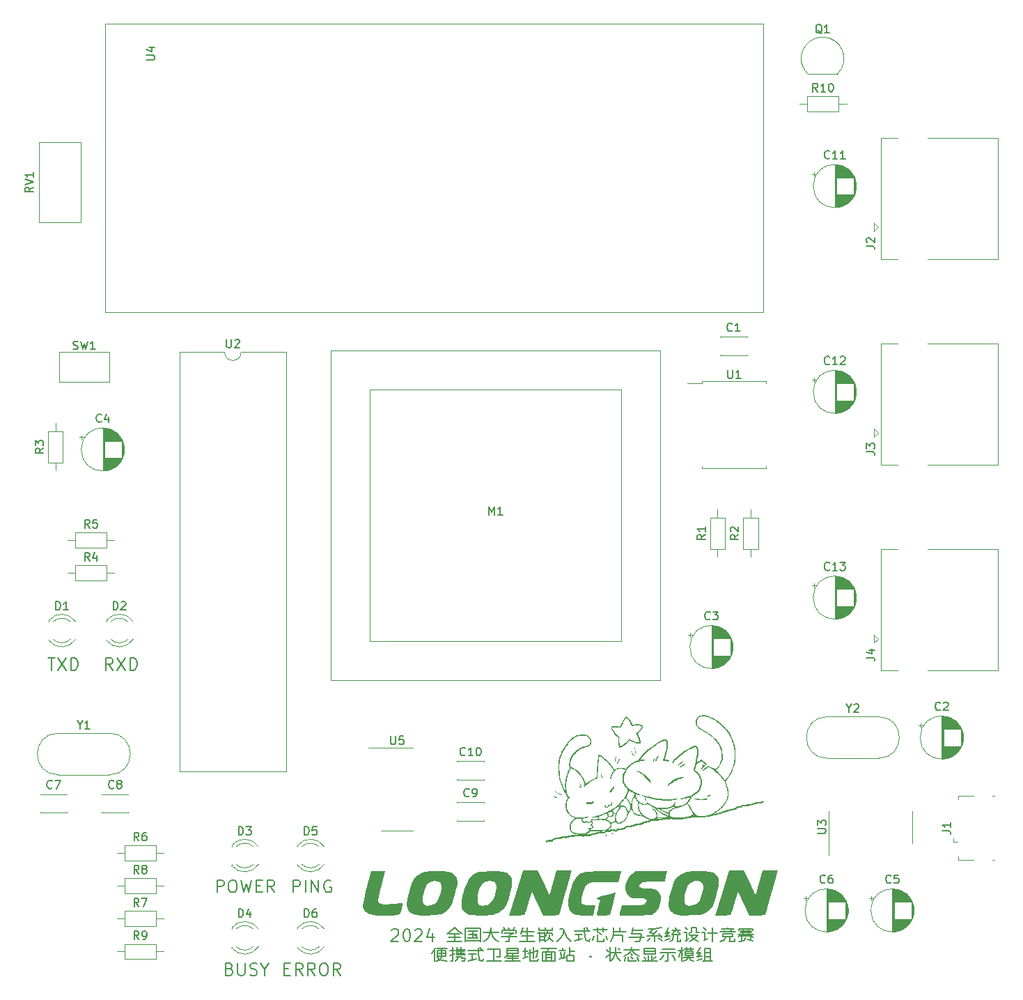
<source format=gbr>
%TF.GenerationSoftware,KiCad,Pcbnew,7.0.10*%
%TF.CreationDate,2024-04-08T13:26:29+08:00*%
%TF.ProjectId,pcb,7063622e-6b69-4636-9164-5f7063625858,rev?*%
%TF.SameCoordinates,Original*%
%TF.FileFunction,Legend,Top*%
%TF.FilePolarity,Positive*%
%FSLAX46Y46*%
G04 Gerber Fmt 4.6, Leading zero omitted, Abs format (unit mm)*
G04 Created by KiCad (PCBNEW 7.0.10) date 2024-04-08 13:26:29*
%MOMM*%
%LPD*%
G01*
G04 APERTURE LIST*
%ADD10C,0.187500*%
%ADD11C,0.150000*%
%ADD12C,0.120000*%
G04 APERTURE END LIST*
D10*
X97342856Y-155120964D02*
X97842856Y-155120964D01*
X98057142Y-155906678D02*
X97342856Y-155906678D01*
X97342856Y-155906678D02*
X97342856Y-154406678D01*
X97342856Y-154406678D02*
X98057142Y-154406678D01*
X99557142Y-155906678D02*
X99057142Y-155192392D01*
X98699999Y-155906678D02*
X98699999Y-154406678D01*
X98699999Y-154406678D02*
X99271428Y-154406678D01*
X99271428Y-154406678D02*
X99414285Y-154478107D01*
X99414285Y-154478107D02*
X99485714Y-154549535D01*
X99485714Y-154549535D02*
X99557142Y-154692392D01*
X99557142Y-154692392D02*
X99557142Y-154906678D01*
X99557142Y-154906678D02*
X99485714Y-155049535D01*
X99485714Y-155049535D02*
X99414285Y-155120964D01*
X99414285Y-155120964D02*
X99271428Y-155192392D01*
X99271428Y-155192392D02*
X98699999Y-155192392D01*
X101057142Y-155906678D02*
X100557142Y-155192392D01*
X100199999Y-155906678D02*
X100199999Y-154406678D01*
X100199999Y-154406678D02*
X100771428Y-154406678D01*
X100771428Y-154406678D02*
X100914285Y-154478107D01*
X100914285Y-154478107D02*
X100985714Y-154549535D01*
X100985714Y-154549535D02*
X101057142Y-154692392D01*
X101057142Y-154692392D02*
X101057142Y-154906678D01*
X101057142Y-154906678D02*
X100985714Y-155049535D01*
X100985714Y-155049535D02*
X100914285Y-155120964D01*
X100914285Y-155120964D02*
X100771428Y-155192392D01*
X100771428Y-155192392D02*
X100199999Y-155192392D01*
X101985714Y-154406678D02*
X102271428Y-154406678D01*
X102271428Y-154406678D02*
X102414285Y-154478107D01*
X102414285Y-154478107D02*
X102557142Y-154620964D01*
X102557142Y-154620964D02*
X102628571Y-154906678D01*
X102628571Y-154906678D02*
X102628571Y-155406678D01*
X102628571Y-155406678D02*
X102557142Y-155692392D01*
X102557142Y-155692392D02*
X102414285Y-155835250D01*
X102414285Y-155835250D02*
X102271428Y-155906678D01*
X102271428Y-155906678D02*
X101985714Y-155906678D01*
X101985714Y-155906678D02*
X101842857Y-155835250D01*
X101842857Y-155835250D02*
X101699999Y-155692392D01*
X101699999Y-155692392D02*
X101628571Y-155406678D01*
X101628571Y-155406678D02*
X101628571Y-154906678D01*
X101628571Y-154906678D02*
X101699999Y-154620964D01*
X101699999Y-154620964D02*
X101842857Y-154478107D01*
X101842857Y-154478107D02*
X101985714Y-154406678D01*
X104128571Y-155906678D02*
X103628571Y-155192392D01*
X103271428Y-155906678D02*
X103271428Y-154406678D01*
X103271428Y-154406678D02*
X103842857Y-154406678D01*
X103842857Y-154406678D02*
X103985714Y-154478107D01*
X103985714Y-154478107D02*
X104057143Y-154549535D01*
X104057143Y-154549535D02*
X104128571Y-154692392D01*
X104128571Y-154692392D02*
X104128571Y-154906678D01*
X104128571Y-154906678D02*
X104057143Y-155049535D01*
X104057143Y-155049535D02*
X103985714Y-155120964D01*
X103985714Y-155120964D02*
X103842857Y-155192392D01*
X103842857Y-155192392D02*
X103271428Y-155192392D01*
X90664285Y-155120964D02*
X90878571Y-155192392D01*
X90878571Y-155192392D02*
X90950000Y-155263821D01*
X90950000Y-155263821D02*
X91021428Y-155406678D01*
X91021428Y-155406678D02*
X91021428Y-155620964D01*
X91021428Y-155620964D02*
X90950000Y-155763821D01*
X90950000Y-155763821D02*
X90878571Y-155835250D01*
X90878571Y-155835250D02*
X90735714Y-155906678D01*
X90735714Y-155906678D02*
X90164285Y-155906678D01*
X90164285Y-155906678D02*
X90164285Y-154406678D01*
X90164285Y-154406678D02*
X90664285Y-154406678D01*
X90664285Y-154406678D02*
X90807143Y-154478107D01*
X90807143Y-154478107D02*
X90878571Y-154549535D01*
X90878571Y-154549535D02*
X90950000Y-154692392D01*
X90950000Y-154692392D02*
X90950000Y-154835250D01*
X90950000Y-154835250D02*
X90878571Y-154978107D01*
X90878571Y-154978107D02*
X90807143Y-155049535D01*
X90807143Y-155049535D02*
X90664285Y-155120964D01*
X90664285Y-155120964D02*
X90164285Y-155120964D01*
X91664285Y-154406678D02*
X91664285Y-155620964D01*
X91664285Y-155620964D02*
X91735714Y-155763821D01*
X91735714Y-155763821D02*
X91807143Y-155835250D01*
X91807143Y-155835250D02*
X91950000Y-155906678D01*
X91950000Y-155906678D02*
X92235714Y-155906678D01*
X92235714Y-155906678D02*
X92378571Y-155835250D01*
X92378571Y-155835250D02*
X92450000Y-155763821D01*
X92450000Y-155763821D02*
X92521428Y-155620964D01*
X92521428Y-155620964D02*
X92521428Y-154406678D01*
X93164286Y-155835250D02*
X93378572Y-155906678D01*
X93378572Y-155906678D02*
X93735714Y-155906678D01*
X93735714Y-155906678D02*
X93878572Y-155835250D01*
X93878572Y-155835250D02*
X93950000Y-155763821D01*
X93950000Y-155763821D02*
X94021429Y-155620964D01*
X94021429Y-155620964D02*
X94021429Y-155478107D01*
X94021429Y-155478107D02*
X93950000Y-155335250D01*
X93950000Y-155335250D02*
X93878572Y-155263821D01*
X93878572Y-155263821D02*
X93735714Y-155192392D01*
X93735714Y-155192392D02*
X93450000Y-155120964D01*
X93450000Y-155120964D02*
X93307143Y-155049535D01*
X93307143Y-155049535D02*
X93235714Y-154978107D01*
X93235714Y-154978107D02*
X93164286Y-154835250D01*
X93164286Y-154835250D02*
X93164286Y-154692392D01*
X93164286Y-154692392D02*
X93235714Y-154549535D01*
X93235714Y-154549535D02*
X93307143Y-154478107D01*
X93307143Y-154478107D02*
X93450000Y-154406678D01*
X93450000Y-154406678D02*
X93807143Y-154406678D01*
X93807143Y-154406678D02*
X94021429Y-154478107D01*
X94950000Y-155192392D02*
X94950000Y-155906678D01*
X94450000Y-154406678D02*
X94950000Y-155192392D01*
X94950000Y-155192392D02*
X95450000Y-154406678D01*
X98414285Y-145806678D02*
X98414285Y-144306678D01*
X98414285Y-144306678D02*
X98985714Y-144306678D01*
X98985714Y-144306678D02*
X99128571Y-144378107D01*
X99128571Y-144378107D02*
X99200000Y-144449535D01*
X99200000Y-144449535D02*
X99271428Y-144592392D01*
X99271428Y-144592392D02*
X99271428Y-144806678D01*
X99271428Y-144806678D02*
X99200000Y-144949535D01*
X99200000Y-144949535D02*
X99128571Y-145020964D01*
X99128571Y-145020964D02*
X98985714Y-145092392D01*
X98985714Y-145092392D02*
X98414285Y-145092392D01*
X99914285Y-145806678D02*
X99914285Y-144306678D01*
X100628571Y-145806678D02*
X100628571Y-144306678D01*
X100628571Y-144306678D02*
X101485714Y-145806678D01*
X101485714Y-145806678D02*
X101485714Y-144306678D01*
X102985715Y-144378107D02*
X102842858Y-144306678D01*
X102842858Y-144306678D02*
X102628572Y-144306678D01*
X102628572Y-144306678D02*
X102414286Y-144378107D01*
X102414286Y-144378107D02*
X102271429Y-144520964D01*
X102271429Y-144520964D02*
X102200000Y-144663821D01*
X102200000Y-144663821D02*
X102128572Y-144949535D01*
X102128572Y-144949535D02*
X102128572Y-145163821D01*
X102128572Y-145163821D02*
X102200000Y-145449535D01*
X102200000Y-145449535D02*
X102271429Y-145592392D01*
X102271429Y-145592392D02*
X102414286Y-145735250D01*
X102414286Y-145735250D02*
X102628572Y-145806678D01*
X102628572Y-145806678D02*
X102771429Y-145806678D01*
X102771429Y-145806678D02*
X102985715Y-145735250D01*
X102985715Y-145735250D02*
X103057143Y-145663821D01*
X103057143Y-145663821D02*
X103057143Y-145163821D01*
X103057143Y-145163821D02*
X102771429Y-145163821D01*
X89135713Y-145806678D02*
X89135713Y-144306678D01*
X89135713Y-144306678D02*
X89707142Y-144306678D01*
X89707142Y-144306678D02*
X89849999Y-144378107D01*
X89849999Y-144378107D02*
X89921428Y-144449535D01*
X89921428Y-144449535D02*
X89992856Y-144592392D01*
X89992856Y-144592392D02*
X89992856Y-144806678D01*
X89992856Y-144806678D02*
X89921428Y-144949535D01*
X89921428Y-144949535D02*
X89849999Y-145020964D01*
X89849999Y-145020964D02*
X89707142Y-145092392D01*
X89707142Y-145092392D02*
X89135713Y-145092392D01*
X90921428Y-144306678D02*
X91207142Y-144306678D01*
X91207142Y-144306678D02*
X91349999Y-144378107D01*
X91349999Y-144378107D02*
X91492856Y-144520964D01*
X91492856Y-144520964D02*
X91564285Y-144806678D01*
X91564285Y-144806678D02*
X91564285Y-145306678D01*
X91564285Y-145306678D02*
X91492856Y-145592392D01*
X91492856Y-145592392D02*
X91349999Y-145735250D01*
X91349999Y-145735250D02*
X91207142Y-145806678D01*
X91207142Y-145806678D02*
X90921428Y-145806678D01*
X90921428Y-145806678D02*
X90778571Y-145735250D01*
X90778571Y-145735250D02*
X90635713Y-145592392D01*
X90635713Y-145592392D02*
X90564285Y-145306678D01*
X90564285Y-145306678D02*
X90564285Y-144806678D01*
X90564285Y-144806678D02*
X90635713Y-144520964D01*
X90635713Y-144520964D02*
X90778571Y-144378107D01*
X90778571Y-144378107D02*
X90921428Y-144306678D01*
X92064285Y-144306678D02*
X92421428Y-145806678D01*
X92421428Y-145806678D02*
X92707142Y-144735250D01*
X92707142Y-144735250D02*
X92992857Y-145806678D01*
X92992857Y-145806678D02*
X93350000Y-144306678D01*
X93921428Y-145020964D02*
X94421428Y-145020964D01*
X94635714Y-145806678D02*
X93921428Y-145806678D01*
X93921428Y-145806678D02*
X93921428Y-144306678D01*
X93921428Y-144306678D02*
X94635714Y-144306678D01*
X96135714Y-145806678D02*
X95635714Y-145092392D01*
X95278571Y-145806678D02*
X95278571Y-144306678D01*
X95278571Y-144306678D02*
X95850000Y-144306678D01*
X95850000Y-144306678D02*
X95992857Y-144378107D01*
X95992857Y-144378107D02*
X96064286Y-144449535D01*
X96064286Y-144449535D02*
X96135714Y-144592392D01*
X96135714Y-144592392D02*
X96135714Y-144806678D01*
X96135714Y-144806678D02*
X96064286Y-144949535D01*
X96064286Y-144949535D02*
X95992857Y-145020964D01*
X95992857Y-145020964D02*
X95850000Y-145092392D01*
X95850000Y-145092392D02*
X95278571Y-145092392D01*
X76500000Y-118806678D02*
X76000000Y-118092392D01*
X75642857Y-118806678D02*
X75642857Y-117306678D01*
X75642857Y-117306678D02*
X76214286Y-117306678D01*
X76214286Y-117306678D02*
X76357143Y-117378107D01*
X76357143Y-117378107D02*
X76428572Y-117449535D01*
X76428572Y-117449535D02*
X76500000Y-117592392D01*
X76500000Y-117592392D02*
X76500000Y-117806678D01*
X76500000Y-117806678D02*
X76428572Y-117949535D01*
X76428572Y-117949535D02*
X76357143Y-118020964D01*
X76357143Y-118020964D02*
X76214286Y-118092392D01*
X76214286Y-118092392D02*
X75642857Y-118092392D01*
X77000000Y-117306678D02*
X78000000Y-118806678D01*
X78000000Y-117306678D02*
X77000000Y-118806678D01*
X78571428Y-118806678D02*
X78571428Y-117306678D01*
X78571428Y-117306678D02*
X78928571Y-117306678D01*
X78928571Y-117306678D02*
X79142857Y-117378107D01*
X79142857Y-117378107D02*
X79285714Y-117520964D01*
X79285714Y-117520964D02*
X79357143Y-117663821D01*
X79357143Y-117663821D02*
X79428571Y-117949535D01*
X79428571Y-117949535D02*
X79428571Y-118163821D01*
X79428571Y-118163821D02*
X79357143Y-118449535D01*
X79357143Y-118449535D02*
X79285714Y-118592392D01*
X79285714Y-118592392D02*
X79142857Y-118735250D01*
X79142857Y-118735250D02*
X78928571Y-118806678D01*
X78928571Y-118806678D02*
X78571428Y-118806678D01*
X68607143Y-117306678D02*
X69464286Y-117306678D01*
X69035714Y-118806678D02*
X69035714Y-117306678D01*
X69821428Y-117306678D02*
X70821428Y-118806678D01*
X70821428Y-117306678D02*
X69821428Y-118806678D01*
X71392856Y-118806678D02*
X71392856Y-117306678D01*
X71392856Y-117306678D02*
X71749999Y-117306678D01*
X71749999Y-117306678D02*
X71964285Y-117378107D01*
X71964285Y-117378107D02*
X72107142Y-117520964D01*
X72107142Y-117520964D02*
X72178571Y-117663821D01*
X72178571Y-117663821D02*
X72249999Y-117949535D01*
X72249999Y-117949535D02*
X72249999Y-118163821D01*
X72249999Y-118163821D02*
X72178571Y-118449535D01*
X72178571Y-118449535D02*
X72107142Y-118592392D01*
X72107142Y-118592392D02*
X71964285Y-118735250D01*
X71964285Y-118735250D02*
X71749999Y-118806678D01*
X71749999Y-118806678D02*
X71392856Y-118806678D01*
X110365713Y-150414535D02*
X110437141Y-150343107D01*
X110437141Y-150343107D02*
X110579999Y-150271678D01*
X110579999Y-150271678D02*
X110937141Y-150271678D01*
X110937141Y-150271678D02*
X111079999Y-150343107D01*
X111079999Y-150343107D02*
X111151427Y-150414535D01*
X111151427Y-150414535D02*
X111222856Y-150557392D01*
X111222856Y-150557392D02*
X111222856Y-150700250D01*
X111222856Y-150700250D02*
X111151427Y-150914535D01*
X111151427Y-150914535D02*
X110294284Y-151771678D01*
X110294284Y-151771678D02*
X111222856Y-151771678D01*
X112151427Y-150271678D02*
X112294284Y-150271678D01*
X112294284Y-150271678D02*
X112437141Y-150343107D01*
X112437141Y-150343107D02*
X112508570Y-150414535D01*
X112508570Y-150414535D02*
X112579998Y-150557392D01*
X112579998Y-150557392D02*
X112651427Y-150843107D01*
X112651427Y-150843107D02*
X112651427Y-151200250D01*
X112651427Y-151200250D02*
X112579998Y-151485964D01*
X112579998Y-151485964D02*
X112508570Y-151628821D01*
X112508570Y-151628821D02*
X112437141Y-151700250D01*
X112437141Y-151700250D02*
X112294284Y-151771678D01*
X112294284Y-151771678D02*
X112151427Y-151771678D01*
X112151427Y-151771678D02*
X112008570Y-151700250D01*
X112008570Y-151700250D02*
X111937141Y-151628821D01*
X111937141Y-151628821D02*
X111865712Y-151485964D01*
X111865712Y-151485964D02*
X111794284Y-151200250D01*
X111794284Y-151200250D02*
X111794284Y-150843107D01*
X111794284Y-150843107D02*
X111865712Y-150557392D01*
X111865712Y-150557392D02*
X111937141Y-150414535D01*
X111937141Y-150414535D02*
X112008570Y-150343107D01*
X112008570Y-150343107D02*
X112151427Y-150271678D01*
X113222855Y-150414535D02*
X113294283Y-150343107D01*
X113294283Y-150343107D02*
X113437141Y-150271678D01*
X113437141Y-150271678D02*
X113794283Y-150271678D01*
X113794283Y-150271678D02*
X113937141Y-150343107D01*
X113937141Y-150343107D02*
X114008569Y-150414535D01*
X114008569Y-150414535D02*
X114079998Y-150557392D01*
X114079998Y-150557392D02*
X114079998Y-150700250D01*
X114079998Y-150700250D02*
X114008569Y-150914535D01*
X114008569Y-150914535D02*
X113151426Y-151771678D01*
X113151426Y-151771678D02*
X114079998Y-151771678D01*
X115365712Y-150771678D02*
X115365712Y-151771678D01*
X115008569Y-150200250D02*
X114651426Y-151271678D01*
X114651426Y-151271678D02*
X115579997Y-151271678D01*
X117365711Y-150843107D02*
X118651425Y-150843107D01*
X117294282Y-151271678D02*
X118722854Y-151271678D01*
X117151425Y-151771678D02*
X118865711Y-151771678D01*
X118008568Y-150843107D02*
X118008568Y-151771678D01*
X117365711Y-150700250D02*
X117079997Y-150843107D01*
X118008568Y-150057392D02*
X117365711Y-150700250D01*
X118008568Y-150057392D02*
X118579997Y-150628821D01*
X118579997Y-150628821D02*
X118937140Y-150843107D01*
X119651426Y-150485964D02*
X120865711Y-150485964D01*
X119722854Y-150914535D02*
X120794283Y-150914535D01*
X119579997Y-151343107D02*
X120865711Y-151343107D01*
X119294283Y-151700250D02*
X121151426Y-151700250D01*
X119294283Y-150200250D02*
X119294283Y-151771678D01*
X120222854Y-150485964D02*
X120222854Y-151343107D01*
X119294283Y-150200250D02*
X121151426Y-150200250D01*
X121151426Y-150200250D02*
X121151426Y-151771678D01*
X120508568Y-151057392D02*
X120722854Y-151200250D01*
X121508569Y-150700250D02*
X123365712Y-150700250D01*
X122437140Y-150057392D02*
X122437140Y-150628821D01*
X122437140Y-150628821D02*
X122722854Y-151271678D01*
X122722854Y-151271678D02*
X123079997Y-151628821D01*
X123079997Y-151628821D02*
X123365712Y-151771678D01*
X122365712Y-150771678D02*
X122151426Y-151343107D01*
X122151426Y-151343107D02*
X121865712Y-151628821D01*
X121865712Y-151628821D02*
X121508569Y-151771678D01*
X122437140Y-150200250D02*
X122294283Y-151057392D01*
X123722855Y-151200250D02*
X125579998Y-151200250D01*
X124222855Y-151771678D02*
X124651426Y-151771678D01*
X123794283Y-150414535D02*
X123794283Y-150771678D01*
X124651426Y-151057392D02*
X124651426Y-151771678D01*
X123794283Y-150414535D02*
X125508569Y-150414535D01*
X125508569Y-150414535D02*
X125508569Y-150771678D01*
X123937140Y-150128821D02*
X124151426Y-150343107D01*
X125365712Y-150128821D02*
X125079998Y-150414535D01*
X124579998Y-150057392D02*
X124651426Y-150343107D01*
X124079998Y-150771678D02*
X125222855Y-150771678D01*
X125222855Y-150771678D02*
X124651426Y-150985964D01*
X126222855Y-150557392D02*
X127722855Y-150557392D01*
X126151426Y-151128821D02*
X127651426Y-151128821D01*
X125937141Y-151771678D02*
X127794284Y-151771678D01*
X126865712Y-150057392D02*
X126865712Y-151771678D01*
X126365712Y-150128821D02*
X126079998Y-150843107D01*
X128294284Y-150414535D02*
X129865712Y-150414535D01*
X128151427Y-150771678D02*
X129079998Y-150771678D01*
X128365712Y-151200250D02*
X128937141Y-151200250D01*
X128365712Y-151628821D02*
X128937141Y-151628821D01*
X128294284Y-150128821D02*
X128294284Y-150414535D01*
X128365712Y-150557392D02*
X128365712Y-151771678D01*
X128937141Y-150557392D02*
X128937141Y-151700250D01*
X129079998Y-150057392D02*
X129079998Y-150414535D01*
X129865712Y-150128821D02*
X129865712Y-150414535D01*
X129294284Y-150771678D02*
X129937141Y-150771678D01*
X129937141Y-150771678D02*
X129865712Y-151057392D01*
X129294284Y-150485964D02*
X129151427Y-151128821D01*
X129579998Y-150914535D02*
X129579998Y-151200250D01*
X129579998Y-151200250D02*
X129437141Y-151485964D01*
X129437141Y-151485964D02*
X129079998Y-151771678D01*
X129579998Y-151271678D02*
X129651427Y-151485964D01*
X129651427Y-151485964D02*
X130008570Y-151771678D01*
X130794284Y-150271678D02*
X131294284Y-150271678D01*
X131294284Y-150271678D02*
X131437141Y-150700250D01*
X131437141Y-150700250D02*
X131651427Y-151271678D01*
X131651427Y-151271678D02*
X132151427Y-151771678D01*
X131294284Y-150414535D02*
X131222856Y-150843107D01*
X131222856Y-150843107D02*
X131008570Y-151271678D01*
X131008570Y-151271678D02*
X130508570Y-151771678D01*
X132579999Y-150485964D02*
X134437142Y-150485964D01*
X132651427Y-150914535D02*
X133579999Y-150914535D01*
X133079999Y-150914535D02*
X133079999Y-151628821D01*
X134008570Y-150128821D02*
X134222856Y-150343107D01*
X133579999Y-151485964D02*
X132579999Y-151700250D01*
X133794284Y-150128821D02*
X133794284Y-150628821D01*
X133794284Y-150628821D02*
X133937142Y-151628821D01*
X133937142Y-151628821D02*
X134365713Y-151771678D01*
X134365713Y-151771678D02*
X134437142Y-151485964D01*
X134865713Y-150343107D02*
X136579999Y-150343107D01*
X135365713Y-151771678D02*
X136151428Y-151771678D01*
X135365713Y-150914535D02*
X135365713Y-151771678D01*
X135365713Y-150057392D02*
X135365713Y-150628821D01*
X136079999Y-150057392D02*
X136079999Y-150628821D01*
X136151428Y-151485964D02*
X136151428Y-151771678D01*
X136437142Y-151128821D02*
X136579999Y-151557392D01*
X135508570Y-150700250D02*
X135937142Y-150914535D01*
X135008570Y-151128821D02*
X134794285Y-151628821D01*
X137365714Y-150628821D02*
X138865714Y-150628821D01*
X138151428Y-150057392D02*
X138151428Y-150557392D01*
X137365714Y-150128821D02*
X137365714Y-150843107D01*
X137365714Y-150843107D02*
X137222856Y-151271678D01*
X137222856Y-151271678D02*
X137008571Y-151771678D01*
X137294285Y-151057392D02*
X138437142Y-151057392D01*
X138437142Y-151057392D02*
X138437142Y-151771678D01*
X139722857Y-150414535D02*
X140865714Y-150414535D01*
X139222857Y-151271678D02*
X141080000Y-151271678D01*
X139937142Y-151771678D02*
X140508571Y-151771678D01*
X139722857Y-150057392D02*
X139580000Y-150843107D01*
X139580000Y-150843107D02*
X140722857Y-150843107D01*
X140722857Y-150843107D02*
X140580000Y-151700250D01*
X141437143Y-151128821D02*
X143151428Y-151128821D01*
X142365714Y-151128821D02*
X142365714Y-151771678D01*
X142794286Y-151343107D02*
X142937143Y-151414535D01*
X142937143Y-151414535D02*
X143294286Y-151700250D01*
X142865714Y-150843107D02*
X143222857Y-151271678D01*
X141865714Y-151343107D02*
X141508571Y-151700250D01*
X143151428Y-150128821D02*
X142222857Y-150271678D01*
X142222857Y-150271678D02*
X141580000Y-150271678D01*
X142151428Y-150271678D02*
X141794286Y-150700250D01*
X141794286Y-150700250D02*
X142222857Y-150843107D01*
X142722857Y-150414535D02*
X142008571Y-151128821D01*
X144437143Y-150414535D02*
X145508572Y-150414535D01*
X144865714Y-150914535D02*
X145365714Y-150914535D01*
X144437143Y-150914535D02*
X145080000Y-150914535D01*
X145080000Y-151771678D02*
X145508572Y-151771678D01*
X145151429Y-150985964D02*
X145151429Y-151771678D01*
X145508572Y-151557392D02*
X145437143Y-151771678D01*
X145151429Y-150628821D02*
X145437143Y-150843107D01*
X143865714Y-150485964D02*
X143722857Y-150771678D01*
X144222857Y-150557392D02*
X144080000Y-150771678D01*
X144080000Y-150771678D02*
X143651429Y-151200250D01*
X144937143Y-150414535D02*
X144722857Y-150628821D01*
X144722857Y-150628821D02*
X144437143Y-150914535D01*
X144865714Y-150057392D02*
X144937143Y-150343107D01*
X144080000Y-150057392D02*
X143794286Y-150628821D01*
X144508572Y-151628821D02*
X144222857Y-151771678D01*
X144651429Y-151057392D02*
X144580000Y-151557392D01*
X144151429Y-150700250D02*
X143651429Y-150771678D01*
X144222857Y-151128821D02*
X143651429Y-151200250D01*
X144222857Y-151485964D02*
X143651429Y-151628821D01*
X147365715Y-150700250D02*
X147722858Y-150700250D01*
X145865715Y-150700250D02*
X146222858Y-150700250D01*
X146222858Y-150700250D02*
X146222858Y-151700250D01*
X146865715Y-150128821D02*
X147437143Y-150128821D01*
X147437143Y-150128821D02*
X147437143Y-150700250D01*
X146080000Y-150128821D02*
X146294286Y-150343107D01*
X146794286Y-150557392D02*
X146508572Y-150843107D01*
X146722858Y-150985964D02*
X146794286Y-151200250D01*
X146794286Y-151200250D02*
X147151429Y-151557392D01*
X147151429Y-151557392D02*
X147651429Y-151771678D01*
X146508572Y-151485964D02*
X146080000Y-151700250D01*
X146580000Y-150985964D02*
X147580000Y-150985964D01*
X147580000Y-150985964D02*
X147437143Y-151200250D01*
X147437143Y-151200250D02*
X147151429Y-151485964D01*
X147151429Y-151485964D02*
X146580000Y-151771678D01*
X146865715Y-150128821D02*
X146794286Y-150628821D01*
X148794286Y-150771678D02*
X149937144Y-150771678D01*
X148080001Y-150700250D02*
X148437144Y-150700250D01*
X148437144Y-150700250D02*
X148437144Y-151628821D01*
X149365715Y-150057392D02*
X149365715Y-151771678D01*
X148294286Y-150128821D02*
X148580001Y-150414535D01*
X148794286Y-151485964D02*
X148365715Y-151628821D01*
X150437144Y-150271678D02*
X152008572Y-150271678D01*
X150294287Y-150628821D02*
X152151430Y-150628821D01*
X150651430Y-151200250D02*
X151865715Y-151200250D01*
X151437144Y-151771678D02*
X152080001Y-151771678D01*
X150651430Y-150843107D02*
X150651430Y-151200250D01*
X151508572Y-151200250D02*
X151508572Y-151771678D01*
X150651430Y-150843107D02*
X151865715Y-150843107D01*
X151865715Y-150843107D02*
X151865715Y-151200250D01*
X152080001Y-151485964D02*
X152080001Y-151771678D01*
X150794287Y-150414535D02*
X150865715Y-150628821D01*
X151222858Y-150057392D02*
X151222858Y-150271678D01*
X151651430Y-150343107D02*
X151580001Y-150628821D01*
X151008572Y-151271678D02*
X150794287Y-151628821D01*
X150794287Y-151628821D02*
X150294287Y-151771678D01*
X152722858Y-150485964D02*
X154151430Y-150485964D01*
X152794287Y-150700250D02*
X154080001Y-150700250D01*
X152508573Y-150914535D02*
X154365716Y-150914535D01*
X152580001Y-150271678D02*
X152580001Y-150414535D01*
X152937144Y-151057392D02*
X152937144Y-151557392D01*
X152794287Y-151128821D02*
X154008573Y-151128821D01*
X154008573Y-151128821D02*
X154008573Y-151557392D01*
X152580001Y-150271678D02*
X154294287Y-150271678D01*
X154294287Y-150271678D02*
X154294287Y-150414535D01*
X153794287Y-150343107D02*
X153794287Y-150914535D01*
X153794287Y-150914535D02*
X153937144Y-151057392D01*
X153937144Y-151057392D02*
X154365716Y-151271678D01*
X153080001Y-150343107D02*
X153080001Y-150914535D01*
X153080001Y-150914535D02*
X152937144Y-151057392D01*
X152937144Y-151057392D02*
X152508573Y-151200250D01*
X153580001Y-151557392D02*
X154294287Y-151700250D01*
X153437144Y-151271678D02*
X153365716Y-151485964D01*
X153365716Y-151485964D02*
X153151430Y-151700250D01*
X153151430Y-151700250D02*
X152580001Y-151771678D01*
X115829998Y-152615250D02*
X117115713Y-152615250D01*
X115901427Y-153186678D02*
X116972855Y-153186678D01*
X115901427Y-153543821D02*
X116972855Y-153543821D01*
X115615713Y-152829535D02*
X115615713Y-154186678D01*
X115901427Y-152900964D02*
X115901427Y-153543821D01*
X115901427Y-152900964D02*
X116972855Y-152900964D01*
X116972855Y-152900964D02*
X116972855Y-153543821D01*
X115901427Y-153686678D02*
X116115713Y-153900964D01*
X116115713Y-153900964D02*
X116401427Y-154043821D01*
X116401427Y-154043821D02*
X117115713Y-154186678D01*
X115687141Y-152543821D02*
X115544284Y-152900964D01*
X115544284Y-152900964D02*
X115258570Y-153258107D01*
X116472855Y-152615250D02*
X116472855Y-153472392D01*
X116472855Y-153472392D02*
X116401427Y-153758107D01*
X116401427Y-153758107D02*
X116187141Y-154043821D01*
X116187141Y-154043821D02*
X115758570Y-154186678D01*
X118258570Y-152758107D02*
X119329999Y-152758107D01*
X117472856Y-152900964D02*
X118044284Y-152900964D01*
X118329999Y-152972392D02*
X119258570Y-152972392D01*
X118329999Y-153186678D02*
X119258570Y-153186678D01*
X118329999Y-153400964D02*
X119329999Y-153400964D01*
X117544284Y-154186678D02*
X117758570Y-154186678D01*
X118901427Y-154186678D02*
X119258570Y-154186678D01*
X117829999Y-152472392D02*
X117829999Y-154186678D01*
X118329999Y-152686678D02*
X118329999Y-153400964D01*
X118829999Y-152615250D02*
X118829999Y-153400964D01*
X118401427Y-152472392D02*
X118187141Y-152900964D01*
X118829999Y-152472392D02*
X118758570Y-152758107D01*
X118187141Y-153615250D02*
X118901427Y-153615250D01*
X118901427Y-153615250D02*
X118901427Y-153829535D01*
X118901427Y-153829535D02*
X119329999Y-153829535D01*
X119329999Y-153829535D02*
X119258570Y-154186678D01*
X118044284Y-153329535D02*
X117472856Y-153472392D01*
X118472856Y-153615250D02*
X118401427Y-153900964D01*
X118401427Y-153900964D02*
X118115713Y-154186678D01*
X119687142Y-152900964D02*
X121544285Y-152900964D01*
X119758570Y-153329535D02*
X120687142Y-153329535D01*
X120187142Y-153329535D02*
X120187142Y-154043821D01*
X121115713Y-152543821D02*
X121329999Y-152758107D01*
X120687142Y-153900964D02*
X119687142Y-154115250D01*
X120901427Y-152543821D02*
X120901427Y-153043821D01*
X120901427Y-153043821D02*
X121044285Y-154043821D01*
X121044285Y-154043821D02*
X121472856Y-154186678D01*
X121472856Y-154186678D02*
X121544285Y-153900964D01*
X123115713Y-153615250D02*
X123544285Y-153615250D01*
X121901428Y-154186678D02*
X123758571Y-154186678D01*
X122758571Y-152686678D02*
X122758571Y-154186678D01*
X122044285Y-152686678D02*
X123544285Y-152686678D01*
X123544285Y-152686678D02*
X123544285Y-153615250D01*
X124401428Y-152900964D02*
X125758571Y-152900964D01*
X124401428Y-153186678D02*
X125758571Y-153186678D01*
X124329999Y-153543821D02*
X125829999Y-153543821D01*
X124401428Y-153829535D02*
X125758571Y-153829535D01*
X124115714Y-154186678D02*
X125972857Y-154186678D01*
X124401428Y-152615250D02*
X124401428Y-153186678D01*
X125044285Y-153329535D02*
X125044285Y-154186678D01*
X124401428Y-152615250D02*
X125758571Y-152615250D01*
X125758571Y-152615250D02*
X125758571Y-153186678D01*
X124544285Y-153329535D02*
X124115714Y-153758107D01*
X126330000Y-152972392D02*
X126901428Y-152972392D01*
X127187143Y-154186678D02*
X128115714Y-154186678D01*
X126615714Y-152543821D02*
X126615714Y-153758107D01*
X127187143Y-152686678D02*
X127187143Y-154186678D01*
X127615714Y-152472392D02*
X127615714Y-153829535D01*
X128187143Y-153900964D02*
X128115714Y-154186678D01*
X126901428Y-153686678D02*
X126330000Y-153829535D01*
X128115714Y-152900964D02*
X127472857Y-153115250D01*
X127472857Y-153115250D02*
X126901428Y-153258107D01*
X128115714Y-152829535D02*
X128044285Y-153686678D01*
X128044285Y-153686678D02*
X127830000Y-153686678D01*
X128544286Y-152615250D02*
X130401429Y-152615250D01*
X129115714Y-153400964D02*
X129830000Y-153400964D01*
X129115714Y-153758107D02*
X129830000Y-153758107D01*
X128687143Y-154115250D02*
X130258571Y-154115250D01*
X128687143Y-153043821D02*
X128687143Y-154186678D01*
X129115714Y-153043821D02*
X129115714Y-154115250D01*
X129830000Y-153043821D02*
X129830000Y-154115250D01*
X128687143Y-153043821D02*
X130258571Y-153043821D01*
X130258571Y-153043821D02*
X130258571Y-154186678D01*
X129472857Y-152615250D02*
X129330000Y-152972392D01*
X130758572Y-152900964D02*
X131544286Y-152900964D01*
X132044286Y-152972392D02*
X132615715Y-152972392D01*
X131687143Y-154115250D02*
X132544286Y-154115250D01*
X131187143Y-152543821D02*
X131187143Y-152900964D01*
X131687143Y-153472392D02*
X131687143Y-154186678D01*
X132044286Y-152472392D02*
X132044286Y-153472392D01*
X131687143Y-153472392D02*
X132544286Y-153472392D01*
X132544286Y-153472392D02*
X132544286Y-154186678D01*
X131401429Y-153043821D02*
X131258572Y-153829535D01*
X131544286Y-153758107D02*
X130758572Y-153900964D01*
X130901429Y-153043821D02*
X130972857Y-153686678D01*
X134544286Y-153543821D02*
X134472858Y-153615250D01*
X134472858Y-153615250D02*
X134544286Y-153686678D01*
X134544286Y-153686678D02*
X134615715Y-153615250D01*
X134615715Y-153615250D02*
X134544286Y-153543821D01*
X134544286Y-153543821D02*
X134544286Y-153686678D01*
X137044286Y-153115250D02*
X138258572Y-153115250D01*
X136901429Y-152472392D02*
X136901429Y-154186678D01*
X136472857Y-152758107D02*
X136758572Y-153043821D01*
X137901429Y-152615250D02*
X138115714Y-152829535D01*
X136901429Y-153329535D02*
X136401429Y-153758107D01*
X137615714Y-152472392D02*
X137615714Y-153115250D01*
X137615714Y-153115250D02*
X137472857Y-153472392D01*
X137472857Y-153472392D02*
X137330000Y-153829535D01*
X137330000Y-153829535D02*
X137044286Y-154186678D01*
X137615714Y-153115250D02*
X137687143Y-153472392D01*
X137687143Y-153472392D02*
X137830000Y-153829535D01*
X137830000Y-153829535D02*
X138187143Y-154186678D01*
X138615715Y-152829535D02*
X140472858Y-152829535D01*
X139115715Y-154186678D02*
X140044286Y-154186678D01*
X139115715Y-153686678D02*
X139115715Y-154186678D01*
X139472858Y-153329535D02*
X139615715Y-153472392D01*
X139472858Y-153615250D02*
X139758572Y-153900964D01*
X140115715Y-153972392D02*
X140044286Y-154186678D01*
X140187143Y-153686678D02*
X140401429Y-154115250D01*
X139615715Y-152829535D02*
X139687143Y-153043821D01*
X139687143Y-153043821D02*
X139972858Y-153329535D01*
X139972858Y-153329535D02*
X140472858Y-153543821D01*
X138830000Y-153686678D02*
X138687143Y-154115250D01*
X139401429Y-153043821D02*
X139115715Y-153329535D01*
X139115715Y-153329535D02*
X138615715Y-153543821D01*
X139544286Y-152472392D02*
X139401429Y-153115250D01*
X141115715Y-152972392D02*
X142401429Y-152972392D01*
X141115715Y-153329535D02*
X142401429Y-153329535D01*
X140830001Y-154186678D02*
X142687144Y-154186678D01*
X141115715Y-152615250D02*
X141115715Y-153258107D01*
X141544286Y-153472392D02*
X141544286Y-154186678D01*
X141972858Y-153472392D02*
X141972858Y-154186678D01*
X141115715Y-152615250D02*
X142401429Y-152615250D01*
X142401429Y-152615250D02*
X142401429Y-153258107D01*
X142472858Y-153686678D02*
X142187144Y-153900964D01*
X141115715Y-153615250D02*
X141258572Y-153972392D01*
X143258572Y-152686678D02*
X144758572Y-152686678D01*
X143044287Y-153115250D02*
X144901430Y-153115250D01*
X143615715Y-154186678D02*
X143972858Y-154186678D01*
X143972858Y-153115250D02*
X143972858Y-154186678D01*
X144472858Y-153472392D02*
X144687144Y-153686678D01*
X144687144Y-153686678D02*
X144830001Y-154043821D01*
X143472858Y-153400964D02*
X143330001Y-153686678D01*
X143330001Y-153686678D02*
X143044287Y-153972392D01*
X145901430Y-152686678D02*
X147115716Y-152686678D01*
X145258573Y-152900964D02*
X145830001Y-152900964D01*
X146044287Y-153186678D02*
X146972858Y-153186678D01*
X146044287Y-153472392D02*
X146972858Y-153472392D01*
X145830001Y-153758107D02*
X147115716Y-153758107D01*
X145615716Y-152472392D02*
X145615716Y-154186678D01*
X146044287Y-152972392D02*
X146044287Y-153472392D01*
X146258573Y-152472392D02*
X146258573Y-152829535D01*
X146758573Y-152472392D02*
X146758573Y-152829535D01*
X146044287Y-152972392D02*
X146972858Y-152972392D01*
X146972858Y-152972392D02*
X146972858Y-153472392D01*
X145544287Y-152900964D02*
X145758573Y-153400964D01*
X146472858Y-153686678D02*
X146758573Y-154043821D01*
X146758573Y-154043821D02*
X147115716Y-154186678D01*
X145544287Y-152829535D02*
X145330001Y-153686678D01*
X146472858Y-153472392D02*
X146330001Y-153900964D01*
X146330001Y-153900964D02*
X146187144Y-154043821D01*
X146187144Y-154043821D02*
X145830001Y-154186678D01*
X148401430Y-153115250D02*
X149115716Y-153115250D01*
X148401430Y-153686678D02*
X149115716Y-153686678D01*
X148187144Y-154186678D02*
X149330002Y-154186678D01*
X148401430Y-152615250D02*
X148401430Y-154186678D01*
X148401430Y-152615250D02*
X149115716Y-152615250D01*
X149115716Y-152615250D02*
X149115716Y-154186678D01*
X147615716Y-152972392D02*
X147544287Y-153186678D01*
X148044287Y-153115250D02*
X147472859Y-153686678D01*
X147901430Y-152472392D02*
X147615716Y-153043821D01*
X148115716Y-153543821D02*
X147472859Y-153686678D01*
X148115716Y-153900964D02*
X147472859Y-154043821D01*
X147972859Y-153115250D02*
X147472859Y-153186678D01*
D11*
X73643333Y-101534819D02*
X73310000Y-101058628D01*
X73071905Y-101534819D02*
X73071905Y-100534819D01*
X73071905Y-100534819D02*
X73452857Y-100534819D01*
X73452857Y-100534819D02*
X73548095Y-100582438D01*
X73548095Y-100582438D02*
X73595714Y-100630057D01*
X73595714Y-100630057D02*
X73643333Y-100725295D01*
X73643333Y-100725295D02*
X73643333Y-100868152D01*
X73643333Y-100868152D02*
X73595714Y-100963390D01*
X73595714Y-100963390D02*
X73548095Y-101011009D01*
X73548095Y-101011009D02*
X73452857Y-101058628D01*
X73452857Y-101058628D02*
X73071905Y-101058628D01*
X74548095Y-100534819D02*
X74071905Y-100534819D01*
X74071905Y-100534819D02*
X74024286Y-101011009D01*
X74024286Y-101011009D02*
X74071905Y-100963390D01*
X74071905Y-100963390D02*
X74167143Y-100915771D01*
X74167143Y-100915771D02*
X74405238Y-100915771D01*
X74405238Y-100915771D02*
X74500476Y-100963390D01*
X74500476Y-100963390D02*
X74548095Y-101011009D01*
X74548095Y-101011009D02*
X74595714Y-101106247D01*
X74595714Y-101106247D02*
X74595714Y-101344342D01*
X74595714Y-101344342D02*
X74548095Y-101439580D01*
X74548095Y-101439580D02*
X74500476Y-101487200D01*
X74500476Y-101487200D02*
X74405238Y-101534819D01*
X74405238Y-101534819D02*
X74167143Y-101534819D01*
X74167143Y-101534819D02*
X74071905Y-101487200D01*
X74071905Y-101487200D02*
X74024286Y-101439580D01*
X73643333Y-105534819D02*
X73310000Y-105058628D01*
X73071905Y-105534819D02*
X73071905Y-104534819D01*
X73071905Y-104534819D02*
X73452857Y-104534819D01*
X73452857Y-104534819D02*
X73548095Y-104582438D01*
X73548095Y-104582438D02*
X73595714Y-104630057D01*
X73595714Y-104630057D02*
X73643333Y-104725295D01*
X73643333Y-104725295D02*
X73643333Y-104868152D01*
X73643333Y-104868152D02*
X73595714Y-104963390D01*
X73595714Y-104963390D02*
X73548095Y-105011009D01*
X73548095Y-105011009D02*
X73452857Y-105058628D01*
X73452857Y-105058628D02*
X73071905Y-105058628D01*
X74500476Y-104868152D02*
X74500476Y-105534819D01*
X74262381Y-104487200D02*
X74024286Y-105201485D01*
X74024286Y-105201485D02*
X74643333Y-105201485D01*
X99766905Y-148834819D02*
X99766905Y-147834819D01*
X99766905Y-147834819D02*
X100005000Y-147834819D01*
X100005000Y-147834819D02*
X100147857Y-147882438D01*
X100147857Y-147882438D02*
X100243095Y-147977676D01*
X100243095Y-147977676D02*
X100290714Y-148072914D01*
X100290714Y-148072914D02*
X100338333Y-148263390D01*
X100338333Y-148263390D02*
X100338333Y-148406247D01*
X100338333Y-148406247D02*
X100290714Y-148596723D01*
X100290714Y-148596723D02*
X100243095Y-148691961D01*
X100243095Y-148691961D02*
X100147857Y-148787200D01*
X100147857Y-148787200D02*
X100005000Y-148834819D01*
X100005000Y-148834819D02*
X99766905Y-148834819D01*
X101195476Y-147834819D02*
X101005000Y-147834819D01*
X101005000Y-147834819D02*
X100909762Y-147882438D01*
X100909762Y-147882438D02*
X100862143Y-147930057D01*
X100862143Y-147930057D02*
X100766905Y-148072914D01*
X100766905Y-148072914D02*
X100719286Y-148263390D01*
X100719286Y-148263390D02*
X100719286Y-148644342D01*
X100719286Y-148644342D02*
X100766905Y-148739580D01*
X100766905Y-148739580D02*
X100814524Y-148787200D01*
X100814524Y-148787200D02*
X100909762Y-148834819D01*
X100909762Y-148834819D02*
X101100238Y-148834819D01*
X101100238Y-148834819D02*
X101195476Y-148787200D01*
X101195476Y-148787200D02*
X101243095Y-148739580D01*
X101243095Y-148739580D02*
X101290714Y-148644342D01*
X101290714Y-148644342D02*
X101290714Y-148406247D01*
X101290714Y-148406247D02*
X101243095Y-148311009D01*
X101243095Y-148311009D02*
X101195476Y-148263390D01*
X101195476Y-148263390D02*
X101100238Y-148215771D01*
X101100238Y-148215771D02*
X100909762Y-148215771D01*
X100909762Y-148215771D02*
X100814524Y-148263390D01*
X100814524Y-148263390D02*
X100766905Y-148311009D01*
X100766905Y-148311009D02*
X100719286Y-148406247D01*
X99766905Y-138834819D02*
X99766905Y-137834819D01*
X99766905Y-137834819D02*
X100005000Y-137834819D01*
X100005000Y-137834819D02*
X100147857Y-137882438D01*
X100147857Y-137882438D02*
X100243095Y-137977676D01*
X100243095Y-137977676D02*
X100290714Y-138072914D01*
X100290714Y-138072914D02*
X100338333Y-138263390D01*
X100338333Y-138263390D02*
X100338333Y-138406247D01*
X100338333Y-138406247D02*
X100290714Y-138596723D01*
X100290714Y-138596723D02*
X100243095Y-138691961D01*
X100243095Y-138691961D02*
X100147857Y-138787200D01*
X100147857Y-138787200D02*
X100005000Y-138834819D01*
X100005000Y-138834819D02*
X99766905Y-138834819D01*
X101243095Y-137834819D02*
X100766905Y-137834819D01*
X100766905Y-137834819D02*
X100719286Y-138311009D01*
X100719286Y-138311009D02*
X100766905Y-138263390D01*
X100766905Y-138263390D02*
X100862143Y-138215771D01*
X100862143Y-138215771D02*
X101100238Y-138215771D01*
X101100238Y-138215771D02*
X101195476Y-138263390D01*
X101195476Y-138263390D02*
X101243095Y-138311009D01*
X101243095Y-138311009D02*
X101290714Y-138406247D01*
X101290714Y-138406247D02*
X101290714Y-138644342D01*
X101290714Y-138644342D02*
X101243095Y-138739580D01*
X101243095Y-138739580D02*
X101195476Y-138787200D01*
X101195476Y-138787200D02*
X101100238Y-138834819D01*
X101100238Y-138834819D02*
X100862143Y-138834819D01*
X100862143Y-138834819D02*
X100766905Y-138787200D01*
X100766905Y-138787200D02*
X100719286Y-138739580D01*
X91766905Y-148834819D02*
X91766905Y-147834819D01*
X91766905Y-147834819D02*
X92005000Y-147834819D01*
X92005000Y-147834819D02*
X92147857Y-147882438D01*
X92147857Y-147882438D02*
X92243095Y-147977676D01*
X92243095Y-147977676D02*
X92290714Y-148072914D01*
X92290714Y-148072914D02*
X92338333Y-148263390D01*
X92338333Y-148263390D02*
X92338333Y-148406247D01*
X92338333Y-148406247D02*
X92290714Y-148596723D01*
X92290714Y-148596723D02*
X92243095Y-148691961D01*
X92243095Y-148691961D02*
X92147857Y-148787200D01*
X92147857Y-148787200D02*
X92005000Y-148834819D01*
X92005000Y-148834819D02*
X91766905Y-148834819D01*
X93195476Y-148168152D02*
X93195476Y-148834819D01*
X92957381Y-147787200D02*
X92719286Y-148501485D01*
X92719286Y-148501485D02*
X93338333Y-148501485D01*
X91766905Y-138834819D02*
X91766905Y-137834819D01*
X91766905Y-137834819D02*
X92005000Y-137834819D01*
X92005000Y-137834819D02*
X92147857Y-137882438D01*
X92147857Y-137882438D02*
X92243095Y-137977676D01*
X92243095Y-137977676D02*
X92290714Y-138072914D01*
X92290714Y-138072914D02*
X92338333Y-138263390D01*
X92338333Y-138263390D02*
X92338333Y-138406247D01*
X92338333Y-138406247D02*
X92290714Y-138596723D01*
X92290714Y-138596723D02*
X92243095Y-138691961D01*
X92243095Y-138691961D02*
X92147857Y-138787200D01*
X92147857Y-138787200D02*
X92005000Y-138834819D01*
X92005000Y-138834819D02*
X91766905Y-138834819D01*
X92671667Y-137834819D02*
X93290714Y-137834819D01*
X93290714Y-137834819D02*
X92957381Y-138215771D01*
X92957381Y-138215771D02*
X93100238Y-138215771D01*
X93100238Y-138215771D02*
X93195476Y-138263390D01*
X93195476Y-138263390D02*
X93243095Y-138311009D01*
X93243095Y-138311009D02*
X93290714Y-138406247D01*
X93290714Y-138406247D02*
X93290714Y-138644342D01*
X93290714Y-138644342D02*
X93243095Y-138739580D01*
X93243095Y-138739580D02*
X93195476Y-138787200D01*
X93195476Y-138787200D02*
X93100238Y-138834819D01*
X93100238Y-138834819D02*
X92814524Y-138834819D01*
X92814524Y-138834819D02*
X92719286Y-138787200D01*
X92719286Y-138787200D02*
X92671667Y-138739580D01*
X76531905Y-111494819D02*
X76531905Y-110494819D01*
X76531905Y-110494819D02*
X76770000Y-110494819D01*
X76770000Y-110494819D02*
X76912857Y-110542438D01*
X76912857Y-110542438D02*
X77008095Y-110637676D01*
X77008095Y-110637676D02*
X77055714Y-110732914D01*
X77055714Y-110732914D02*
X77103333Y-110923390D01*
X77103333Y-110923390D02*
X77103333Y-111066247D01*
X77103333Y-111066247D02*
X77055714Y-111256723D01*
X77055714Y-111256723D02*
X77008095Y-111351961D01*
X77008095Y-111351961D02*
X76912857Y-111447200D01*
X76912857Y-111447200D02*
X76770000Y-111494819D01*
X76770000Y-111494819D02*
X76531905Y-111494819D01*
X77484286Y-110590057D02*
X77531905Y-110542438D01*
X77531905Y-110542438D02*
X77627143Y-110494819D01*
X77627143Y-110494819D02*
X77865238Y-110494819D01*
X77865238Y-110494819D02*
X77960476Y-110542438D01*
X77960476Y-110542438D02*
X78008095Y-110590057D01*
X78008095Y-110590057D02*
X78055714Y-110685295D01*
X78055714Y-110685295D02*
X78055714Y-110780533D01*
X78055714Y-110780533D02*
X78008095Y-110923390D01*
X78008095Y-110923390D02*
X77436667Y-111494819D01*
X77436667Y-111494819D02*
X78055714Y-111494819D01*
X69531905Y-111494819D02*
X69531905Y-110494819D01*
X69531905Y-110494819D02*
X69770000Y-110494819D01*
X69770000Y-110494819D02*
X69912857Y-110542438D01*
X69912857Y-110542438D02*
X70008095Y-110637676D01*
X70008095Y-110637676D02*
X70055714Y-110732914D01*
X70055714Y-110732914D02*
X70103333Y-110923390D01*
X70103333Y-110923390D02*
X70103333Y-111066247D01*
X70103333Y-111066247D02*
X70055714Y-111256723D01*
X70055714Y-111256723D02*
X70008095Y-111351961D01*
X70008095Y-111351961D02*
X69912857Y-111447200D01*
X69912857Y-111447200D02*
X69770000Y-111494819D01*
X69770000Y-111494819D02*
X69531905Y-111494819D01*
X71055714Y-111494819D02*
X70484286Y-111494819D01*
X70770000Y-111494819D02*
X70770000Y-110494819D01*
X70770000Y-110494819D02*
X70674762Y-110637676D01*
X70674762Y-110637676D02*
X70579524Y-110732914D01*
X70579524Y-110732914D02*
X70484286Y-110780533D01*
X168104819Y-117283333D02*
X168819104Y-117283333D01*
X168819104Y-117283333D02*
X168961961Y-117330952D01*
X168961961Y-117330952D02*
X169057200Y-117426190D01*
X169057200Y-117426190D02*
X169104819Y-117569047D01*
X169104819Y-117569047D02*
X169104819Y-117664285D01*
X168438152Y-116378571D02*
X169104819Y-116378571D01*
X168057200Y-116616666D02*
X168771485Y-116854761D01*
X168771485Y-116854761D02*
X168771485Y-116235714D01*
X168104819Y-92283333D02*
X168819104Y-92283333D01*
X168819104Y-92283333D02*
X168961961Y-92330952D01*
X168961961Y-92330952D02*
X169057200Y-92426190D01*
X169057200Y-92426190D02*
X169104819Y-92569047D01*
X169104819Y-92569047D02*
X169104819Y-92664285D01*
X168104819Y-91902380D02*
X168104819Y-91283333D01*
X168104819Y-91283333D02*
X168485771Y-91616666D01*
X168485771Y-91616666D02*
X168485771Y-91473809D01*
X168485771Y-91473809D02*
X168533390Y-91378571D01*
X168533390Y-91378571D02*
X168581009Y-91330952D01*
X168581009Y-91330952D02*
X168676247Y-91283333D01*
X168676247Y-91283333D02*
X168914342Y-91283333D01*
X168914342Y-91283333D02*
X169009580Y-91330952D01*
X169009580Y-91330952D02*
X169057200Y-91378571D01*
X169057200Y-91378571D02*
X169104819Y-91473809D01*
X169104819Y-91473809D02*
X169104819Y-91759523D01*
X169104819Y-91759523D02*
X169057200Y-91854761D01*
X169057200Y-91854761D02*
X169009580Y-91902380D01*
X168104819Y-67283333D02*
X168819104Y-67283333D01*
X168819104Y-67283333D02*
X168961961Y-67330952D01*
X168961961Y-67330952D02*
X169057200Y-67426190D01*
X169057200Y-67426190D02*
X169104819Y-67569047D01*
X169104819Y-67569047D02*
X169104819Y-67664285D01*
X168200057Y-66854761D02*
X168152438Y-66807142D01*
X168152438Y-66807142D02*
X168104819Y-66711904D01*
X168104819Y-66711904D02*
X168104819Y-66473809D01*
X168104819Y-66473809D02*
X168152438Y-66378571D01*
X168152438Y-66378571D02*
X168200057Y-66330952D01*
X168200057Y-66330952D02*
X168295295Y-66283333D01*
X168295295Y-66283333D02*
X168390533Y-66283333D01*
X168390533Y-66283333D02*
X168533390Y-66330952D01*
X168533390Y-66330952D02*
X169104819Y-66902380D01*
X169104819Y-66902380D02*
X169104819Y-66283333D01*
X149083333Y-112609580D02*
X149035714Y-112657200D01*
X149035714Y-112657200D02*
X148892857Y-112704819D01*
X148892857Y-112704819D02*
X148797619Y-112704819D01*
X148797619Y-112704819D02*
X148654762Y-112657200D01*
X148654762Y-112657200D02*
X148559524Y-112561961D01*
X148559524Y-112561961D02*
X148511905Y-112466723D01*
X148511905Y-112466723D02*
X148464286Y-112276247D01*
X148464286Y-112276247D02*
X148464286Y-112133390D01*
X148464286Y-112133390D02*
X148511905Y-111942914D01*
X148511905Y-111942914D02*
X148559524Y-111847676D01*
X148559524Y-111847676D02*
X148654762Y-111752438D01*
X148654762Y-111752438D02*
X148797619Y-111704819D01*
X148797619Y-111704819D02*
X148892857Y-111704819D01*
X148892857Y-111704819D02*
X149035714Y-111752438D01*
X149035714Y-111752438D02*
X149083333Y-111800057D01*
X149416667Y-111704819D02*
X150035714Y-111704819D01*
X150035714Y-111704819D02*
X149702381Y-112085771D01*
X149702381Y-112085771D02*
X149845238Y-112085771D01*
X149845238Y-112085771D02*
X149940476Y-112133390D01*
X149940476Y-112133390D02*
X149988095Y-112181009D01*
X149988095Y-112181009D02*
X150035714Y-112276247D01*
X150035714Y-112276247D02*
X150035714Y-112514342D01*
X150035714Y-112514342D02*
X149988095Y-112609580D01*
X149988095Y-112609580D02*
X149940476Y-112657200D01*
X149940476Y-112657200D02*
X149845238Y-112704819D01*
X149845238Y-112704819D02*
X149559524Y-112704819D01*
X149559524Y-112704819D02*
X149464286Y-112657200D01*
X149464286Y-112657200D02*
X149416667Y-112609580D01*
X122190476Y-99954819D02*
X122190476Y-98954819D01*
X122190476Y-98954819D02*
X122523809Y-99669104D01*
X122523809Y-99669104D02*
X122857142Y-98954819D01*
X122857142Y-98954819D02*
X122857142Y-99954819D01*
X123857142Y-99954819D02*
X123285714Y-99954819D01*
X123571428Y-99954819D02*
X123571428Y-98954819D01*
X123571428Y-98954819D02*
X123476190Y-99097676D01*
X123476190Y-99097676D02*
X123380952Y-99192914D01*
X123380952Y-99192914D02*
X123285714Y-99240533D01*
X80574819Y-44671904D02*
X81384342Y-44671904D01*
X81384342Y-44671904D02*
X81479580Y-44624285D01*
X81479580Y-44624285D02*
X81527200Y-44576666D01*
X81527200Y-44576666D02*
X81574819Y-44481428D01*
X81574819Y-44481428D02*
X81574819Y-44290952D01*
X81574819Y-44290952D02*
X81527200Y-44195714D01*
X81527200Y-44195714D02*
X81479580Y-44148095D01*
X81479580Y-44148095D02*
X81384342Y-44100476D01*
X81384342Y-44100476D02*
X80574819Y-44100476D01*
X80908152Y-43195714D02*
X81574819Y-43195714D01*
X80527200Y-43433809D02*
X81241485Y-43671904D01*
X81241485Y-43671904D02*
X81241485Y-43052857D01*
X151783333Y-77559580D02*
X151735714Y-77607200D01*
X151735714Y-77607200D02*
X151592857Y-77654819D01*
X151592857Y-77654819D02*
X151497619Y-77654819D01*
X151497619Y-77654819D02*
X151354762Y-77607200D01*
X151354762Y-77607200D02*
X151259524Y-77511961D01*
X151259524Y-77511961D02*
X151211905Y-77416723D01*
X151211905Y-77416723D02*
X151164286Y-77226247D01*
X151164286Y-77226247D02*
X151164286Y-77083390D01*
X151164286Y-77083390D02*
X151211905Y-76892914D01*
X151211905Y-76892914D02*
X151259524Y-76797676D01*
X151259524Y-76797676D02*
X151354762Y-76702438D01*
X151354762Y-76702438D02*
X151497619Y-76654819D01*
X151497619Y-76654819D02*
X151592857Y-76654819D01*
X151592857Y-76654819D02*
X151735714Y-76702438D01*
X151735714Y-76702438D02*
X151783333Y-76750057D01*
X152735714Y-77654819D02*
X152164286Y-77654819D01*
X152450000Y-77654819D02*
X152450000Y-76654819D01*
X152450000Y-76654819D02*
X152354762Y-76797676D01*
X152354762Y-76797676D02*
X152259524Y-76892914D01*
X152259524Y-76892914D02*
X152164286Y-76940533D01*
X165973809Y-123453628D02*
X165973809Y-123929819D01*
X165640476Y-122929819D02*
X165973809Y-123453628D01*
X165973809Y-123453628D02*
X166307142Y-122929819D01*
X166592857Y-123025057D02*
X166640476Y-122977438D01*
X166640476Y-122977438D02*
X166735714Y-122929819D01*
X166735714Y-122929819D02*
X166973809Y-122929819D01*
X166973809Y-122929819D02*
X167069047Y-122977438D01*
X167069047Y-122977438D02*
X167116666Y-123025057D01*
X167116666Y-123025057D02*
X167164285Y-123120295D01*
X167164285Y-123120295D02*
X167164285Y-123215533D01*
X167164285Y-123215533D02*
X167116666Y-123358390D01*
X167116666Y-123358390D02*
X166545238Y-123929819D01*
X166545238Y-123929819D02*
X167164285Y-123929819D01*
X148534819Y-102356666D02*
X148058628Y-102689999D01*
X148534819Y-102928094D02*
X147534819Y-102928094D01*
X147534819Y-102928094D02*
X147534819Y-102547142D01*
X147534819Y-102547142D02*
X147582438Y-102451904D01*
X147582438Y-102451904D02*
X147630057Y-102404285D01*
X147630057Y-102404285D02*
X147725295Y-102356666D01*
X147725295Y-102356666D02*
X147868152Y-102356666D01*
X147868152Y-102356666D02*
X147963390Y-102404285D01*
X147963390Y-102404285D02*
X148011009Y-102451904D01*
X148011009Y-102451904D02*
X148058628Y-102547142D01*
X148058628Y-102547142D02*
X148058628Y-102928094D01*
X148534819Y-101404285D02*
X148534819Y-101975713D01*
X148534819Y-101689999D02*
X147534819Y-101689999D01*
X147534819Y-101689999D02*
X147677676Y-101785237D01*
X147677676Y-101785237D02*
X147772914Y-101880475D01*
X147772914Y-101880475D02*
X147820533Y-101975713D01*
X162167142Y-48534819D02*
X161833809Y-48058628D01*
X161595714Y-48534819D02*
X161595714Y-47534819D01*
X161595714Y-47534819D02*
X161976666Y-47534819D01*
X161976666Y-47534819D02*
X162071904Y-47582438D01*
X162071904Y-47582438D02*
X162119523Y-47630057D01*
X162119523Y-47630057D02*
X162167142Y-47725295D01*
X162167142Y-47725295D02*
X162167142Y-47868152D01*
X162167142Y-47868152D02*
X162119523Y-47963390D01*
X162119523Y-47963390D02*
X162071904Y-48011009D01*
X162071904Y-48011009D02*
X161976666Y-48058628D01*
X161976666Y-48058628D02*
X161595714Y-48058628D01*
X163119523Y-48534819D02*
X162548095Y-48534819D01*
X162833809Y-48534819D02*
X162833809Y-47534819D01*
X162833809Y-47534819D02*
X162738571Y-47677676D01*
X162738571Y-47677676D02*
X162643333Y-47772914D01*
X162643333Y-47772914D02*
X162548095Y-47820533D01*
X163738571Y-47534819D02*
X163833809Y-47534819D01*
X163833809Y-47534819D02*
X163929047Y-47582438D01*
X163929047Y-47582438D02*
X163976666Y-47630057D01*
X163976666Y-47630057D02*
X164024285Y-47725295D01*
X164024285Y-47725295D02*
X164071904Y-47915771D01*
X164071904Y-47915771D02*
X164071904Y-48153866D01*
X164071904Y-48153866D02*
X164024285Y-48344342D01*
X164024285Y-48344342D02*
X163976666Y-48439580D01*
X163976666Y-48439580D02*
X163929047Y-48487200D01*
X163929047Y-48487200D02*
X163833809Y-48534819D01*
X163833809Y-48534819D02*
X163738571Y-48534819D01*
X163738571Y-48534819D02*
X163643333Y-48487200D01*
X163643333Y-48487200D02*
X163595714Y-48439580D01*
X163595714Y-48439580D02*
X163548095Y-48344342D01*
X163548095Y-48344342D02*
X163500476Y-48153866D01*
X163500476Y-48153866D02*
X163500476Y-47915771D01*
X163500476Y-47915771D02*
X163548095Y-47725295D01*
X163548095Y-47725295D02*
X163595714Y-47630057D01*
X163595714Y-47630057D02*
X163643333Y-47582438D01*
X163643333Y-47582438D02*
X163738571Y-47534819D01*
X90298095Y-78644819D02*
X90298095Y-79454342D01*
X90298095Y-79454342D02*
X90345714Y-79549580D01*
X90345714Y-79549580D02*
X90393333Y-79597200D01*
X90393333Y-79597200D02*
X90488571Y-79644819D01*
X90488571Y-79644819D02*
X90679047Y-79644819D01*
X90679047Y-79644819D02*
X90774285Y-79597200D01*
X90774285Y-79597200D02*
X90821904Y-79549580D01*
X90821904Y-79549580D02*
X90869523Y-79454342D01*
X90869523Y-79454342D02*
X90869523Y-78644819D01*
X91298095Y-78740057D02*
X91345714Y-78692438D01*
X91345714Y-78692438D02*
X91440952Y-78644819D01*
X91440952Y-78644819D02*
X91679047Y-78644819D01*
X91679047Y-78644819D02*
X91774285Y-78692438D01*
X91774285Y-78692438D02*
X91821904Y-78740057D01*
X91821904Y-78740057D02*
X91869523Y-78835295D01*
X91869523Y-78835295D02*
X91869523Y-78930533D01*
X91869523Y-78930533D02*
X91821904Y-79073390D01*
X91821904Y-79073390D02*
X91250476Y-79644819D01*
X91250476Y-79644819D02*
X91869523Y-79644819D01*
X68034819Y-91856666D02*
X67558628Y-92189999D01*
X68034819Y-92428094D02*
X67034819Y-92428094D01*
X67034819Y-92428094D02*
X67034819Y-92047142D01*
X67034819Y-92047142D02*
X67082438Y-91951904D01*
X67082438Y-91951904D02*
X67130057Y-91904285D01*
X67130057Y-91904285D02*
X67225295Y-91856666D01*
X67225295Y-91856666D02*
X67368152Y-91856666D01*
X67368152Y-91856666D02*
X67463390Y-91904285D01*
X67463390Y-91904285D02*
X67511009Y-91951904D01*
X67511009Y-91951904D02*
X67558628Y-92047142D01*
X67558628Y-92047142D02*
X67558628Y-92428094D01*
X67034819Y-91523332D02*
X67034819Y-90904285D01*
X67034819Y-90904285D02*
X67415771Y-91237618D01*
X67415771Y-91237618D02*
X67415771Y-91094761D01*
X67415771Y-91094761D02*
X67463390Y-90999523D01*
X67463390Y-90999523D02*
X67511009Y-90951904D01*
X67511009Y-90951904D02*
X67606247Y-90904285D01*
X67606247Y-90904285D02*
X67844342Y-90904285D01*
X67844342Y-90904285D02*
X67939580Y-90951904D01*
X67939580Y-90951904D02*
X67987200Y-90999523D01*
X67987200Y-90999523D02*
X68034819Y-91094761D01*
X68034819Y-91094761D02*
X68034819Y-91380475D01*
X68034819Y-91380475D02*
X67987200Y-91475713D01*
X67987200Y-91475713D02*
X67939580Y-91523332D01*
X71666667Y-79807200D02*
X71809524Y-79854819D01*
X71809524Y-79854819D02*
X72047619Y-79854819D01*
X72047619Y-79854819D02*
X72142857Y-79807200D01*
X72142857Y-79807200D02*
X72190476Y-79759580D01*
X72190476Y-79759580D02*
X72238095Y-79664342D01*
X72238095Y-79664342D02*
X72238095Y-79569104D01*
X72238095Y-79569104D02*
X72190476Y-79473866D01*
X72190476Y-79473866D02*
X72142857Y-79426247D01*
X72142857Y-79426247D02*
X72047619Y-79378628D01*
X72047619Y-79378628D02*
X71857143Y-79331009D01*
X71857143Y-79331009D02*
X71761905Y-79283390D01*
X71761905Y-79283390D02*
X71714286Y-79235771D01*
X71714286Y-79235771D02*
X71666667Y-79140533D01*
X71666667Y-79140533D02*
X71666667Y-79045295D01*
X71666667Y-79045295D02*
X71714286Y-78950057D01*
X71714286Y-78950057D02*
X71761905Y-78902438D01*
X71761905Y-78902438D02*
X71857143Y-78854819D01*
X71857143Y-78854819D02*
X72095238Y-78854819D01*
X72095238Y-78854819D02*
X72238095Y-78902438D01*
X72571429Y-78854819D02*
X72809524Y-79854819D01*
X72809524Y-79854819D02*
X73000000Y-79140533D01*
X73000000Y-79140533D02*
X73190476Y-79854819D01*
X73190476Y-79854819D02*
X73428572Y-78854819D01*
X74333333Y-79854819D02*
X73761905Y-79854819D01*
X74047619Y-79854819D02*
X74047619Y-78854819D01*
X74047619Y-78854819D02*
X73952381Y-78997676D01*
X73952381Y-78997676D02*
X73857143Y-79092914D01*
X73857143Y-79092914D02*
X73761905Y-79140533D01*
X119317142Y-129109580D02*
X119269523Y-129157200D01*
X119269523Y-129157200D02*
X119126666Y-129204819D01*
X119126666Y-129204819D02*
X119031428Y-129204819D01*
X119031428Y-129204819D02*
X118888571Y-129157200D01*
X118888571Y-129157200D02*
X118793333Y-129061961D01*
X118793333Y-129061961D02*
X118745714Y-128966723D01*
X118745714Y-128966723D02*
X118698095Y-128776247D01*
X118698095Y-128776247D02*
X118698095Y-128633390D01*
X118698095Y-128633390D02*
X118745714Y-128442914D01*
X118745714Y-128442914D02*
X118793333Y-128347676D01*
X118793333Y-128347676D02*
X118888571Y-128252438D01*
X118888571Y-128252438D02*
X119031428Y-128204819D01*
X119031428Y-128204819D02*
X119126666Y-128204819D01*
X119126666Y-128204819D02*
X119269523Y-128252438D01*
X119269523Y-128252438D02*
X119317142Y-128300057D01*
X120269523Y-129204819D02*
X119698095Y-129204819D01*
X119983809Y-129204819D02*
X119983809Y-128204819D01*
X119983809Y-128204819D02*
X119888571Y-128347676D01*
X119888571Y-128347676D02*
X119793333Y-128442914D01*
X119793333Y-128442914D02*
X119698095Y-128490533D01*
X120888571Y-128204819D02*
X120983809Y-128204819D01*
X120983809Y-128204819D02*
X121079047Y-128252438D01*
X121079047Y-128252438D02*
X121126666Y-128300057D01*
X121126666Y-128300057D02*
X121174285Y-128395295D01*
X121174285Y-128395295D02*
X121221904Y-128585771D01*
X121221904Y-128585771D02*
X121221904Y-128823866D01*
X121221904Y-128823866D02*
X121174285Y-129014342D01*
X121174285Y-129014342D02*
X121126666Y-129109580D01*
X121126666Y-129109580D02*
X121079047Y-129157200D01*
X121079047Y-129157200D02*
X120983809Y-129204819D01*
X120983809Y-129204819D02*
X120888571Y-129204819D01*
X120888571Y-129204819D02*
X120793333Y-129157200D01*
X120793333Y-129157200D02*
X120745714Y-129109580D01*
X120745714Y-129109580D02*
X120698095Y-129014342D01*
X120698095Y-129014342D02*
X120650476Y-128823866D01*
X120650476Y-128823866D02*
X120650476Y-128585771D01*
X120650476Y-128585771D02*
X120698095Y-128395295D01*
X120698095Y-128395295D02*
X120745714Y-128300057D01*
X120745714Y-128300057D02*
X120793333Y-128252438D01*
X120793333Y-128252438D02*
X120888571Y-128204819D01*
X75083333Y-88609580D02*
X75035714Y-88657200D01*
X75035714Y-88657200D02*
X74892857Y-88704819D01*
X74892857Y-88704819D02*
X74797619Y-88704819D01*
X74797619Y-88704819D02*
X74654762Y-88657200D01*
X74654762Y-88657200D02*
X74559524Y-88561961D01*
X74559524Y-88561961D02*
X74511905Y-88466723D01*
X74511905Y-88466723D02*
X74464286Y-88276247D01*
X74464286Y-88276247D02*
X74464286Y-88133390D01*
X74464286Y-88133390D02*
X74511905Y-87942914D01*
X74511905Y-87942914D02*
X74559524Y-87847676D01*
X74559524Y-87847676D02*
X74654762Y-87752438D01*
X74654762Y-87752438D02*
X74797619Y-87704819D01*
X74797619Y-87704819D02*
X74892857Y-87704819D01*
X74892857Y-87704819D02*
X75035714Y-87752438D01*
X75035714Y-87752438D02*
X75083333Y-87800057D01*
X75940476Y-88038152D02*
X75940476Y-88704819D01*
X75702381Y-87657200D02*
X75464286Y-88371485D01*
X75464286Y-88371485D02*
X76083333Y-88371485D01*
X163607142Y-106609580D02*
X163559523Y-106657200D01*
X163559523Y-106657200D02*
X163416666Y-106704819D01*
X163416666Y-106704819D02*
X163321428Y-106704819D01*
X163321428Y-106704819D02*
X163178571Y-106657200D01*
X163178571Y-106657200D02*
X163083333Y-106561961D01*
X163083333Y-106561961D02*
X163035714Y-106466723D01*
X163035714Y-106466723D02*
X162988095Y-106276247D01*
X162988095Y-106276247D02*
X162988095Y-106133390D01*
X162988095Y-106133390D02*
X163035714Y-105942914D01*
X163035714Y-105942914D02*
X163083333Y-105847676D01*
X163083333Y-105847676D02*
X163178571Y-105752438D01*
X163178571Y-105752438D02*
X163321428Y-105704819D01*
X163321428Y-105704819D02*
X163416666Y-105704819D01*
X163416666Y-105704819D02*
X163559523Y-105752438D01*
X163559523Y-105752438D02*
X163607142Y-105800057D01*
X164559523Y-106704819D02*
X163988095Y-106704819D01*
X164273809Y-106704819D02*
X164273809Y-105704819D01*
X164273809Y-105704819D02*
X164178571Y-105847676D01*
X164178571Y-105847676D02*
X164083333Y-105942914D01*
X164083333Y-105942914D02*
X163988095Y-105990533D01*
X164892857Y-105704819D02*
X165511904Y-105704819D01*
X165511904Y-105704819D02*
X165178571Y-106085771D01*
X165178571Y-106085771D02*
X165321428Y-106085771D01*
X165321428Y-106085771D02*
X165416666Y-106133390D01*
X165416666Y-106133390D02*
X165464285Y-106181009D01*
X165464285Y-106181009D02*
X165511904Y-106276247D01*
X165511904Y-106276247D02*
X165511904Y-106514342D01*
X165511904Y-106514342D02*
X165464285Y-106609580D01*
X165464285Y-106609580D02*
X165416666Y-106657200D01*
X165416666Y-106657200D02*
X165321428Y-106704819D01*
X165321428Y-106704819D02*
X165035714Y-106704819D01*
X165035714Y-106704819D02*
X164940476Y-106657200D01*
X164940476Y-106657200D02*
X164892857Y-106609580D01*
X79643333Y-151534819D02*
X79310000Y-151058628D01*
X79071905Y-151534819D02*
X79071905Y-150534819D01*
X79071905Y-150534819D02*
X79452857Y-150534819D01*
X79452857Y-150534819D02*
X79548095Y-150582438D01*
X79548095Y-150582438D02*
X79595714Y-150630057D01*
X79595714Y-150630057D02*
X79643333Y-150725295D01*
X79643333Y-150725295D02*
X79643333Y-150868152D01*
X79643333Y-150868152D02*
X79595714Y-150963390D01*
X79595714Y-150963390D02*
X79548095Y-151011009D01*
X79548095Y-151011009D02*
X79452857Y-151058628D01*
X79452857Y-151058628D02*
X79071905Y-151058628D01*
X80119524Y-151534819D02*
X80310000Y-151534819D01*
X80310000Y-151534819D02*
X80405238Y-151487200D01*
X80405238Y-151487200D02*
X80452857Y-151439580D01*
X80452857Y-151439580D02*
X80548095Y-151296723D01*
X80548095Y-151296723D02*
X80595714Y-151106247D01*
X80595714Y-151106247D02*
X80595714Y-150725295D01*
X80595714Y-150725295D02*
X80548095Y-150630057D01*
X80548095Y-150630057D02*
X80500476Y-150582438D01*
X80500476Y-150582438D02*
X80405238Y-150534819D01*
X80405238Y-150534819D02*
X80214762Y-150534819D01*
X80214762Y-150534819D02*
X80119524Y-150582438D01*
X80119524Y-150582438D02*
X80071905Y-150630057D01*
X80071905Y-150630057D02*
X80024286Y-150725295D01*
X80024286Y-150725295D02*
X80024286Y-150963390D01*
X80024286Y-150963390D02*
X80071905Y-151058628D01*
X80071905Y-151058628D02*
X80119524Y-151106247D01*
X80119524Y-151106247D02*
X80214762Y-151153866D01*
X80214762Y-151153866D02*
X80405238Y-151153866D01*
X80405238Y-151153866D02*
X80500476Y-151106247D01*
X80500476Y-151106247D02*
X80548095Y-151058628D01*
X80548095Y-151058628D02*
X80595714Y-150963390D01*
X163607142Y-56609580D02*
X163559523Y-56657200D01*
X163559523Y-56657200D02*
X163416666Y-56704819D01*
X163416666Y-56704819D02*
X163321428Y-56704819D01*
X163321428Y-56704819D02*
X163178571Y-56657200D01*
X163178571Y-56657200D02*
X163083333Y-56561961D01*
X163083333Y-56561961D02*
X163035714Y-56466723D01*
X163035714Y-56466723D02*
X162988095Y-56276247D01*
X162988095Y-56276247D02*
X162988095Y-56133390D01*
X162988095Y-56133390D02*
X163035714Y-55942914D01*
X163035714Y-55942914D02*
X163083333Y-55847676D01*
X163083333Y-55847676D02*
X163178571Y-55752438D01*
X163178571Y-55752438D02*
X163321428Y-55704819D01*
X163321428Y-55704819D02*
X163416666Y-55704819D01*
X163416666Y-55704819D02*
X163559523Y-55752438D01*
X163559523Y-55752438D02*
X163607142Y-55800057D01*
X164559523Y-56704819D02*
X163988095Y-56704819D01*
X164273809Y-56704819D02*
X164273809Y-55704819D01*
X164273809Y-55704819D02*
X164178571Y-55847676D01*
X164178571Y-55847676D02*
X164083333Y-55942914D01*
X164083333Y-55942914D02*
X163988095Y-55990533D01*
X165511904Y-56704819D02*
X164940476Y-56704819D01*
X165226190Y-56704819D02*
X165226190Y-55704819D01*
X165226190Y-55704819D02*
X165130952Y-55847676D01*
X165130952Y-55847676D02*
X165035714Y-55942914D01*
X165035714Y-55942914D02*
X164940476Y-55990533D01*
X66794819Y-60135238D02*
X66318628Y-60468571D01*
X66794819Y-60706666D02*
X65794819Y-60706666D01*
X65794819Y-60706666D02*
X65794819Y-60325714D01*
X65794819Y-60325714D02*
X65842438Y-60230476D01*
X65842438Y-60230476D02*
X65890057Y-60182857D01*
X65890057Y-60182857D02*
X65985295Y-60135238D01*
X65985295Y-60135238D02*
X66128152Y-60135238D01*
X66128152Y-60135238D02*
X66223390Y-60182857D01*
X66223390Y-60182857D02*
X66271009Y-60230476D01*
X66271009Y-60230476D02*
X66318628Y-60325714D01*
X66318628Y-60325714D02*
X66318628Y-60706666D01*
X65794819Y-59849523D02*
X66794819Y-59516190D01*
X66794819Y-59516190D02*
X65794819Y-59182857D01*
X66794819Y-58325714D02*
X66794819Y-58897142D01*
X66794819Y-58611428D02*
X65794819Y-58611428D01*
X65794819Y-58611428D02*
X65937676Y-58706666D01*
X65937676Y-58706666D02*
X66032914Y-58801904D01*
X66032914Y-58801904D02*
X66080533Y-58897142D01*
X151238095Y-82354819D02*
X151238095Y-83164342D01*
X151238095Y-83164342D02*
X151285714Y-83259580D01*
X151285714Y-83259580D02*
X151333333Y-83307200D01*
X151333333Y-83307200D02*
X151428571Y-83354819D01*
X151428571Y-83354819D02*
X151619047Y-83354819D01*
X151619047Y-83354819D02*
X151714285Y-83307200D01*
X151714285Y-83307200D02*
X151761904Y-83259580D01*
X151761904Y-83259580D02*
X151809523Y-83164342D01*
X151809523Y-83164342D02*
X151809523Y-82354819D01*
X152809523Y-83354819D02*
X152238095Y-83354819D01*
X152523809Y-83354819D02*
X152523809Y-82354819D01*
X152523809Y-82354819D02*
X152428571Y-82497676D01*
X152428571Y-82497676D02*
X152333333Y-82592914D01*
X152333333Y-82592914D02*
X152238095Y-82640533D01*
X79643333Y-139534819D02*
X79310000Y-139058628D01*
X79071905Y-139534819D02*
X79071905Y-138534819D01*
X79071905Y-138534819D02*
X79452857Y-138534819D01*
X79452857Y-138534819D02*
X79548095Y-138582438D01*
X79548095Y-138582438D02*
X79595714Y-138630057D01*
X79595714Y-138630057D02*
X79643333Y-138725295D01*
X79643333Y-138725295D02*
X79643333Y-138868152D01*
X79643333Y-138868152D02*
X79595714Y-138963390D01*
X79595714Y-138963390D02*
X79548095Y-139011009D01*
X79548095Y-139011009D02*
X79452857Y-139058628D01*
X79452857Y-139058628D02*
X79071905Y-139058628D01*
X80500476Y-138534819D02*
X80310000Y-138534819D01*
X80310000Y-138534819D02*
X80214762Y-138582438D01*
X80214762Y-138582438D02*
X80167143Y-138630057D01*
X80167143Y-138630057D02*
X80071905Y-138772914D01*
X80071905Y-138772914D02*
X80024286Y-138963390D01*
X80024286Y-138963390D02*
X80024286Y-139344342D01*
X80024286Y-139344342D02*
X80071905Y-139439580D01*
X80071905Y-139439580D02*
X80119524Y-139487200D01*
X80119524Y-139487200D02*
X80214762Y-139534819D01*
X80214762Y-139534819D02*
X80405238Y-139534819D01*
X80405238Y-139534819D02*
X80500476Y-139487200D01*
X80500476Y-139487200D02*
X80548095Y-139439580D01*
X80548095Y-139439580D02*
X80595714Y-139344342D01*
X80595714Y-139344342D02*
X80595714Y-139106247D01*
X80595714Y-139106247D02*
X80548095Y-139011009D01*
X80548095Y-139011009D02*
X80500476Y-138963390D01*
X80500476Y-138963390D02*
X80405238Y-138915771D01*
X80405238Y-138915771D02*
X80214762Y-138915771D01*
X80214762Y-138915771D02*
X80119524Y-138963390D01*
X80119524Y-138963390D02*
X80071905Y-139011009D01*
X80071905Y-139011009D02*
X80024286Y-139106247D01*
X119793333Y-134109580D02*
X119745714Y-134157200D01*
X119745714Y-134157200D02*
X119602857Y-134204819D01*
X119602857Y-134204819D02*
X119507619Y-134204819D01*
X119507619Y-134204819D02*
X119364762Y-134157200D01*
X119364762Y-134157200D02*
X119269524Y-134061961D01*
X119269524Y-134061961D02*
X119221905Y-133966723D01*
X119221905Y-133966723D02*
X119174286Y-133776247D01*
X119174286Y-133776247D02*
X119174286Y-133633390D01*
X119174286Y-133633390D02*
X119221905Y-133442914D01*
X119221905Y-133442914D02*
X119269524Y-133347676D01*
X119269524Y-133347676D02*
X119364762Y-133252438D01*
X119364762Y-133252438D02*
X119507619Y-133204819D01*
X119507619Y-133204819D02*
X119602857Y-133204819D01*
X119602857Y-133204819D02*
X119745714Y-133252438D01*
X119745714Y-133252438D02*
X119793333Y-133300057D01*
X120269524Y-134204819D02*
X120460000Y-134204819D01*
X120460000Y-134204819D02*
X120555238Y-134157200D01*
X120555238Y-134157200D02*
X120602857Y-134109580D01*
X120602857Y-134109580D02*
X120698095Y-133966723D01*
X120698095Y-133966723D02*
X120745714Y-133776247D01*
X120745714Y-133776247D02*
X120745714Y-133395295D01*
X120745714Y-133395295D02*
X120698095Y-133300057D01*
X120698095Y-133300057D02*
X120650476Y-133252438D01*
X120650476Y-133252438D02*
X120555238Y-133204819D01*
X120555238Y-133204819D02*
X120364762Y-133204819D01*
X120364762Y-133204819D02*
X120269524Y-133252438D01*
X120269524Y-133252438D02*
X120221905Y-133300057D01*
X120221905Y-133300057D02*
X120174286Y-133395295D01*
X120174286Y-133395295D02*
X120174286Y-133633390D01*
X120174286Y-133633390D02*
X120221905Y-133728628D01*
X120221905Y-133728628D02*
X120269524Y-133776247D01*
X120269524Y-133776247D02*
X120364762Y-133823866D01*
X120364762Y-133823866D02*
X120555238Y-133823866D01*
X120555238Y-133823866D02*
X120650476Y-133776247D01*
X120650476Y-133776247D02*
X120698095Y-133728628D01*
X120698095Y-133728628D02*
X120745714Y-133633390D01*
X177342319Y-138333333D02*
X178056604Y-138333333D01*
X178056604Y-138333333D02*
X178199461Y-138380952D01*
X178199461Y-138380952D02*
X178294700Y-138476190D01*
X178294700Y-138476190D02*
X178342319Y-138619047D01*
X178342319Y-138619047D02*
X178342319Y-138714285D01*
X178342319Y-137333333D02*
X178342319Y-137904761D01*
X178342319Y-137619047D02*
X177342319Y-137619047D01*
X177342319Y-137619047D02*
X177485176Y-137714285D01*
X177485176Y-137714285D02*
X177580414Y-137809523D01*
X177580414Y-137809523D02*
X177628033Y-137904761D01*
X110268095Y-126834819D02*
X110268095Y-127644342D01*
X110268095Y-127644342D02*
X110315714Y-127739580D01*
X110315714Y-127739580D02*
X110363333Y-127787200D01*
X110363333Y-127787200D02*
X110458571Y-127834819D01*
X110458571Y-127834819D02*
X110649047Y-127834819D01*
X110649047Y-127834819D02*
X110744285Y-127787200D01*
X110744285Y-127787200D02*
X110791904Y-127739580D01*
X110791904Y-127739580D02*
X110839523Y-127644342D01*
X110839523Y-127644342D02*
X110839523Y-126834819D01*
X111791904Y-126834819D02*
X111315714Y-126834819D01*
X111315714Y-126834819D02*
X111268095Y-127311009D01*
X111268095Y-127311009D02*
X111315714Y-127263390D01*
X111315714Y-127263390D02*
X111410952Y-127215771D01*
X111410952Y-127215771D02*
X111649047Y-127215771D01*
X111649047Y-127215771D02*
X111744285Y-127263390D01*
X111744285Y-127263390D02*
X111791904Y-127311009D01*
X111791904Y-127311009D02*
X111839523Y-127406247D01*
X111839523Y-127406247D02*
X111839523Y-127644342D01*
X111839523Y-127644342D02*
X111791904Y-127739580D01*
X111791904Y-127739580D02*
X111744285Y-127787200D01*
X111744285Y-127787200D02*
X111649047Y-127834819D01*
X111649047Y-127834819D02*
X111410952Y-127834819D01*
X111410952Y-127834819D02*
X111315714Y-127787200D01*
X111315714Y-127787200D02*
X111268095Y-127739580D01*
X72473809Y-125453628D02*
X72473809Y-125929819D01*
X72140476Y-124929819D02*
X72473809Y-125453628D01*
X72473809Y-125453628D02*
X72807142Y-124929819D01*
X73664285Y-125929819D02*
X73092857Y-125929819D01*
X73378571Y-125929819D02*
X73378571Y-124929819D01*
X73378571Y-124929819D02*
X73283333Y-125072676D01*
X73283333Y-125072676D02*
X73188095Y-125167914D01*
X73188095Y-125167914D02*
X73092857Y-125215533D01*
X69083333Y-133109580D02*
X69035714Y-133157200D01*
X69035714Y-133157200D02*
X68892857Y-133204819D01*
X68892857Y-133204819D02*
X68797619Y-133204819D01*
X68797619Y-133204819D02*
X68654762Y-133157200D01*
X68654762Y-133157200D02*
X68559524Y-133061961D01*
X68559524Y-133061961D02*
X68511905Y-132966723D01*
X68511905Y-132966723D02*
X68464286Y-132776247D01*
X68464286Y-132776247D02*
X68464286Y-132633390D01*
X68464286Y-132633390D02*
X68511905Y-132442914D01*
X68511905Y-132442914D02*
X68559524Y-132347676D01*
X68559524Y-132347676D02*
X68654762Y-132252438D01*
X68654762Y-132252438D02*
X68797619Y-132204819D01*
X68797619Y-132204819D02*
X68892857Y-132204819D01*
X68892857Y-132204819D02*
X69035714Y-132252438D01*
X69035714Y-132252438D02*
X69083333Y-132300057D01*
X69416667Y-132204819D02*
X70083333Y-132204819D01*
X70083333Y-132204819D02*
X69654762Y-133204819D01*
X163607142Y-81609580D02*
X163559523Y-81657200D01*
X163559523Y-81657200D02*
X163416666Y-81704819D01*
X163416666Y-81704819D02*
X163321428Y-81704819D01*
X163321428Y-81704819D02*
X163178571Y-81657200D01*
X163178571Y-81657200D02*
X163083333Y-81561961D01*
X163083333Y-81561961D02*
X163035714Y-81466723D01*
X163035714Y-81466723D02*
X162988095Y-81276247D01*
X162988095Y-81276247D02*
X162988095Y-81133390D01*
X162988095Y-81133390D02*
X163035714Y-80942914D01*
X163035714Y-80942914D02*
X163083333Y-80847676D01*
X163083333Y-80847676D02*
X163178571Y-80752438D01*
X163178571Y-80752438D02*
X163321428Y-80704819D01*
X163321428Y-80704819D02*
X163416666Y-80704819D01*
X163416666Y-80704819D02*
X163559523Y-80752438D01*
X163559523Y-80752438D02*
X163607142Y-80800057D01*
X164559523Y-81704819D02*
X163988095Y-81704819D01*
X164273809Y-81704819D02*
X164273809Y-80704819D01*
X164273809Y-80704819D02*
X164178571Y-80847676D01*
X164178571Y-80847676D02*
X164083333Y-80942914D01*
X164083333Y-80942914D02*
X163988095Y-80990533D01*
X164940476Y-80800057D02*
X164988095Y-80752438D01*
X164988095Y-80752438D02*
X165083333Y-80704819D01*
X165083333Y-80704819D02*
X165321428Y-80704819D01*
X165321428Y-80704819D02*
X165416666Y-80752438D01*
X165416666Y-80752438D02*
X165464285Y-80800057D01*
X165464285Y-80800057D02*
X165511904Y-80895295D01*
X165511904Y-80895295D02*
X165511904Y-80990533D01*
X165511904Y-80990533D02*
X165464285Y-81133390D01*
X165464285Y-81133390D02*
X164892857Y-81704819D01*
X164892857Y-81704819D02*
X165511904Y-81704819D01*
X162159819Y-138626904D02*
X162969342Y-138626904D01*
X162969342Y-138626904D02*
X163064580Y-138579285D01*
X163064580Y-138579285D02*
X163112200Y-138531666D01*
X163112200Y-138531666D02*
X163159819Y-138436428D01*
X163159819Y-138436428D02*
X163159819Y-138245952D01*
X163159819Y-138245952D02*
X163112200Y-138150714D01*
X163112200Y-138150714D02*
X163064580Y-138103095D01*
X163064580Y-138103095D02*
X162969342Y-138055476D01*
X162969342Y-138055476D02*
X162159819Y-138055476D01*
X162159819Y-137674523D02*
X162159819Y-137055476D01*
X162159819Y-137055476D02*
X162540771Y-137388809D01*
X162540771Y-137388809D02*
X162540771Y-137245952D01*
X162540771Y-137245952D02*
X162588390Y-137150714D01*
X162588390Y-137150714D02*
X162636009Y-137103095D01*
X162636009Y-137103095D02*
X162731247Y-137055476D01*
X162731247Y-137055476D02*
X162969342Y-137055476D01*
X162969342Y-137055476D02*
X163064580Y-137103095D01*
X163064580Y-137103095D02*
X163112200Y-137150714D01*
X163112200Y-137150714D02*
X163159819Y-137245952D01*
X163159819Y-137245952D02*
X163159819Y-137531666D01*
X163159819Y-137531666D02*
X163112200Y-137626904D01*
X163112200Y-137626904D02*
X163064580Y-137674523D01*
X177083333Y-123609580D02*
X177035714Y-123657200D01*
X177035714Y-123657200D02*
X176892857Y-123704819D01*
X176892857Y-123704819D02*
X176797619Y-123704819D01*
X176797619Y-123704819D02*
X176654762Y-123657200D01*
X176654762Y-123657200D02*
X176559524Y-123561961D01*
X176559524Y-123561961D02*
X176511905Y-123466723D01*
X176511905Y-123466723D02*
X176464286Y-123276247D01*
X176464286Y-123276247D02*
X176464286Y-123133390D01*
X176464286Y-123133390D02*
X176511905Y-122942914D01*
X176511905Y-122942914D02*
X176559524Y-122847676D01*
X176559524Y-122847676D02*
X176654762Y-122752438D01*
X176654762Y-122752438D02*
X176797619Y-122704819D01*
X176797619Y-122704819D02*
X176892857Y-122704819D01*
X176892857Y-122704819D02*
X177035714Y-122752438D01*
X177035714Y-122752438D02*
X177083333Y-122800057D01*
X177464286Y-122800057D02*
X177511905Y-122752438D01*
X177511905Y-122752438D02*
X177607143Y-122704819D01*
X177607143Y-122704819D02*
X177845238Y-122704819D01*
X177845238Y-122704819D02*
X177940476Y-122752438D01*
X177940476Y-122752438D02*
X177988095Y-122800057D01*
X177988095Y-122800057D02*
X178035714Y-122895295D01*
X178035714Y-122895295D02*
X178035714Y-122990533D01*
X178035714Y-122990533D02*
X177988095Y-123133390D01*
X177988095Y-123133390D02*
X177416667Y-123704819D01*
X177416667Y-123704819D02*
X178035714Y-123704819D01*
X79643333Y-147534819D02*
X79310000Y-147058628D01*
X79071905Y-147534819D02*
X79071905Y-146534819D01*
X79071905Y-146534819D02*
X79452857Y-146534819D01*
X79452857Y-146534819D02*
X79548095Y-146582438D01*
X79548095Y-146582438D02*
X79595714Y-146630057D01*
X79595714Y-146630057D02*
X79643333Y-146725295D01*
X79643333Y-146725295D02*
X79643333Y-146868152D01*
X79643333Y-146868152D02*
X79595714Y-146963390D01*
X79595714Y-146963390D02*
X79548095Y-147011009D01*
X79548095Y-147011009D02*
X79452857Y-147058628D01*
X79452857Y-147058628D02*
X79071905Y-147058628D01*
X79976667Y-146534819D02*
X80643333Y-146534819D01*
X80643333Y-146534819D02*
X80214762Y-147534819D01*
X79643333Y-143534819D02*
X79310000Y-143058628D01*
X79071905Y-143534819D02*
X79071905Y-142534819D01*
X79071905Y-142534819D02*
X79452857Y-142534819D01*
X79452857Y-142534819D02*
X79548095Y-142582438D01*
X79548095Y-142582438D02*
X79595714Y-142630057D01*
X79595714Y-142630057D02*
X79643333Y-142725295D01*
X79643333Y-142725295D02*
X79643333Y-142868152D01*
X79643333Y-142868152D02*
X79595714Y-142963390D01*
X79595714Y-142963390D02*
X79548095Y-143011009D01*
X79548095Y-143011009D02*
X79452857Y-143058628D01*
X79452857Y-143058628D02*
X79071905Y-143058628D01*
X80214762Y-142963390D02*
X80119524Y-142915771D01*
X80119524Y-142915771D02*
X80071905Y-142868152D01*
X80071905Y-142868152D02*
X80024286Y-142772914D01*
X80024286Y-142772914D02*
X80024286Y-142725295D01*
X80024286Y-142725295D02*
X80071905Y-142630057D01*
X80071905Y-142630057D02*
X80119524Y-142582438D01*
X80119524Y-142582438D02*
X80214762Y-142534819D01*
X80214762Y-142534819D02*
X80405238Y-142534819D01*
X80405238Y-142534819D02*
X80500476Y-142582438D01*
X80500476Y-142582438D02*
X80548095Y-142630057D01*
X80548095Y-142630057D02*
X80595714Y-142725295D01*
X80595714Y-142725295D02*
X80595714Y-142772914D01*
X80595714Y-142772914D02*
X80548095Y-142868152D01*
X80548095Y-142868152D02*
X80500476Y-142915771D01*
X80500476Y-142915771D02*
X80405238Y-142963390D01*
X80405238Y-142963390D02*
X80214762Y-142963390D01*
X80214762Y-142963390D02*
X80119524Y-143011009D01*
X80119524Y-143011009D02*
X80071905Y-143058628D01*
X80071905Y-143058628D02*
X80024286Y-143153866D01*
X80024286Y-143153866D02*
X80024286Y-143344342D01*
X80024286Y-143344342D02*
X80071905Y-143439580D01*
X80071905Y-143439580D02*
X80119524Y-143487200D01*
X80119524Y-143487200D02*
X80214762Y-143534819D01*
X80214762Y-143534819D02*
X80405238Y-143534819D01*
X80405238Y-143534819D02*
X80500476Y-143487200D01*
X80500476Y-143487200D02*
X80548095Y-143439580D01*
X80548095Y-143439580D02*
X80595714Y-143344342D01*
X80595714Y-143344342D02*
X80595714Y-143153866D01*
X80595714Y-143153866D02*
X80548095Y-143058628D01*
X80548095Y-143058628D02*
X80500476Y-143011009D01*
X80500476Y-143011009D02*
X80405238Y-142963390D01*
X162674761Y-41490057D02*
X162579523Y-41442438D01*
X162579523Y-41442438D02*
X162484285Y-41347200D01*
X162484285Y-41347200D02*
X162341428Y-41204342D01*
X162341428Y-41204342D02*
X162246190Y-41156723D01*
X162246190Y-41156723D02*
X162150952Y-41156723D01*
X162198571Y-41394819D02*
X162103333Y-41347200D01*
X162103333Y-41347200D02*
X162008095Y-41251961D01*
X162008095Y-41251961D02*
X161960476Y-41061485D01*
X161960476Y-41061485D02*
X161960476Y-40728152D01*
X161960476Y-40728152D02*
X162008095Y-40537676D01*
X162008095Y-40537676D02*
X162103333Y-40442438D01*
X162103333Y-40442438D02*
X162198571Y-40394819D01*
X162198571Y-40394819D02*
X162389047Y-40394819D01*
X162389047Y-40394819D02*
X162484285Y-40442438D01*
X162484285Y-40442438D02*
X162579523Y-40537676D01*
X162579523Y-40537676D02*
X162627142Y-40728152D01*
X162627142Y-40728152D02*
X162627142Y-41061485D01*
X162627142Y-41061485D02*
X162579523Y-41251961D01*
X162579523Y-41251961D02*
X162484285Y-41347200D01*
X162484285Y-41347200D02*
X162389047Y-41394819D01*
X162389047Y-41394819D02*
X162198571Y-41394819D01*
X163579523Y-41394819D02*
X163008095Y-41394819D01*
X163293809Y-41394819D02*
X163293809Y-40394819D01*
X163293809Y-40394819D02*
X163198571Y-40537676D01*
X163198571Y-40537676D02*
X163103333Y-40632914D01*
X163103333Y-40632914D02*
X163008095Y-40680533D01*
X76583333Y-133109580D02*
X76535714Y-133157200D01*
X76535714Y-133157200D02*
X76392857Y-133204819D01*
X76392857Y-133204819D02*
X76297619Y-133204819D01*
X76297619Y-133204819D02*
X76154762Y-133157200D01*
X76154762Y-133157200D02*
X76059524Y-133061961D01*
X76059524Y-133061961D02*
X76011905Y-132966723D01*
X76011905Y-132966723D02*
X75964286Y-132776247D01*
X75964286Y-132776247D02*
X75964286Y-132633390D01*
X75964286Y-132633390D02*
X76011905Y-132442914D01*
X76011905Y-132442914D02*
X76059524Y-132347676D01*
X76059524Y-132347676D02*
X76154762Y-132252438D01*
X76154762Y-132252438D02*
X76297619Y-132204819D01*
X76297619Y-132204819D02*
X76392857Y-132204819D01*
X76392857Y-132204819D02*
X76535714Y-132252438D01*
X76535714Y-132252438D02*
X76583333Y-132300057D01*
X77154762Y-132633390D02*
X77059524Y-132585771D01*
X77059524Y-132585771D02*
X77011905Y-132538152D01*
X77011905Y-132538152D02*
X76964286Y-132442914D01*
X76964286Y-132442914D02*
X76964286Y-132395295D01*
X76964286Y-132395295D02*
X77011905Y-132300057D01*
X77011905Y-132300057D02*
X77059524Y-132252438D01*
X77059524Y-132252438D02*
X77154762Y-132204819D01*
X77154762Y-132204819D02*
X77345238Y-132204819D01*
X77345238Y-132204819D02*
X77440476Y-132252438D01*
X77440476Y-132252438D02*
X77488095Y-132300057D01*
X77488095Y-132300057D02*
X77535714Y-132395295D01*
X77535714Y-132395295D02*
X77535714Y-132442914D01*
X77535714Y-132442914D02*
X77488095Y-132538152D01*
X77488095Y-132538152D02*
X77440476Y-132585771D01*
X77440476Y-132585771D02*
X77345238Y-132633390D01*
X77345238Y-132633390D02*
X77154762Y-132633390D01*
X77154762Y-132633390D02*
X77059524Y-132681009D01*
X77059524Y-132681009D02*
X77011905Y-132728628D01*
X77011905Y-132728628D02*
X76964286Y-132823866D01*
X76964286Y-132823866D02*
X76964286Y-133014342D01*
X76964286Y-133014342D02*
X77011905Y-133109580D01*
X77011905Y-133109580D02*
X77059524Y-133157200D01*
X77059524Y-133157200D02*
X77154762Y-133204819D01*
X77154762Y-133204819D02*
X77345238Y-133204819D01*
X77345238Y-133204819D02*
X77440476Y-133157200D01*
X77440476Y-133157200D02*
X77488095Y-133109580D01*
X77488095Y-133109580D02*
X77535714Y-133014342D01*
X77535714Y-133014342D02*
X77535714Y-132823866D01*
X77535714Y-132823866D02*
X77488095Y-132728628D01*
X77488095Y-132728628D02*
X77440476Y-132681009D01*
X77440476Y-132681009D02*
X77345238Y-132633390D01*
X171083333Y-144609580D02*
X171035714Y-144657200D01*
X171035714Y-144657200D02*
X170892857Y-144704819D01*
X170892857Y-144704819D02*
X170797619Y-144704819D01*
X170797619Y-144704819D02*
X170654762Y-144657200D01*
X170654762Y-144657200D02*
X170559524Y-144561961D01*
X170559524Y-144561961D02*
X170511905Y-144466723D01*
X170511905Y-144466723D02*
X170464286Y-144276247D01*
X170464286Y-144276247D02*
X170464286Y-144133390D01*
X170464286Y-144133390D02*
X170511905Y-143942914D01*
X170511905Y-143942914D02*
X170559524Y-143847676D01*
X170559524Y-143847676D02*
X170654762Y-143752438D01*
X170654762Y-143752438D02*
X170797619Y-143704819D01*
X170797619Y-143704819D02*
X170892857Y-143704819D01*
X170892857Y-143704819D02*
X171035714Y-143752438D01*
X171035714Y-143752438D02*
X171083333Y-143800057D01*
X171988095Y-143704819D02*
X171511905Y-143704819D01*
X171511905Y-143704819D02*
X171464286Y-144181009D01*
X171464286Y-144181009D02*
X171511905Y-144133390D01*
X171511905Y-144133390D02*
X171607143Y-144085771D01*
X171607143Y-144085771D02*
X171845238Y-144085771D01*
X171845238Y-144085771D02*
X171940476Y-144133390D01*
X171940476Y-144133390D02*
X171988095Y-144181009D01*
X171988095Y-144181009D02*
X172035714Y-144276247D01*
X172035714Y-144276247D02*
X172035714Y-144514342D01*
X172035714Y-144514342D02*
X171988095Y-144609580D01*
X171988095Y-144609580D02*
X171940476Y-144657200D01*
X171940476Y-144657200D02*
X171845238Y-144704819D01*
X171845238Y-144704819D02*
X171607143Y-144704819D01*
X171607143Y-144704819D02*
X171511905Y-144657200D01*
X171511905Y-144657200D02*
X171464286Y-144609580D01*
X152534819Y-102356666D02*
X152058628Y-102689999D01*
X152534819Y-102928094D02*
X151534819Y-102928094D01*
X151534819Y-102928094D02*
X151534819Y-102547142D01*
X151534819Y-102547142D02*
X151582438Y-102451904D01*
X151582438Y-102451904D02*
X151630057Y-102404285D01*
X151630057Y-102404285D02*
X151725295Y-102356666D01*
X151725295Y-102356666D02*
X151868152Y-102356666D01*
X151868152Y-102356666D02*
X151963390Y-102404285D01*
X151963390Y-102404285D02*
X152011009Y-102451904D01*
X152011009Y-102451904D02*
X152058628Y-102547142D01*
X152058628Y-102547142D02*
X152058628Y-102928094D01*
X151630057Y-101975713D02*
X151582438Y-101928094D01*
X151582438Y-101928094D02*
X151534819Y-101832856D01*
X151534819Y-101832856D02*
X151534819Y-101594761D01*
X151534819Y-101594761D02*
X151582438Y-101499523D01*
X151582438Y-101499523D02*
X151630057Y-101451904D01*
X151630057Y-101451904D02*
X151725295Y-101404285D01*
X151725295Y-101404285D02*
X151820533Y-101404285D01*
X151820533Y-101404285D02*
X151963390Y-101451904D01*
X151963390Y-101451904D02*
X152534819Y-102023332D01*
X152534819Y-102023332D02*
X152534819Y-101404285D01*
X163083333Y-144609580D02*
X163035714Y-144657200D01*
X163035714Y-144657200D02*
X162892857Y-144704819D01*
X162892857Y-144704819D02*
X162797619Y-144704819D01*
X162797619Y-144704819D02*
X162654762Y-144657200D01*
X162654762Y-144657200D02*
X162559524Y-144561961D01*
X162559524Y-144561961D02*
X162511905Y-144466723D01*
X162511905Y-144466723D02*
X162464286Y-144276247D01*
X162464286Y-144276247D02*
X162464286Y-144133390D01*
X162464286Y-144133390D02*
X162511905Y-143942914D01*
X162511905Y-143942914D02*
X162559524Y-143847676D01*
X162559524Y-143847676D02*
X162654762Y-143752438D01*
X162654762Y-143752438D02*
X162797619Y-143704819D01*
X162797619Y-143704819D02*
X162892857Y-143704819D01*
X162892857Y-143704819D02*
X163035714Y-143752438D01*
X163035714Y-143752438D02*
X163083333Y-143800057D01*
X163940476Y-143704819D02*
X163750000Y-143704819D01*
X163750000Y-143704819D02*
X163654762Y-143752438D01*
X163654762Y-143752438D02*
X163607143Y-143800057D01*
X163607143Y-143800057D02*
X163511905Y-143942914D01*
X163511905Y-143942914D02*
X163464286Y-144133390D01*
X163464286Y-144133390D02*
X163464286Y-144514342D01*
X163464286Y-144514342D02*
X163511905Y-144609580D01*
X163511905Y-144609580D02*
X163559524Y-144657200D01*
X163559524Y-144657200D02*
X163654762Y-144704819D01*
X163654762Y-144704819D02*
X163845238Y-144704819D01*
X163845238Y-144704819D02*
X163940476Y-144657200D01*
X163940476Y-144657200D02*
X163988095Y-144609580D01*
X163988095Y-144609580D02*
X164035714Y-144514342D01*
X164035714Y-144514342D02*
X164035714Y-144276247D01*
X164035714Y-144276247D02*
X163988095Y-144181009D01*
X163988095Y-144181009D02*
X163940476Y-144133390D01*
X163940476Y-144133390D02*
X163845238Y-144085771D01*
X163845238Y-144085771D02*
X163654762Y-144085771D01*
X163654762Y-144085771D02*
X163559524Y-144133390D01*
X163559524Y-144133390D02*
X163511905Y-144181009D01*
X163511905Y-144181009D02*
X163464286Y-144276247D01*
D12*
%TO.C,R5*%
X75730000Y-103920000D02*
X75730000Y-102080000D01*
X75730000Y-102080000D02*
X71890000Y-102080000D01*
X71890000Y-103920000D02*
X75730000Y-103920000D01*
X76680000Y-103000000D02*
X75730000Y-103000000D01*
X71890000Y-102080000D02*
X71890000Y-103920000D01*
X70940000Y-103000000D02*
X71890000Y-103000000D01*
%TO.C,R4*%
X70940000Y-107000000D02*
X71890000Y-107000000D01*
X71890000Y-106080000D02*
X71890000Y-107920000D01*
X76680000Y-107000000D02*
X75730000Y-107000000D01*
X71890000Y-107920000D02*
X75730000Y-107920000D01*
X75730000Y-106080000D02*
X71890000Y-106080000D01*
X75730000Y-107920000D02*
X75730000Y-106080000D01*
%TO.C,D6*%
X98945000Y-150104000D02*
X98945000Y-150260000D01*
X98945000Y-152420000D02*
X98945000Y-152576000D01*
X101546129Y-150260164D02*
G75*
G03*
X99464040Y-150260001I-1041129J-1079836D01*
G01*
X98945001Y-152575515D02*
G75*
G03*
X102177334Y-152418608I1559999J1235515D01*
G01*
X99464040Y-152419999D02*
G75*
G03*
X101546129Y-152419836I1040960J1079999D01*
G01*
X102177334Y-150261392D02*
G75*
G03*
X98945001Y-150104485I-1672334J-1078608D01*
G01*
%TO.C,D5*%
X98945000Y-140104000D02*
X98945000Y-140260000D01*
X98945000Y-142420000D02*
X98945000Y-142576000D01*
X101546129Y-140260164D02*
G75*
G03*
X99464040Y-140260001I-1041129J-1079836D01*
G01*
X98945001Y-142575515D02*
G75*
G03*
X102177334Y-142418608I1559999J1235515D01*
G01*
X99464040Y-142419999D02*
G75*
G03*
X101546129Y-142419836I1040960J1079999D01*
G01*
X102177334Y-140261392D02*
G75*
G03*
X98945001Y-140104485I-1672334J-1078608D01*
G01*
%TO.C,D4*%
X94177334Y-150261392D02*
G75*
G03*
X90945001Y-150104485I-1672334J-1078608D01*
G01*
X91464040Y-152419999D02*
G75*
G03*
X93546129Y-152419836I1040960J1079999D01*
G01*
X90945001Y-152575515D02*
G75*
G03*
X94177334Y-152418608I1559999J1235515D01*
G01*
X93546129Y-150260164D02*
G75*
G03*
X91464040Y-150260001I-1041129J-1079836D01*
G01*
X90945000Y-152420000D02*
X90945000Y-152576000D01*
X90945000Y-150104000D02*
X90945000Y-150260000D01*
%TO.C,D3*%
X94177334Y-140261392D02*
G75*
G03*
X90945001Y-140104485I-1672334J-1078608D01*
G01*
X91464040Y-142419999D02*
G75*
G03*
X93546129Y-142419836I1040960J1079999D01*
G01*
X90945001Y-142575515D02*
G75*
G03*
X94177334Y-142418608I1559999J1235515D01*
G01*
X93546129Y-140260164D02*
G75*
G03*
X91464040Y-140260001I-1041129J-1079836D01*
G01*
X90945000Y-142420000D02*
X90945000Y-142576000D01*
X90945000Y-140104000D02*
X90945000Y-140260000D01*
%TO.C,D2*%
X78942334Y-112921392D02*
G75*
G03*
X75710001Y-112764485I-1672334J-1078608D01*
G01*
X76229040Y-115079999D02*
G75*
G03*
X78311129Y-115079836I1040960J1079999D01*
G01*
X75710001Y-115235515D02*
G75*
G03*
X78942334Y-115078608I1559999J1235515D01*
G01*
X78311129Y-112920164D02*
G75*
G03*
X76229040Y-112920001I-1041129J-1079836D01*
G01*
X75710000Y-115080000D02*
X75710000Y-115236000D01*
X75710000Y-112764000D02*
X75710000Y-112920000D01*
%TO.C,D1*%
X68710000Y-112764000D02*
X68710000Y-112920000D01*
X68710000Y-115080000D02*
X68710000Y-115236000D01*
X71311129Y-112920164D02*
G75*
G03*
X69229040Y-112920001I-1041129J-1079836D01*
G01*
X68710001Y-115235515D02*
G75*
G03*
X71942334Y-115078608I1559999J1235515D01*
G01*
X69229040Y-115079999D02*
G75*
G03*
X71311129Y-115079836I1040960J1079999D01*
G01*
X71942334Y-112921392D02*
G75*
G03*
X68710001Y-112764485I-1672334J-1078608D01*
G01*
%TO.C,G\u002A\u002A\u002A*%
G36*
X148506869Y-124303190D02*
G01*
X148651982Y-124324986D01*
X148800482Y-124361844D01*
X148959699Y-124415938D01*
X149136964Y-124489441D01*
X149339608Y-124584525D01*
X149574960Y-124703362D01*
X149579615Y-124705770D01*
X149704988Y-124773227D01*
X149824534Y-124842164D01*
X149927317Y-124905956D01*
X150002404Y-124957977D01*
X150022082Y-124973873D01*
X150102065Y-125041189D01*
X150185878Y-125108072D01*
X150228117Y-125140002D01*
X150300587Y-125197462D01*
X150383318Y-125269479D01*
X150431413Y-125314468D01*
X150488870Y-125369396D01*
X150571647Y-125447364D01*
X150669815Y-125539074D01*
X150773449Y-125635227D01*
X150802129Y-125661711D01*
X150902030Y-125756129D01*
X150995154Y-125848249D01*
X151072800Y-125929180D01*
X151126273Y-125990032D01*
X151136968Y-126003965D01*
X151192643Y-126078562D01*
X151261278Y-126166927D01*
X151309687Y-126227332D01*
X151386478Y-126334368D01*
X151473678Y-126477549D01*
X151566656Y-126647612D01*
X151660779Y-126835297D01*
X151751417Y-127031339D01*
X151833937Y-127226476D01*
X151903708Y-127411446D01*
X151908030Y-127423876D01*
X151972573Y-127611045D01*
X152023424Y-127760328D01*
X152062611Y-127879015D01*
X152092163Y-127974398D01*
X152114108Y-128053766D01*
X152130474Y-128124410D01*
X152143290Y-128193622D01*
X152154583Y-128268692D01*
X152165300Y-128348648D01*
X152186744Y-128565797D01*
X152198229Y-128805544D01*
X152200273Y-129059002D01*
X152193391Y-129317280D01*
X152178101Y-129571490D01*
X152154920Y-129812741D01*
X152124364Y-130032144D01*
X152086951Y-130220810D01*
X152048654Y-130354671D01*
X151952420Y-130624074D01*
X151866117Y-130852121D01*
X151787709Y-131043769D01*
X151715162Y-131203975D01*
X151646441Y-131337697D01*
X151641140Y-131347232D01*
X151576414Y-131463701D01*
X151508747Y-131586629D01*
X151448674Y-131696833D01*
X151424404Y-131741865D01*
X151355853Y-131857927D01*
X151269929Y-131986136D01*
X151177441Y-132111596D01*
X151089196Y-132219412D01*
X151038503Y-132273696D01*
X150984297Y-132327184D01*
X151075713Y-132525054D01*
X151184317Y-132787244D01*
X151261347Y-133041046D01*
X151312701Y-133307804D01*
X151329693Y-133444183D01*
X151343768Y-133589858D01*
X151350575Y-133706731D01*
X151350071Y-133813282D01*
X151342214Y-133927996D01*
X151328246Y-134058403D01*
X151293046Y-134284462D01*
X151240766Y-134486812D01*
X151166605Y-134676415D01*
X151065767Y-134864235D01*
X150933452Y-135061236D01*
X150829633Y-135197710D01*
X150641351Y-135423886D01*
X150454609Y-135620316D01*
X150258001Y-135797108D01*
X150040117Y-135964370D01*
X149789552Y-136132211D01*
X149739563Y-136163597D01*
X149662317Y-136212629D01*
X149605547Y-136250507D01*
X149577524Y-136271623D01*
X149576559Y-136274162D01*
X149619531Y-136268327D01*
X149694316Y-136253094D01*
X149786637Y-136231871D01*
X149882218Y-136208065D01*
X149966783Y-136185085D01*
X150021849Y-136167863D01*
X150097624Y-136144971D01*
X150163056Y-136131863D01*
X150179890Y-136130660D01*
X150226608Y-136119909D01*
X150299984Y-136091576D01*
X150384988Y-136051540D01*
X150393875Y-136046950D01*
X150478110Y-136006167D01*
X150551067Y-135976376D01*
X150598324Y-135963392D01*
X150601462Y-135963240D01*
X150628083Y-135960148D01*
X150673134Y-135949956D01*
X150741267Y-135931289D01*
X150837130Y-135902770D01*
X150965375Y-135863026D01*
X151130650Y-135810679D01*
X151292430Y-135758878D01*
X151406159Y-135726236D01*
X151528362Y-135697152D01*
X151627270Y-135678799D01*
X151725237Y-135660667D01*
X151818252Y-135636931D01*
X151871652Y-135618454D01*
X151942839Y-135593656D01*
X152004607Y-135580988D01*
X152013488Y-135580565D01*
X152058562Y-135567919D01*
X152128586Y-135534548D01*
X152209424Y-135487303D01*
X152220050Y-135480460D01*
X152306891Y-135427058D01*
X152377417Y-135395080D01*
X152452708Y-135377458D01*
X152553840Y-135367121D01*
X152559137Y-135366729D01*
X152656399Y-135357847D01*
X152721922Y-135344763D01*
X152771774Y-135321694D01*
X152822023Y-135282860D01*
X152842217Y-135264890D01*
X152947778Y-135190643D01*
X153059296Y-135158275D01*
X153188035Y-135165139D01*
X153229402Y-135173898D01*
X153311990Y-135189466D01*
X153374809Y-135187079D01*
X153442852Y-135165649D01*
X153445787Y-135164480D01*
X153524739Y-135143171D01*
X153625999Y-135129318D01*
X153696102Y-135126140D01*
X153794385Y-135120392D01*
X153887988Y-135105534D01*
X153940769Y-135090411D01*
X154020504Y-135064437D01*
X154097058Y-135047863D01*
X154105469Y-135046830D01*
X154173954Y-135029341D01*
X154252404Y-134995505D01*
X154272731Y-134984262D01*
X154347832Y-134951178D01*
X154445948Y-134922319D01*
X154521086Y-134907836D01*
X154625706Y-134889618D01*
X154731503Y-134865519D01*
X154792135Y-134848144D01*
X154927091Y-134821717D01*
X155035199Y-134826108D01*
X155123816Y-134832039D01*
X155194847Y-134819930D01*
X155276183Y-134784927D01*
X155278526Y-134783748D01*
X155394811Y-134731308D01*
X155482103Y-134707786D01*
X155548603Y-134712022D01*
X155597390Y-134738555D01*
X155633052Y-134780233D01*
X155635454Y-134811878D01*
X155607486Y-134833546D01*
X155546094Y-134869296D01*
X155461428Y-134913470D01*
X155396876Y-134944895D01*
X155293532Y-134992690D01*
X155218987Y-135022444D01*
X155159298Y-135037593D01*
X155100522Y-135041571D01*
X155028716Y-135037816D01*
X155021924Y-135037279D01*
X154842265Y-135041127D01*
X154738136Y-135063597D01*
X154650932Y-135085625D01*
X154570202Y-135099654D01*
X154534840Y-135102312D01*
X154463987Y-135115167D01*
X154389553Y-135146376D01*
X154383142Y-135150146D01*
X154317187Y-135182046D01*
X154258112Y-135197684D01*
X154251598Y-135198002D01*
X154201963Y-135206967D01*
X154126456Y-135230167D01*
X154054859Y-135257227D01*
X153914245Y-135301416D01*
X153763949Y-135317861D01*
X153743936Y-135318246D01*
X153612846Y-135328315D01*
X153498887Y-135353045D01*
X153469913Y-135363370D01*
X153402966Y-135387157D01*
X153347064Y-135394518D01*
X153280402Y-135386442D01*
X153225529Y-135374449D01*
X153132348Y-135356415D01*
X153064102Y-135357392D01*
X153003841Y-135382113D01*
X152934619Y-135435306D01*
X152901392Y-135464919D01*
X152846175Y-135512577D01*
X152800816Y-135540060D01*
X152748605Y-135552983D01*
X152672833Y-135556958D01*
X152626345Y-135557324D01*
X152531126Y-135559784D01*
X152463311Y-135570365D01*
X152402507Y-135595220D01*
X152328325Y-135640502D01*
X152309546Y-135652911D01*
X152224585Y-135703594D01*
X152141888Y-135743470D01*
X152082333Y-135763137D01*
X152007856Y-135781531D01*
X151918699Y-135810003D01*
X151883494Y-135823011D01*
X151796249Y-135850008D01*
X151709777Y-135866109D01*
X151680198Y-135868043D01*
X151616613Y-135876288D01*
X151525096Y-135897819D01*
X151422273Y-135928536D01*
X151389248Y-135939794D01*
X151292130Y-135972010D01*
X151206901Y-135996646D01*
X151147345Y-136009853D01*
X151134121Y-136011074D01*
X151081225Y-136020339D01*
X151007386Y-136043836D01*
X150969866Y-136058772D01*
X150884504Y-136090400D01*
X150778855Y-136122851D01*
X150700647Y-136143100D01*
X150593849Y-136174806D01*
X150483866Y-136218214D01*
X150418375Y-136250863D01*
X150340510Y-136289792D01*
X150270003Y-136315629D01*
X150234192Y-136321997D01*
X150174574Y-136330032D01*
X150096952Y-136350171D01*
X150069684Y-136359230D01*
X150006791Y-136378325D01*
X149909563Y-136403946D01*
X149790511Y-136432953D01*
X149662145Y-136462204D01*
X149642147Y-136466573D01*
X149510201Y-136495990D01*
X149382416Y-136525830D01*
X149272484Y-136552810D01*
X149194102Y-136573648D01*
X149187722Y-136575505D01*
X149069720Y-136608265D01*
X148987822Y-136625194D01*
X148933352Y-136627281D01*
X148897635Y-136615517D01*
X148889417Y-136609550D01*
X148862282Y-136597762D01*
X148816204Y-136597239D01*
X148742194Y-136608800D01*
X148632527Y-136632965D01*
X148441789Y-136671926D01*
X148254778Y-136699193D01*
X148082145Y-136713828D01*
X147934542Y-136714895D01*
X147831574Y-136703412D01*
X147727254Y-136690135D01*
X147662890Y-136701532D01*
X147662690Y-136701639D01*
X147614139Y-136711188D01*
X147518715Y-136713077D01*
X147376760Y-136707307D01*
X147279775Y-136700927D01*
X147146268Y-136691522D01*
X147050207Y-136686399D01*
X146981326Y-136686378D01*
X146929361Y-136692280D01*
X146884048Y-136704924D01*
X146835122Y-136725131D01*
X146804918Y-136738866D01*
X146721045Y-136772209D01*
X146635098Y-136793433D01*
X146530027Y-136805904D01*
X146439273Y-136811091D01*
X146296501Y-136822337D01*
X146154981Y-136845560D01*
X145996340Y-136884115D01*
X145918318Y-136906234D01*
X145626597Y-136991602D01*
X145260596Y-136978040D01*
X145082802Y-136971042D01*
X144942294Y-136964356D01*
X144828538Y-136957216D01*
X144730998Y-136948855D01*
X144639140Y-136938506D01*
X144547797Y-136926171D01*
X144454268Y-136918930D01*
X144339449Y-136918509D01*
X144236874Y-136924331D01*
X144130958Y-136933151D01*
X143999174Y-136942423D01*
X143863448Y-136950653D01*
X143806366Y-136953647D01*
X143643176Y-136964277D01*
X143508811Y-136980165D01*
X143384305Y-137004461D01*
X143250696Y-137040319D01*
X143208437Y-137053055D01*
X143100845Y-137076025D01*
X142948596Y-137092447D01*
X142750367Y-137102462D01*
X142730095Y-137103058D01*
X142525197Y-137108762D01*
X142362400Y-137113553D01*
X142235992Y-137117975D01*
X142140261Y-137122571D01*
X142069495Y-137127887D01*
X142017983Y-137134467D01*
X141980014Y-137142854D01*
X141949874Y-137153594D01*
X141921854Y-137167229D01*
X141892995Y-137182822D01*
X141761291Y-137248547D01*
X141647576Y-137291349D01*
X141532287Y-137317941D01*
X141474445Y-137326438D01*
X141298692Y-137351895D01*
X141164931Y-137378691D01*
X141067319Y-137408530D01*
X141000015Y-137443117D01*
X140964080Y-137475334D01*
X140911052Y-137520861D01*
X140857409Y-137541611D01*
X140853394Y-137541771D01*
X140794365Y-137550991D01*
X140722913Y-137573511D01*
X140715040Y-137576705D01*
X140630002Y-137604115D01*
X140514064Y-137630809D01*
X140384098Y-137653650D01*
X140256975Y-137669508D01*
X140189168Y-137674363D01*
X140105654Y-137686388D01*
X140031697Y-137710502D01*
X140012441Y-137720954D01*
X139954183Y-137746438D01*
X139869427Y-137769178D01*
X139800599Y-137780898D01*
X139647951Y-137817093D01*
X139548516Y-137867856D01*
X139496961Y-137899860D01*
X139451178Y-137919624D01*
X139397728Y-137929702D01*
X139323171Y-137932651D01*
X139215975Y-137931068D01*
X139073777Y-137929027D01*
X138970526Y-137932142D01*
X138897417Y-137942760D01*
X138845645Y-137963231D01*
X138806405Y-137995903D01*
X138770892Y-138043123D01*
X138765622Y-138051175D01*
X138716188Y-138123698D01*
X138677050Y-138164385D01*
X138634010Y-138182486D01*
X138572873Y-138187254D01*
X138556554Y-138187426D01*
X138470966Y-138195295D01*
X138376525Y-138214094D01*
X138353258Y-138220559D01*
X138269124Y-138238282D01*
X138188850Y-138243295D01*
X138167897Y-138241502D01*
X138016069Y-138238776D01*
X137885268Y-138278635D01*
X137780350Y-138356673D01*
X137724915Y-138408972D01*
X137679780Y-138443080D01*
X137661706Y-138450622D01*
X137625616Y-138443405D01*
X137560101Y-138424692D01*
X137496491Y-138404219D01*
X137392137Y-138376457D01*
X137278751Y-138357116D01*
X137223330Y-138352338D01*
X137141906Y-138351877D01*
X137091712Y-138361890D01*
X137056498Y-138387039D01*
X137041168Y-138404587D01*
X137014594Y-138432959D01*
X136983691Y-138449524D01*
X136936413Y-138456768D01*
X136860712Y-138457176D01*
X136796139Y-138455158D01*
X136708590Y-138452791D01*
X136642515Y-138455447D01*
X136584327Y-138466631D01*
X136520440Y-138489842D01*
X136437266Y-138528586D01*
X136357431Y-138568254D01*
X136117006Y-138688508D01*
X135973503Y-138653649D01*
X135818381Y-138624619D01*
X135701688Y-138622417D01*
X135622255Y-138647041D01*
X135613338Y-138653157D01*
X135558996Y-138675144D01*
X135475361Y-138687765D01*
X135435368Y-138689385D01*
X135362193Y-138692160D01*
X135304514Y-138702759D01*
X135246953Y-138726783D01*
X135174135Y-138769831D01*
X135122521Y-138803310D01*
X135039664Y-138842117D01*
X134937299Y-138857033D01*
X134909191Y-138857628D01*
X134800789Y-138868457D01*
X134675681Y-138896718D01*
X134610226Y-138917406D01*
X134530953Y-138943161D01*
X134457483Y-138960293D01*
X134376444Y-138970475D01*
X134274462Y-138975384D01*
X134138164Y-138976694D01*
X134136895Y-138976695D01*
X134008353Y-138977434D01*
X133917893Y-138980465D01*
X133855771Y-138987157D01*
X133812243Y-138998884D01*
X133777565Y-139017015D01*
X133759224Y-139029853D01*
X133687465Y-139082906D01*
X133474513Y-139027347D01*
X133383031Y-139004435D01*
X133309483Y-138989995D01*
X133240151Y-138983273D01*
X133161316Y-138983512D01*
X133059261Y-138989957D01*
X132955291Y-138998755D01*
X132696296Y-139022002D01*
X132479889Y-139042636D01*
X132300949Y-139061490D01*
X132154354Y-139079395D01*
X132034982Y-139097184D01*
X131937712Y-139115688D01*
X131857421Y-139135740D01*
X131788988Y-139158171D01*
X131727291Y-139183815D01*
X131682689Y-139205486D01*
X131627928Y-139229068D01*
X131578240Y-139234762D01*
X131512413Y-139223592D01*
X131479393Y-139215306D01*
X131369185Y-139192352D01*
X131287394Y-139191329D01*
X131219532Y-139213014D01*
X131188829Y-139230945D01*
X131133815Y-139252156D01*
X131033239Y-139274246D01*
X130889359Y-139296784D01*
X130758571Y-139313237D01*
X130546143Y-139339402D01*
X130376106Y-139364407D01*
X130243102Y-139389943D01*
X130141774Y-139417700D01*
X130066762Y-139449370D01*
X130012710Y-139486643D01*
X129974258Y-139531210D01*
X129954006Y-139567132D01*
X129921591Y-139634520D01*
X129646982Y-139634572D01*
X129522176Y-139635758D01*
X129433388Y-139640386D01*
X129368835Y-139650148D01*
X129316731Y-139666731D01*
X129271678Y-139688386D01*
X129197966Y-139725406D01*
X129152358Y-139739119D01*
X129122006Y-139730933D01*
X129098280Y-139707421D01*
X129076560Y-139650614D01*
X129101796Y-139590723D01*
X129166876Y-139533663D01*
X129292248Y-139470315D01*
X129437002Y-139439120D01*
X129610651Y-139438069D01*
X129617225Y-139438543D01*
X129707328Y-139444257D01*
X129762905Y-139442671D01*
X129797086Y-139430607D01*
X129823000Y-139404888D01*
X129837434Y-139385249D01*
X129907050Y-139319180D01*
X130016809Y-139261261D01*
X130168213Y-139211074D01*
X130362766Y-139168204D01*
X130601971Y-139132234D01*
X130843277Y-139106617D01*
X131006801Y-139079434D01*
X131148310Y-139031779D01*
X131152908Y-139029659D01*
X131229876Y-138996096D01*
X131286431Y-138981893D01*
X131344656Y-138984458D01*
X131415996Y-138998794D01*
X131485864Y-139014477D01*
X131536659Y-139022846D01*
X131581338Y-139022425D01*
X131632861Y-139011734D01*
X131704184Y-138989295D01*
X131806438Y-138954258D01*
X132022805Y-138895364D01*
X132236946Y-138868660D01*
X132359029Y-138859598D01*
X132485270Y-138847801D01*
X132592518Y-138835485D01*
X132613145Y-138832656D01*
X132720919Y-138820224D01*
X132781895Y-138815718D01*
X133462204Y-138815718D01*
X133545914Y-138845332D01*
X133611045Y-138862229D01*
X133661265Y-138854293D01*
X133694660Y-138837440D01*
X133737955Y-138810964D01*
X133754643Y-138797681D01*
X133754453Y-138797492D01*
X133729834Y-138797774D01*
X133671176Y-138800976D01*
X133605707Y-138805384D01*
X133462204Y-138815718D01*
X132781895Y-138815718D01*
X132833426Y-138811910D01*
X132898158Y-138809853D01*
X132975318Y-138806709D01*
X133007073Y-138798738D01*
X132995488Y-138787026D01*
X132991691Y-138785994D01*
X133820961Y-138785994D01*
X134107967Y-138782053D01*
X134247412Y-138778264D01*
X134353901Y-138769963D01*
X134442248Y-138755127D01*
X134527265Y-138731733D01*
X134562392Y-138719965D01*
X134708707Y-138680097D01*
X134845449Y-138662839D01*
X134867111Y-138662492D01*
X134957248Y-138658329D01*
X135019342Y-138641208D01*
X135072568Y-138605815D01*
X135073060Y-138605401D01*
X135175494Y-138537844D01*
X135288959Y-138504269D01*
X135383111Y-138497609D01*
X135465201Y-138489733D01*
X135536830Y-138471000D01*
X135554953Y-138462581D01*
X135626118Y-138439781D01*
X135728675Y-138429313D01*
X135847723Y-138431464D01*
X135968360Y-138446519D01*
X136004127Y-138453939D01*
X136067015Y-138466714D01*
X136114689Y-138467643D01*
X136163070Y-138453123D01*
X136228079Y-138419548D01*
X136275019Y-138392623D01*
X136341109Y-138352470D01*
X136379872Y-138325033D01*
X136384887Y-138315008D01*
X136380095Y-138315778D01*
X136266174Y-138336855D01*
X136114337Y-138355005D01*
X135934287Y-138369945D01*
X135735729Y-138381392D01*
X135528367Y-138389064D01*
X135321904Y-138392677D01*
X135126045Y-138391947D01*
X134950493Y-138386593D01*
X134804953Y-138376331D01*
X134716198Y-138364313D01*
X134614260Y-138351695D01*
X134541343Y-138362350D01*
X134482178Y-138401486D01*
X134430848Y-138461631D01*
X134367301Y-138533919D01*
X134290334Y-138593868D01*
X134189418Y-138647989D01*
X134054024Y-138702793D01*
X134022431Y-138714213D01*
X133820961Y-138785994D01*
X132991691Y-138785994D01*
X132942626Y-138772659D01*
X132850551Y-138756724D01*
X132778880Y-138747053D01*
X132657078Y-138728449D01*
X132568978Y-138705445D01*
X132500448Y-138673848D01*
X132473116Y-138656325D01*
X132331116Y-138543158D01*
X132206778Y-138415705D01*
X132112368Y-138286965D01*
X132094212Y-138254838D01*
X132064309Y-138194098D01*
X132044910Y-138139639D01*
X132033769Y-138078372D01*
X132028641Y-137997207D01*
X132027820Y-137928451D01*
X132159438Y-137928451D01*
X132160696Y-138011275D01*
X132168430Y-138072891D01*
X132184483Y-138126571D01*
X132210698Y-138185587D01*
X132216437Y-138197390D01*
X132280252Y-138296545D01*
X132372250Y-138401117D01*
X132477418Y-138495979D01*
X132580741Y-138566002D01*
X132583955Y-138567719D01*
X132627996Y-138581421D01*
X132708469Y-138597814D01*
X132814205Y-138614905D01*
X132934032Y-138630702D01*
X132942712Y-138631714D01*
X133059435Y-138645707D01*
X133159355Y-138658639D01*
X133232620Y-138669165D01*
X133269376Y-138675943D01*
X133270867Y-138676441D01*
X133322841Y-138685100D01*
X133408834Y-138686856D01*
X133515584Y-138682063D01*
X133629830Y-138671076D01*
X133669617Y-138665763D01*
X133841273Y-138632257D01*
X133982422Y-138582111D01*
X134109595Y-138507394D01*
X134239319Y-138400169D01*
X134256652Y-138383978D01*
X134390575Y-138257538D01*
X136571432Y-138257538D01*
X136742272Y-138258411D01*
X136839553Y-138256082D01*
X136897448Y-138246876D01*
X136924104Y-138229300D01*
X136926398Y-138224663D01*
X136962733Y-138191602D01*
X137035437Y-138169265D01*
X137134221Y-138157826D01*
X137248796Y-138157461D01*
X137368875Y-138168344D01*
X137484168Y-138190652D01*
X137558466Y-138213896D01*
X137614464Y-138223425D01*
X137663541Y-138196525D01*
X137669249Y-138191479D01*
X137739643Y-138133859D01*
X137809015Y-138094204D01*
X137890490Y-138067879D01*
X137997196Y-138050248D01*
X138097270Y-138040313D01*
X138256152Y-138026670D01*
X138374572Y-138015217D01*
X138459725Y-138004052D01*
X138518809Y-137991277D01*
X138559018Y-137974993D01*
X138587550Y-137953298D01*
X138611601Y-137924294D01*
X138628640Y-137900045D01*
X138689273Y-137829674D01*
X138763036Y-137781013D01*
X138858559Y-137751232D01*
X138984470Y-137737500D01*
X139127387Y-137736448D01*
X139240102Y-137737935D01*
X139319571Y-137734878D01*
X139380350Y-137724623D01*
X139436989Y-137704519D01*
X139504043Y-137671913D01*
X139516316Y-137665564D01*
X139612225Y-137622749D01*
X139711996Y-137589037D01*
X139779404Y-137574190D01*
X139872541Y-137554454D01*
X139963916Y-137523691D01*
X139987821Y-137512839D01*
X140065144Y-137484600D01*
X140140824Y-137472696D01*
X140155241Y-137473093D01*
X140265685Y-137471793D01*
X140396239Y-137454164D01*
X140534017Y-137423702D01*
X140666135Y-137383901D01*
X140779708Y-137338255D01*
X140861849Y-137290258D01*
X140876944Y-137277371D01*
X140916960Y-137245462D01*
X140967569Y-137219777D01*
X141036524Y-137198299D01*
X141131581Y-137179008D01*
X141260495Y-137159887D01*
X141390735Y-137143650D01*
X141498859Y-137123224D01*
X141613022Y-137089691D01*
X141712975Y-137049639D01*
X141760793Y-137023193D01*
X141792763Y-136999528D01*
X141782221Y-136992212D01*
X141753151Y-136991677D01*
X141679130Y-136978859D01*
X141576439Y-136943797D01*
X141465745Y-136895931D01*
X142442577Y-136895931D01*
X142455571Y-136902556D01*
X142499560Y-136905605D01*
X142580277Y-136906111D01*
X142694219Y-136905196D01*
X142821752Y-136901717D01*
X142945772Y-136894429D01*
X143050551Y-136884469D01*
X143110945Y-136875131D01*
X143183885Y-136858565D01*
X143234978Y-136844674D01*
X143249950Y-136838551D01*
X143230839Y-136835225D01*
X143172007Y-136832317D01*
X143081569Y-136830068D01*
X142967637Y-136828721D01*
X142912644Y-136828478D01*
X142766003Y-136829264D01*
X142658489Y-136832923D01*
X142581438Y-136840255D01*
X142526188Y-136852061D01*
X142486633Y-136867829D01*
X142454842Y-136884700D01*
X142442577Y-136895931D01*
X141465745Y-136895931D01*
X141455669Y-136891574D01*
X141327407Y-136827276D01*
X141202244Y-136755987D01*
X141090767Y-136682792D01*
X141055895Y-136656854D01*
X141008242Y-136624483D01*
X140957448Y-136603388D01*
X140889949Y-136590030D01*
X140792183Y-136580868D01*
X140755574Y-136578448D01*
X140474231Y-136542477D01*
X140225516Y-136471787D01*
X140008989Y-136366227D01*
X139877793Y-136272707D01*
X139782494Y-136174827D01*
X139689467Y-136045170D01*
X139608387Y-135899218D01*
X139548928Y-135752453D01*
X139545199Y-135740496D01*
X139493961Y-135571804D01*
X139461212Y-135699771D01*
X139421238Y-135816221D01*
X139361231Y-135945054D01*
X139291562Y-136066144D01*
X139226837Y-136154577D01*
X139194390Y-136209984D01*
X139161019Y-136296816D01*
X139133433Y-136396622D01*
X139060542Y-136615561D01*
X138945647Y-136827307D01*
X138794576Y-137024530D01*
X138613161Y-137199901D01*
X138407229Y-137346091D01*
X138354208Y-137376345D01*
X138212051Y-137445323D01*
X138092720Y-137481897D01*
X137985082Y-137487350D01*
X137878003Y-137462967D01*
X137817383Y-137438255D01*
X137718848Y-137382545D01*
X137653422Y-137322981D01*
X137642922Y-137307387D01*
X137603223Y-137238216D01*
X137374333Y-137341774D01*
X137277378Y-137384696D01*
X137195893Y-137419013D01*
X137140116Y-137440516D01*
X137121526Y-137445703D01*
X137108857Y-137467750D01*
X137104491Y-137525899D01*
X137106168Y-137569698D01*
X137105807Y-137662815D01*
X137094905Y-137753356D01*
X137087661Y-137783663D01*
X137045357Y-137870334D01*
X136972402Y-137967659D01*
X136880233Y-138063564D01*
X136780289Y-138145976D01*
X136695710Y-138197400D01*
X136571432Y-138257538D01*
X134390575Y-138257538D01*
X134429255Y-138221019D01*
X134345336Y-138137100D01*
X134292501Y-138071399D01*
X134273814Y-138018879D01*
X134288790Y-137986202D01*
X134336943Y-137980028D01*
X134356498Y-137984006D01*
X134420197Y-137993563D01*
X134502398Y-137997735D01*
X134526516Y-137997583D01*
X134608356Y-137987787D01*
X134664781Y-137957570D01*
X134687957Y-137934547D01*
X134733598Y-137863077D01*
X134735062Y-137796546D01*
X134691350Y-137729073D01*
X134646102Y-137688149D01*
X134591452Y-137639693D01*
X134556821Y-137600262D01*
X134550434Y-137586115D01*
X134566585Y-137555547D01*
X134607121Y-137508819D01*
X134626171Y-137490213D01*
X134685743Y-137415204D01*
X134701909Y-137349073D01*
X134696169Y-137285240D01*
X134674390Y-137264682D01*
X134629736Y-137284032D01*
X134605054Y-137301364D01*
X134523430Y-137346404D01*
X134423052Y-137380786D01*
X134322813Y-137399676D01*
X134241607Y-137398240D01*
X134233691Y-137396379D01*
X134165200Y-137368505D01*
X134105142Y-137332727D01*
X134062519Y-137304790D01*
X134028882Y-137299813D01*
X133983046Y-137317645D01*
X133955501Y-137331673D01*
X133845585Y-137362911D01*
X133730772Y-137350628D01*
X133647660Y-137312302D01*
X133605017Y-137268474D01*
X133555936Y-137194666D01*
X133508552Y-137106456D01*
X133470997Y-137019426D01*
X133451405Y-136949155D01*
X133450245Y-136934154D01*
X133448537Y-136907644D01*
X133437665Y-136890257D01*
X133409012Y-136879646D01*
X133353958Y-136873466D01*
X133263883Y-136869372D01*
X133205095Y-136867440D01*
X133053679Y-136866723D01*
X132947472Y-136875622D01*
X132895360Y-136889769D01*
X132827625Y-136912418D01*
X132774477Y-136919925D01*
X132695099Y-136939604D01*
X132601054Y-136993495D01*
X132500697Y-137073884D01*
X132402383Y-137173054D01*
X132314470Y-137283290D01*
X132245313Y-137396876D01*
X132235078Y-137417996D01*
X132204820Y-137491003D01*
X132184802Y-137563097D01*
X132172345Y-137648853D01*
X132164771Y-137762845D01*
X132162813Y-137811146D01*
X132159438Y-137928451D01*
X132027820Y-137928451D01*
X132027278Y-137883058D01*
X132027260Y-137864652D01*
X132034728Y-137673082D01*
X132059191Y-137515249D01*
X132103533Y-137379186D01*
X132170639Y-137252924D01*
X132177130Y-137242807D01*
X132226212Y-137180605D01*
X132302277Y-137099454D01*
X132394519Y-137009728D01*
X132492134Y-136921806D01*
X132584314Y-136846065D01*
X132611547Y-136825623D01*
X132669741Y-136783238D01*
X132510159Y-136730132D01*
X132429197Y-136701098D01*
X132367785Y-136675164D01*
X132338701Y-136657751D01*
X132338357Y-136657256D01*
X132312321Y-136635690D01*
X132257282Y-136599957D01*
X132200551Y-136566608D01*
X132076766Y-136478064D01*
X131948893Y-136353499D01*
X131825253Y-136203087D01*
X131714164Y-136037006D01*
X131623948Y-135865430D01*
X131619991Y-135856565D01*
X131566696Y-135693640D01*
X131535151Y-135503510D01*
X131524530Y-135296977D01*
X131534009Y-135084844D01*
X131562762Y-134877915D01*
X131609965Y-134686992D01*
X131674793Y-134522879D01*
X131728805Y-134431709D01*
X131760183Y-134381517D01*
X131763605Y-134343040D01*
X131740997Y-134290644D01*
X131739600Y-134287937D01*
X131711178Y-134224010D01*
X131677822Y-134136338D01*
X131654663Y-134068160D01*
X131620305Y-133983775D01*
X131566601Y-133877810D01*
X131502498Y-133767256D01*
X131467466Y-133712757D01*
X131362926Y-133544819D01*
X131262549Y-133358012D01*
X131164133Y-133147149D01*
X131065473Y-132907038D01*
X130964366Y-132632490D01*
X130858606Y-132318315D01*
X130808214Y-132160415D01*
X130781943Y-132075652D01*
X130761644Y-132004459D01*
X130745811Y-131937593D01*
X130732937Y-131865814D01*
X130721517Y-131779879D01*
X130710046Y-131670546D01*
X130697016Y-131528573D01*
X130687396Y-131418984D01*
X130663475Y-131128363D01*
X130646473Y-130877480D01*
X130636595Y-130658709D01*
X130634052Y-130464426D01*
X130634826Y-130436952D01*
X130766577Y-130436952D01*
X130769900Y-130593538D01*
X130777035Y-130772716D01*
X130787430Y-130966176D01*
X130800533Y-131165608D01*
X130815792Y-131362701D01*
X130832655Y-131549148D01*
X130850571Y-131716636D01*
X130868987Y-131856858D01*
X130887352Y-131961502D01*
X130889569Y-131971463D01*
X130915395Y-132066798D01*
X130956146Y-132196758D01*
X131008342Y-132351812D01*
X131068502Y-132522434D01*
X131133147Y-132699094D01*
X131198796Y-132872266D01*
X131261968Y-133032420D01*
X131319183Y-133170029D01*
X131362639Y-133266582D01*
X131413171Y-133371178D01*
X131456332Y-133458117D01*
X131488045Y-133519357D01*
X131504230Y-133546860D01*
X131505204Y-133547609D01*
X131507768Y-133527287D01*
X131502251Y-133481837D01*
X131495891Y-133432527D01*
X131487118Y-133347655D01*
X131477116Y-133239358D01*
X131467564Y-133125988D01*
X131463606Y-132977146D01*
X131591563Y-132977146D01*
X131604693Y-133173253D01*
X131617516Y-133284520D01*
X131652220Y-133506369D01*
X131696804Y-133721934D01*
X131748247Y-133918715D01*
X131803525Y-134084214D01*
X131821768Y-134129079D01*
X131871283Y-134244165D01*
X131943230Y-134201665D01*
X131993841Y-134175067D01*
X132024508Y-134174391D01*
X132055033Y-134199020D01*
X132073282Y-134222300D01*
X132072433Y-134246267D01*
X132047414Y-134280434D01*
X131993152Y-134334310D01*
X131972489Y-134353789D01*
X131849690Y-134499074D01*
X131757548Y-134676381D01*
X131695468Y-134887490D01*
X131662853Y-135134181D01*
X131657198Y-135295146D01*
X131664958Y-135484033D01*
X131693098Y-135650033D01*
X131746026Y-135806202D01*
X131828148Y-135965594D01*
X131941811Y-136138371D01*
X132033208Y-136258657D01*
X132112696Y-136343648D01*
X132188172Y-136401590D01*
X132201354Y-136409449D01*
X132281751Y-136457141D01*
X132357492Y-136504681D01*
X132385880Y-136523606D01*
X132442629Y-136554974D01*
X132528477Y-136593521D01*
X132626926Y-136631962D01*
X132648968Y-136639797D01*
X132785193Y-136680816D01*
X132924138Y-136708184D01*
X133074142Y-136722212D01*
X133243542Y-136723213D01*
X133440676Y-136711495D01*
X133673882Y-136687371D01*
X133732566Y-136680217D01*
X133931873Y-136657253D01*
X134086180Y-136643859D01*
X134197361Y-136640079D01*
X134267294Y-136645959D01*
X134297853Y-136661541D01*
X134290913Y-136686870D01*
X134285098Y-136693202D01*
X134243903Y-136715015D01*
X134166497Y-136740055D01*
X134064142Y-136765654D01*
X133948097Y-136789141D01*
X133829621Y-136807849D01*
X133773127Y-136814563D01*
X133671962Y-136827217D01*
X133610112Y-136841777D01*
X133579077Y-136861475D01*
X133570355Y-136889542D01*
X133570356Y-136891640D01*
X133582225Y-136944424D01*
X133611416Y-137019686D01*
X133649702Y-137099467D01*
X133688855Y-137165808D01*
X133706397Y-137188563D01*
X133768724Y-137224544D01*
X133849329Y-137224413D01*
X133936120Y-137189015D01*
X133962929Y-137170604D01*
X134035790Y-137130310D01*
X134092570Y-137130372D01*
X134128457Y-137170761D01*
X134128804Y-137171654D01*
X134157330Y-137204278D01*
X134209964Y-137239818D01*
X134215704Y-137242863D01*
X134264130Y-137264049D01*
X134308639Y-137269012D01*
X134368385Y-137257930D01*
X134415859Y-137244716D01*
X134491621Y-137219169D01*
X134537665Y-137188768D01*
X134571095Y-137138872D01*
X134592021Y-137093927D01*
X134623958Y-137019096D01*
X134648910Y-136956479D01*
X134656582Y-136934870D01*
X134672835Y-136907347D01*
X134706847Y-136898989D01*
X134772065Y-136906082D01*
X134844206Y-136924446D01*
X134899475Y-136950459D01*
X134909191Y-136958371D01*
X134931851Y-136989946D01*
X134915714Y-137015881D01*
X134902100Y-137026484D01*
X134848575Y-137047596D01*
X134815110Y-137046856D01*
X134768994Y-137048137D01*
X134755099Y-137083107D01*
X134773824Y-137149744D01*
X134788700Y-137181241D01*
X134831432Y-137303305D01*
X134829457Y-137412717D01*
X134782846Y-137507180D01*
X134778514Y-137512460D01*
X134719590Y-137582488D01*
X134779309Y-137634414D01*
X134844725Y-137714547D01*
X134876245Y-137804988D01*
X134873365Y-137872967D01*
X134829427Y-137968888D01*
X134756046Y-138052500D01*
X134667925Y-138108232D01*
X134643415Y-138116506D01*
X134585045Y-138136659D01*
X134552719Y-138156437D01*
X134550434Y-138161430D01*
X134572179Y-138180020D01*
X134629400Y-138201063D01*
X134710074Y-138221345D01*
X134802179Y-138237656D01*
X134861356Y-138244507D01*
X134956821Y-138249675D01*
X135086156Y-138252045D01*
X135240375Y-138251889D01*
X135410497Y-138249480D01*
X135587537Y-138245088D01*
X135762511Y-138238987D01*
X135926435Y-138231448D01*
X136070327Y-138222744D01*
X136185201Y-138213146D01*
X136262075Y-138202926D01*
X136267048Y-138201939D01*
X136481701Y-138142577D01*
X136658798Y-138060330D01*
X136804276Y-137952224D01*
X136843821Y-137913060D01*
X136933832Y-137797090D01*
X136978873Y-137683714D01*
X136980831Y-137565895D01*
X136959332Y-137481978D01*
X136902247Y-137383260D01*
X136804611Y-137287704D01*
X136673678Y-137200094D01*
X136516704Y-137125212D01*
X136340943Y-137067839D01*
X136325012Y-137063835D01*
X136045884Y-137012202D01*
X135779435Y-136999240D01*
X135516803Y-137023341D01*
X135346591Y-137049269D01*
X135217661Y-137066688D01*
X135124266Y-137075848D01*
X135060663Y-137076998D01*
X135021106Y-137070387D01*
X134999852Y-137056265D01*
X134994124Y-137046033D01*
X134993593Y-137003879D01*
X135030967Y-136971994D01*
X135090958Y-136954200D01*
X136463909Y-136954200D01*
X136574006Y-136997446D01*
X136647154Y-137032850D01*
X136738748Y-137086409D01*
X136835457Y-137149238D01*
X136923951Y-137212451D01*
X136990900Y-137267163D01*
X137013918Y-137290664D01*
X137033041Y-137311614D01*
X137053613Y-137321520D01*
X137084852Y-137318580D01*
X137135973Y-137300989D01*
X137216194Y-137266942D01*
X137280951Y-137238385D01*
X137372315Y-137197172D01*
X137448051Y-137161498D01*
X137496623Y-137136864D01*
X137506544Y-137130846D01*
X137519645Y-137094936D01*
X137524983Y-137013166D01*
X137522475Y-136886889D01*
X137522084Y-136878158D01*
X137521721Y-136695161D01*
X137645126Y-136695161D01*
X137646531Y-136890308D01*
X137651927Y-136927175D01*
X137691342Y-137089136D01*
X137747244Y-137208425D01*
X137821066Y-137287772D01*
X137850625Y-137306202D01*
X137945430Y-137342626D01*
X138042384Y-137348131D01*
X138151285Y-137321508D01*
X138281929Y-137261548D01*
X138302480Y-137250443D01*
X138495044Y-137124133D01*
X138664709Y-136971789D01*
X138806851Y-136800157D01*
X138916851Y-136615982D01*
X138990088Y-136426012D01*
X139021940Y-136236992D01*
X139022938Y-136198616D01*
X139008530Y-136081724D01*
X138969448Y-135942671D01*
X138911903Y-135795820D01*
X138842109Y-135655536D01*
X138766277Y-135536183D01*
X138706108Y-135466062D01*
X138652223Y-135418835D01*
X138613085Y-135401394D01*
X138571872Y-135407590D01*
X138558913Y-135412249D01*
X138470501Y-135433121D01*
X138379450Y-135434250D01*
X138297735Y-135418187D01*
X138237331Y-135387483D01*
X138210214Y-135344691D01*
X138209756Y-135337851D01*
X138200941Y-135305154D01*
X138178825Y-135247048D01*
X138168523Y-135222630D01*
X138127290Y-135127455D01*
X138062177Y-135189837D01*
X137997064Y-135252220D01*
X138073513Y-135303608D01*
X138125614Y-135349960D01*
X138155505Y-135397955D01*
X138157286Y-135405550D01*
X138182780Y-135451785D01*
X138211100Y-135468261D01*
X138250305Y-135495500D01*
X138252152Y-135539559D01*
X138218483Y-135589849D01*
X138185321Y-135616441D01*
X138141149Y-135651357D01*
X138095192Y-135701009D01*
X138042506Y-135772132D01*
X137978151Y-135871461D01*
X137897184Y-136005732D01*
X137886988Y-136023033D01*
X137766315Y-136257829D01*
X137685374Y-136483104D01*
X137645126Y-136695161D01*
X137521721Y-136695161D01*
X137521698Y-136683453D01*
X137540761Y-136522222D01*
X137547784Y-136489557D01*
X137565070Y-136409928D01*
X137575224Y-136351139D01*
X137576074Y-136326105D01*
X137549485Y-136318143D01*
X137492864Y-136308092D01*
X137470300Y-136304878D01*
X137408459Y-136298657D01*
X137380482Y-136307605D01*
X137372950Y-136339642D01*
X137372656Y-136362513D01*
X137363410Y-136415653D01*
X137331300Y-136466641D01*
X137269762Y-136522787D01*
X137172236Y-136591402D01*
X137160173Y-136599282D01*
X137087661Y-136640067D01*
X137017483Y-136660910D01*
X136927113Y-136667858D01*
X136903835Y-136668117D01*
X136752351Y-136668795D01*
X136608130Y-136811498D01*
X136463909Y-136954200D01*
X135090958Y-136954200D01*
X135109599Y-136948671D01*
X135214197Y-136934015D01*
X135328799Y-136921958D01*
X135403739Y-136910217D01*
X135446869Y-136893608D01*
X135466045Y-136866946D01*
X135469121Y-136825046D01*
X135464499Y-136768772D01*
X135456957Y-136697504D01*
X135452605Y-136667526D01*
X135584963Y-136667526D01*
X135587713Y-136744308D01*
X135602309Y-136811039D01*
X135615949Y-136840332D01*
X135636577Y-136858485D01*
X135674592Y-136868315D01*
X135740393Y-136872639D01*
X135835388Y-136874186D01*
X136009224Y-136880207D01*
X136171544Y-136896449D01*
X136303080Y-136916730D01*
X136328143Y-136902619D01*
X136375778Y-136862572D01*
X136434624Y-136806288D01*
X136526141Y-136713687D01*
X136588244Y-136647810D01*
X136625228Y-136601442D01*
X136641388Y-136567371D01*
X136641019Y-136538383D01*
X136628417Y-136507263D01*
X136621142Y-136493045D01*
X136597208Y-136421936D01*
X136584185Y-136334949D01*
X136583390Y-136311226D01*
X136579388Y-136246620D01*
X136575528Y-136231775D01*
X136712970Y-136231775D01*
X136715299Y-136336627D01*
X136736842Y-136428976D01*
X136773537Y-136494833D01*
X136794459Y-136512422D01*
X136882776Y-136537519D01*
X136987911Y-136524393D01*
X137100141Y-136474618D01*
X137124802Y-136458917D01*
X137189768Y-136413278D01*
X137224157Y-136377498D01*
X137237201Y-136334913D01*
X137238132Y-136268859D01*
X137237774Y-136254994D01*
X137222506Y-136120427D01*
X137185431Y-136024800D01*
X137127421Y-135970320D01*
X137124673Y-135969026D01*
X137089568Y-135960571D01*
X137044728Y-135968149D01*
X136979436Y-135994955D01*
X136896259Y-136037141D01*
X136810336Y-136083562D01*
X136757940Y-136117513D01*
X136730112Y-136148507D01*
X136717896Y-136186055D01*
X136712970Y-136231775D01*
X136575528Y-136231775D01*
X136569250Y-136207627D01*
X136563036Y-136202411D01*
X136535175Y-136211379D01*
X136471272Y-136236165D01*
X136379187Y-136273593D01*
X136266780Y-136320487D01*
X136186341Y-136354626D01*
X136054979Y-136409988D01*
X135929170Y-136461661D01*
X135819844Y-136505252D01*
X135737925Y-136536366D01*
X135710415Y-136545953D01*
X135639924Y-136571710D01*
X135603404Y-136597005D01*
X135588608Y-136633705D01*
X135584963Y-136667526D01*
X135452605Y-136667526D01*
X135449945Y-136649201D01*
X135446719Y-136637378D01*
X135422625Y-136640539D01*
X135363548Y-136655321D01*
X135280125Y-136678956D01*
X135236032Y-136692183D01*
X135109644Y-136726624D01*
X135002111Y-136744360D01*
X134888880Y-136748777D01*
X134834880Y-136747517D01*
X134720518Y-136738871D01*
X134651885Y-136723816D01*
X134627572Y-136704058D01*
X134646166Y-136681300D01*
X134706255Y-136657246D01*
X134806428Y-136633598D01*
X134945274Y-136612062D01*
X134947317Y-136611805D01*
X135079716Y-136588002D01*
X135245186Y-136547042D01*
X135433561Y-136492230D01*
X135634672Y-136426868D01*
X135838355Y-136354262D01*
X136034441Y-136277715D01*
X136212675Y-136200574D01*
X136299262Y-136161456D01*
X136411508Y-136111737D01*
X136531049Y-136059524D01*
X136587907Y-136034975D01*
X136711399Y-135976631D01*
X136862969Y-135896765D01*
X136955371Y-135844719D01*
X137224100Y-135844719D01*
X137226129Y-135863151D01*
X137246463Y-135879985D01*
X137278979Y-135919533D01*
X137314767Y-135987812D01*
X137336869Y-136044067D01*
X137381820Y-136176312D01*
X137502803Y-136184937D01*
X137575719Y-136190713D01*
X137627849Y-136195901D01*
X137641724Y-136197987D01*
X137658175Y-136183480D01*
X137659662Y-136171598D01*
X137671877Y-136138709D01*
X137704591Y-136075670D01*
X137751904Y-135992225D01*
X137807916Y-135898114D01*
X137866728Y-135803081D01*
X137922441Y-135716866D01*
X137969155Y-135649213D01*
X137997960Y-135612953D01*
X138036469Y-135543391D01*
X138033906Y-135471780D01*
X137992533Y-135412052D01*
X137962267Y-135392959D01*
X137916410Y-135375308D01*
X137881173Y-135380511D01*
X137837718Y-135413573D01*
X137818764Y-135431075D01*
X137745061Y-135492971D01*
X137642956Y-135569282D01*
X137525637Y-135650792D01*
X137406290Y-135728280D01*
X137316729Y-135782031D01*
X137252304Y-135820460D01*
X137224100Y-135844719D01*
X136955371Y-135844719D01*
X137031784Y-135801679D01*
X137207012Y-135697674D01*
X137377823Y-135591052D01*
X137533383Y-135488115D01*
X137562469Y-135467996D01*
X137644974Y-135403132D01*
X137751368Y-135308508D01*
X137874888Y-135191087D01*
X137991761Y-135074764D01*
X138184421Y-135074764D01*
X138255698Y-135116868D01*
X138314703Y-135170665D01*
X138334138Y-135232246D01*
X138344250Y-135282241D01*
X138371702Y-135300882D01*
X138420606Y-135301821D01*
X138489361Y-135287876D01*
X138542075Y-135259966D01*
X138578193Y-135232763D01*
X138612094Y-135226978D01*
X138653974Y-135246048D01*
X138714030Y-135293410D01*
X138758810Y-135333042D01*
X138862537Y-135449417D01*
X138963575Y-135607776D01*
X139058471Y-135802277D01*
X139106258Y-135921109D01*
X139148812Y-136034440D01*
X139221177Y-135921109D01*
X139269988Y-135834020D01*
X139311728Y-135741632D01*
X139325660Y-135702329D01*
X139345229Y-135602184D01*
X139355323Y-135472607D01*
X139355645Y-135367517D01*
X139620790Y-135367517D01*
X139649506Y-135607519D01*
X139715353Y-135822129D01*
X139731546Y-135858578D01*
X139840023Y-136035242D01*
X139985327Y-136182860D01*
X140164738Y-136299295D01*
X140375533Y-136382410D01*
X140410889Y-136392185D01*
X140511055Y-136414608D01*
X140610020Y-136430344D01*
X140699243Y-136438996D01*
X140770183Y-136440170D01*
X140814297Y-136433469D01*
X140823043Y-136418500D01*
X140815782Y-136410925D01*
X140758269Y-136354534D01*
X140686224Y-136268330D01*
X140608311Y-136164333D01*
X140533193Y-136054563D01*
X140469534Y-135951041D01*
X140430895Y-135876918D01*
X140389369Y-135765053D01*
X140353356Y-135629222D01*
X140324035Y-135479568D01*
X140302582Y-135326235D01*
X140290174Y-135179368D01*
X140287988Y-135049111D01*
X140288081Y-135048071D01*
X140415087Y-135048071D01*
X140417009Y-135132613D01*
X140424297Y-135238808D01*
X140433290Y-135327855D01*
X140466313Y-135541907D01*
X140515025Y-135723204D01*
X140585310Y-135885812D01*
X140683055Y-136043796D01*
X140791680Y-136184420D01*
X140932142Y-136346866D01*
X141057754Y-136475418D01*
X141177436Y-136577691D01*
X141300108Y-136661301D01*
X141434690Y-136733863D01*
X141435906Y-136734452D01*
X141561721Y-136792614D01*
X141663864Y-136830949D01*
X141760018Y-136853676D01*
X141867864Y-136865008D01*
X142000622Y-136869107D01*
X142113772Y-136867249D01*
X142198489Y-136855962D01*
X142273779Y-136831954D01*
X142311545Y-136815230D01*
X142439534Y-136738871D01*
X142454495Y-136722870D01*
X144223330Y-136722870D01*
X144246840Y-136726700D01*
X144277861Y-136722303D01*
X144278231Y-136714138D01*
X144246221Y-136708429D01*
X144232390Y-136712250D01*
X144223330Y-136722870D01*
X142454495Y-136722870D01*
X142523749Y-136648803D01*
X142566025Y-136540639D01*
X142568197Y-136409989D01*
X142538378Y-136272888D01*
X142489361Y-136146132D01*
X142417269Y-136026405D01*
X142315307Y-135904153D01*
X142187591Y-135779701D01*
X142121291Y-135708939D01*
X142093091Y-135653830D01*
X142103622Y-135617856D01*
X142153512Y-135604498D01*
X142155910Y-135604483D01*
X142195755Y-135621831D01*
X142256838Y-135668259D01*
X142330712Y-135735334D01*
X142408927Y-135814629D01*
X142483036Y-135897714D01*
X142544591Y-135976159D01*
X142575043Y-136022683D01*
X142651403Y-136193364D01*
X142692686Y-136374747D01*
X142696665Y-136553296D01*
X142679371Y-136656837D01*
X142681501Y-136668957D01*
X142698697Y-136677834D01*
X142736660Y-136683819D01*
X142801088Y-136687266D01*
X142897680Y-136688524D01*
X143032137Y-136687947D01*
X143160603Y-136686528D01*
X143323653Y-136683231D01*
X143483872Y-136677757D01*
X143630098Y-136670653D01*
X143751174Y-136662462D01*
X143835941Y-136653730D01*
X143837975Y-136653442D01*
X144025045Y-136626539D01*
X143765142Y-136516123D01*
X143593227Y-136435985D01*
X143398466Y-136333348D01*
X143194821Y-136216260D01*
X142996256Y-136092766D01*
X142816736Y-135970916D01*
X142807024Y-135963940D01*
X142722051Y-135902712D01*
X142641307Y-135844566D01*
X142581701Y-135801681D01*
X142579811Y-135800322D01*
X142494593Y-135733741D01*
X142426014Y-135670063D01*
X142398783Y-135637338D01*
X142593717Y-135637338D01*
X142609225Y-135652615D01*
X142655458Y-135689054D01*
X142723937Y-135740407D01*
X142806184Y-135800424D01*
X142893722Y-135862857D01*
X142978072Y-135921459D01*
X142993183Y-135931743D01*
X143118313Y-136014173D01*
X143252813Y-136098766D01*
X143386069Y-136179197D01*
X143507469Y-136249143D01*
X143606398Y-136302280D01*
X143650904Y-136323619D01*
X143748292Y-136365581D01*
X143850400Y-136407864D01*
X143947472Y-136446644D01*
X144029752Y-136478102D01*
X144087484Y-136498416D01*
X144110892Y-136503785D01*
X144106542Y-136480218D01*
X144088744Y-136427460D01*
X144077528Y-136397991D01*
X144049843Y-136337942D01*
X144025502Y-136302314D01*
X144018011Y-136298080D01*
X143983533Y-136287275D01*
X143914658Y-136257459D01*
X143818984Y-136212524D01*
X143729002Y-136168537D01*
X144175593Y-136168537D01*
X144178845Y-136277014D01*
X144219068Y-136402482D01*
X144247568Y-136463003D01*
X144286339Y-136527219D01*
X144334398Y-136577056D01*
X144400167Y-136616964D01*
X144492067Y-136651396D01*
X144618522Y-136684799D01*
X144703258Y-136703786D01*
X144847157Y-136726305D01*
X145023732Y-136740733D01*
X145220343Y-136747228D01*
X145424349Y-136745947D01*
X145623110Y-136737048D01*
X145803984Y-136720688D01*
X145954332Y-136697024D01*
X145994784Y-136687718D01*
X146106265Y-136659905D01*
X146219848Y-136632559D01*
X146312221Y-136611283D01*
X146317665Y-136610084D01*
X146418343Y-136585429D01*
X146527149Y-136554637D01*
X146633508Y-136521224D01*
X146726846Y-136488709D01*
X146764028Y-136473729D01*
X147012557Y-136473729D01*
X147046937Y-136481460D01*
X147105422Y-136490716D01*
X147176277Y-136499763D01*
X147247767Y-136506867D01*
X147286309Y-136509487D01*
X147358061Y-136513155D01*
X147282940Y-136467349D01*
X147228647Y-136430039D01*
X147193914Y-136398553D01*
X147191579Y-136395266D01*
X147162623Y-136387960D01*
X147113992Y-136417244D01*
X147059347Y-136452413D01*
X147014050Y-136469254D01*
X147014016Y-136469257D01*
X147012557Y-136473729D01*
X146764028Y-136473729D01*
X146796589Y-136460611D01*
X146832163Y-136440445D01*
X146833885Y-136438345D01*
X146861274Y-136413054D01*
X146915320Y-136374207D01*
X146953643Y-136349411D01*
X147058944Y-136283870D01*
X146945414Y-136148995D01*
X146877671Y-136059070D01*
X146800908Y-135942323D01*
X146722774Y-135812010D01*
X146650916Y-135681386D01*
X146592980Y-135563708D01*
X146558629Y-135478514D01*
X146526621Y-135401145D01*
X146478248Y-135305991D01*
X146422451Y-135208687D01*
X146368169Y-135124871D01*
X146326260Y-135072095D01*
X146295841Y-135046386D01*
X146269232Y-135049008D01*
X146228408Y-135082593D01*
X146223547Y-135087106D01*
X146147733Y-135148073D01*
X146049246Y-135214289D01*
X145942622Y-135277240D01*
X145842400Y-135328415D01*
X145763116Y-135359301D01*
X145755199Y-135361360D01*
X145588233Y-135403540D01*
X145457654Y-135442458D01*
X145352510Y-135481711D01*
X145269413Y-135520904D01*
X145175088Y-135562523D01*
X145094704Y-135577415D01*
X145044069Y-135575700D01*
X144908837Y-135583096D01*
X144759827Y-135625406D01*
X144607627Y-135696379D01*
X144462828Y-135789769D01*
X144336020Y-135899327D01*
X144237793Y-136018803D01*
X144208487Y-136068724D01*
X144175593Y-136168537D01*
X143729002Y-136168537D01*
X143704106Y-136156367D01*
X143577623Y-136092881D01*
X143447129Y-136025962D01*
X143320223Y-135959503D01*
X143204500Y-135897400D01*
X143107557Y-135843548D01*
X143036991Y-135801840D01*
X143000854Y-135776601D01*
X142937270Y-135733200D01*
X143191015Y-135733200D01*
X143217120Y-135756577D01*
X143285076Y-135797518D01*
X143392708Y-135854884D01*
X143537838Y-135927536D01*
X143718293Y-136014336D01*
X143818324Y-136061395D01*
X143919423Y-136108263D01*
X143984967Y-136136587D01*
X144022656Y-136148252D01*
X144040189Y-136145140D01*
X144045265Y-136129136D01*
X144045537Y-136116981D01*
X144060979Y-136061465D01*
X144101744Y-135984956D01*
X144159494Y-135900444D01*
X144225890Y-135820921D01*
X144253612Y-135792835D01*
X144389740Y-135678545D01*
X144536309Y-135582118D01*
X144678395Y-135512849D01*
X144733156Y-135494088D01*
X144864750Y-135455833D01*
X144772045Y-135402823D01*
X144712340Y-135371356D01*
X144675213Y-135363700D01*
X144642870Y-135378012D01*
X144629182Y-135388026D01*
X144564783Y-135426855D01*
X144466954Y-135473727D01*
X144348283Y-135523619D01*
X144221355Y-135571507D01*
X144098755Y-135612365D01*
X143997703Y-135640107D01*
X143901870Y-135657422D01*
X143775004Y-135673443D01*
X143633903Y-135686346D01*
X143500480Y-135694112D01*
X143356374Y-135701398D01*
X143258146Y-135710394D01*
X143203861Y-135721346D01*
X143191015Y-135733200D01*
X142937270Y-135733200D01*
X142920350Y-135721651D01*
X142808146Y-135680717D01*
X142761682Y-135669280D01*
X142680409Y-135651781D01*
X142620424Y-135640309D01*
X142593982Y-135637196D01*
X142593717Y-135637338D01*
X142398783Y-135637338D01*
X142382487Y-135617754D01*
X142371338Y-135590593D01*
X142350706Y-135568284D01*
X142296311Y-135536296D01*
X142219404Y-135501131D01*
X142209897Y-135497286D01*
X141999205Y-135398737D01*
X141795462Y-135276886D01*
X141650331Y-135169618D01*
X141539211Y-135078015D01*
X141412159Y-135143933D01*
X141326234Y-135182715D01*
X141245000Y-135202875D01*
X141145172Y-135209604D01*
X141116687Y-135209797D01*
X140999462Y-135200703D01*
X140881242Y-135171050D01*
X140752091Y-135117169D01*
X140602071Y-135035392D01*
X140536390Y-134995535D01*
X140435434Y-134932917D01*
X140419086Y-134998052D01*
X140415087Y-135048071D01*
X140288081Y-135048071D01*
X140297201Y-134945607D01*
X140315756Y-134884555D01*
X140325133Y-134851099D01*
X140312055Y-134813118D01*
X140271248Y-134758531D01*
X140249984Y-134733886D01*
X140182665Y-134644687D01*
X140114785Y-134533843D01*
X140054373Y-134416691D01*
X140009457Y-134308568D01*
X139989692Y-134236639D01*
X139972859Y-134139599D01*
X139958905Y-134088176D01*
X139942515Y-134081909D01*
X139918376Y-134120335D01*
X139881171Y-134202994D01*
X139871024Y-134226338D01*
X139754322Y-134531536D01*
X139673509Y-134825889D01*
X139628894Y-135105762D01*
X139620790Y-135367517D01*
X139355645Y-135367517D01*
X139355757Y-135331091D01*
X139346344Y-135195130D01*
X139332001Y-135103969D01*
X139307912Y-135035024D01*
X139263031Y-134944266D01*
X139202787Y-134839585D01*
X139132608Y-134728871D01*
X139057922Y-134620011D01*
X138984160Y-134520896D01*
X138916750Y-134439416D01*
X138861121Y-134383459D01*
X138822700Y-134360915D01*
X138820609Y-134360791D01*
X138791621Y-134378939D01*
X138743614Y-134427490D01*
X138684924Y-134497610D01*
X138656994Y-134534191D01*
X138580309Y-134632328D01*
X138486161Y-134745292D01*
X138390712Y-134853891D01*
X138356380Y-134891177D01*
X138184421Y-135074764D01*
X137991761Y-135074764D01*
X138008771Y-135057834D01*
X138146253Y-134915710D01*
X138280572Y-134771680D01*
X138404964Y-134632707D01*
X138512666Y-134505753D01*
X138580634Y-134419690D01*
X138699547Y-134250736D01*
X138706452Y-134239569D01*
X138912828Y-134239569D01*
X138917570Y-134250721D01*
X138945790Y-134278385D01*
X138976278Y-134330945D01*
X138978127Y-134335043D01*
X139006666Y-134384989D01*
X139032699Y-134408385D01*
X139034756Y-134408626D01*
X139067477Y-134428211D01*
X139117253Y-134481264D01*
X139178277Y-134559236D01*
X139244741Y-134653579D01*
X139310839Y-134755745D01*
X139370763Y-134857184D01*
X139418706Y-134949347D01*
X139445397Y-135013129D01*
X139469960Y-135081327D01*
X139483937Y-135108335D01*
X139491418Y-135098492D01*
X139495534Y-135066347D01*
X139503929Y-135007529D01*
X139519530Y-134920177D01*
X139539082Y-134822435D01*
X139540611Y-134815217D01*
X139594258Y-134608449D01*
X139670472Y-134379379D01*
X139763576Y-134144315D01*
X139812177Y-134035058D01*
X139856342Y-133934903D01*
X139879798Y-133868131D01*
X139884880Y-133826211D01*
X139875735Y-133802755D01*
X139842028Y-133776606D01*
X139777058Y-133738119D01*
X139693226Y-133694487D01*
X139668701Y-133682632D01*
X139562096Y-133629219D01*
X139451982Y-133569667D01*
X139361435Y-133516473D01*
X139358100Y-133514373D01*
X139290202Y-133472956D01*
X139240461Y-133445503D01*
X139220211Y-133438032D01*
X139211049Y-133462903D01*
X139194337Y-133520191D01*
X139179433Y-133575659D01*
X139155085Y-133650343D01*
X139114967Y-133753374D01*
X139064916Y-133870422D01*
X139017453Y-133973300D01*
X138959420Y-134099797D01*
X138924365Y-134189052D01*
X138912828Y-134239569D01*
X138706452Y-134239569D01*
X138809885Y-134072302D01*
X138906900Y-133893689D01*
X138985844Y-133724199D01*
X139041968Y-133573135D01*
X139068544Y-133463899D01*
X139079643Y-133383173D01*
X139079441Y-133334944D01*
X139065362Y-133304678D01*
X139035700Y-133278496D01*
X138940414Y-133189470D01*
X138838136Y-133065602D01*
X138735523Y-132917893D01*
X138639236Y-132757347D01*
X138555932Y-132594965D01*
X138492271Y-132441749D01*
X138457901Y-132323787D01*
X138432906Y-132106121D01*
X138443155Y-131867602D01*
X138486993Y-131617822D01*
X138562766Y-131366370D01*
X138663055Y-131134218D01*
X138757365Y-130946645D01*
X138703723Y-130896250D01*
X138648640Y-130862566D01*
X138559526Y-130836216D01*
X138459815Y-130818958D01*
X138217400Y-130801205D01*
X138001285Y-130821571D01*
X137807073Y-130881492D01*
X137630367Y-130982401D01*
X137466772Y-131125731D01*
X137443631Y-131150390D01*
X137371468Y-131233241D01*
X137307656Y-131313942D01*
X137262837Y-131378786D01*
X137253673Y-131395066D01*
X137209176Y-131494778D01*
X137165784Y-131611924D01*
X137127904Y-131732196D01*
X137099942Y-131841286D01*
X137086305Y-131924885D01*
X137085650Y-131940640D01*
X137077250Y-132013747D01*
X137050302Y-132049009D01*
X137045775Y-132051013D01*
X136999099Y-132050881D01*
X136969907Y-132011888D01*
X136958510Y-131939821D01*
X136965217Y-131840462D01*
X136990340Y-131719598D01*
X137022418Y-131615545D01*
X137073597Y-131476208D01*
X137119378Y-131370751D01*
X137166276Y-131286727D01*
X137220807Y-131211687D01*
X137254813Y-131171550D01*
X137347332Y-131066443D01*
X137308172Y-130961687D01*
X137281004Y-130904492D01*
X137232723Y-130817915D01*
X137169261Y-130712031D01*
X137096548Y-130596912D01*
X137065026Y-130548760D01*
X136966682Y-130405388D01*
X136872874Y-130281689D01*
X136772168Y-130164019D01*
X136653132Y-130038736D01*
X136560775Y-129947012D01*
X136450054Y-129840925D01*
X136338431Y-129737778D01*
X136235445Y-129646125D01*
X136150635Y-129574520D01*
X136111027Y-129543697D01*
X136040152Y-129489139D01*
X135987452Y-129443757D01*
X135962405Y-129415839D01*
X135961545Y-129412956D01*
X135941858Y-129392634D01*
X135889730Y-129357831D01*
X135815557Y-129315352D01*
X135798594Y-129306324D01*
X135635643Y-129220696D01*
X135595447Y-129476761D01*
X135540112Y-129890739D01*
X135502314Y-130308035D01*
X135497101Y-130390547D01*
X135481092Y-130670099D01*
X135466715Y-130929377D01*
X135454221Y-131163503D01*
X135443861Y-131367595D01*
X135435884Y-131536772D01*
X135430541Y-131666156D01*
X135428645Y-131724849D01*
X135423409Y-131923088D01*
X135196196Y-132025386D01*
X135069825Y-132086553D01*
X134923628Y-132164160D01*
X134768469Y-132251779D01*
X134615210Y-132342979D01*
X134474713Y-132431333D01*
X134357842Y-132510410D01*
X134289293Y-132562151D01*
X134211838Y-132623754D01*
X134118364Y-132695692D01*
X134045794Y-132750024D01*
X133967148Y-132812694D01*
X133897181Y-132876665D01*
X133853990Y-132924498D01*
X133807661Y-132972425D01*
X133762823Y-132996756D01*
X133755920Y-132997515D01*
X133710061Y-132983203D01*
X133701154Y-132943050D01*
X133728906Y-132881228D01*
X133767716Y-132829933D01*
X133815216Y-132771731D01*
X133835786Y-132731582D01*
X133834297Y-132691805D01*
X133818944Y-132644014D01*
X133797488Y-132569329D01*
X133786456Y-132502674D01*
X133786127Y-132495255D01*
X133774393Y-132446027D01*
X133743099Y-132364061D01*
X133696515Y-132258094D01*
X133638915Y-132136864D01*
X133574569Y-132009106D01*
X133507750Y-131883559D01*
X133442728Y-131768958D01*
X133387028Y-131678968D01*
X133233100Y-131473647D01*
X133047499Y-131272848D01*
X132845180Y-131091762D01*
X132707821Y-130989095D01*
X132577469Y-130903960D01*
X132453757Y-130830806D01*
X132344767Y-130773879D01*
X132258583Y-130737425D01*
X132206380Y-130725620D01*
X132169714Y-130745562D01*
X132123465Y-130806606D01*
X132066996Y-130909954D01*
X131999667Y-131056810D01*
X131920840Y-131248376D01*
X131898460Y-131305457D01*
X131834936Y-131475080D01*
X131785705Y-131623710D01*
X131745611Y-131769636D01*
X131709497Y-131931144D01*
X131681957Y-132073311D01*
X131636747Y-132339261D01*
X131607003Y-132571190D01*
X131592137Y-132780139D01*
X131591563Y-132977146D01*
X131463606Y-132977146D01*
X131458131Y-132771219D01*
X131487479Y-132410147D01*
X131524399Y-132183289D01*
X131548277Y-132058457D01*
X131575121Y-131918159D01*
X131597786Y-131799731D01*
X131626132Y-131683953D01*
X131671286Y-131537453D01*
X131728767Y-131372344D01*
X131794095Y-131200741D01*
X131862788Y-131034758D01*
X131930367Y-130886508D01*
X131950933Y-130844972D01*
X131991290Y-130762833D01*
X132012130Y-130707187D01*
X132016268Y-130662224D01*
X132006521Y-130612138D01*
X131997812Y-130581884D01*
X131970378Y-130434442D01*
X131963109Y-130257024D01*
X131974215Y-130062155D01*
X132001907Y-129862358D01*
X132044396Y-129670156D01*
X132099891Y-129498072D01*
X132166603Y-129358630D01*
X132174412Y-129346038D01*
X132395510Y-129041198D01*
X132647259Y-128770007D01*
X132926473Y-128534959D01*
X133229969Y-128338545D01*
X133554561Y-128183258D01*
X133748999Y-128113723D01*
X133969763Y-128039056D01*
X134147072Y-127966547D01*
X134284963Y-127892663D01*
X134387475Y-127813872D01*
X134458646Y-127726641D01*
X134502514Y-127627437D01*
X134523119Y-127512727D01*
X134525991Y-127434005D01*
X134502070Y-127284779D01*
X134434330Y-127142052D01*
X134326777Y-127011286D01*
X134183414Y-126897942D01*
X134096008Y-126847683D01*
X133940547Y-126768005D01*
X133593748Y-126770197D01*
X133423485Y-126773466D01*
X133290319Y-126781482D01*
X133183660Y-126795214D01*
X133092921Y-126815627D01*
X133091488Y-126816028D01*
X132963590Y-126860743D01*
X132815945Y-126926069D01*
X132665154Y-127003504D01*
X132527815Y-127084546D01*
X132423883Y-127157967D01*
X132274763Y-127287740D01*
X132118129Y-127440827D01*
X131961412Y-127608558D01*
X131812038Y-127782263D01*
X131677438Y-127953273D01*
X131565039Y-128112917D01*
X131482270Y-128252527D01*
X131476794Y-128263282D01*
X131419205Y-128374369D01*
X131354119Y-128494282D01*
X131295800Y-128596761D01*
X131248359Y-128685329D01*
X131189952Y-128806643D01*
X131125865Y-128948463D01*
X131061385Y-129098547D01*
X131001798Y-129244653D01*
X130952391Y-129374540D01*
X130923986Y-129457778D01*
X130899717Y-129547692D01*
X130871476Y-129672186D01*
X130841778Y-129818447D01*
X130813134Y-129973663D01*
X130788058Y-130125021D01*
X130773572Y-130224792D01*
X130767617Y-130311267D01*
X130766577Y-130436952D01*
X130634826Y-130436952D01*
X130639049Y-130287007D01*
X130651796Y-130118828D01*
X130672501Y-129952263D01*
X130701370Y-129779689D01*
X130736961Y-129601281D01*
X130778716Y-129428662D01*
X130832170Y-129245604D01*
X130893750Y-129061563D01*
X130959883Y-128885999D01*
X131026995Y-128728367D01*
X131091514Y-128598126D01*
X131149865Y-128504734D01*
X131152640Y-128501093D01*
X131192904Y-128443836D01*
X131247976Y-128358822D01*
X131309032Y-128259879D01*
X131342710Y-128203263D01*
X131476287Y-127988373D01*
X131613977Y-127795865D01*
X131766905Y-127611666D01*
X131946191Y-127421705D01*
X132012435Y-127355944D01*
X132161204Y-127213837D01*
X132289708Y-127100413D01*
X132408449Y-127007728D01*
X132527926Y-126927838D01*
X132658643Y-126852800D01*
X132720773Y-126820123D01*
X132850185Y-126758745D01*
X132973584Y-126713358D01*
X133102959Y-126681316D01*
X133250297Y-126659975D01*
X133427587Y-126646689D01*
X133526079Y-126642424D01*
X133669786Y-126638043D01*
X133777201Y-126637432D01*
X133859772Y-126641428D01*
X133928952Y-126650867D01*
X133996190Y-126666586D01*
X134043050Y-126680193D01*
X134133767Y-126711734D01*
X134208817Y-126749767D01*
X134283942Y-126803989D01*
X134374885Y-126884096D01*
X134376493Y-126885584D01*
X134499038Y-127012085D01*
X134582457Y-127132588D01*
X134632229Y-127258376D01*
X134653833Y-127400729D01*
X134655791Y-127460697D01*
X134643913Y-127619373D01*
X134601769Y-127749071D01*
X134523513Y-127861946D01*
X134415207Y-127960902D01*
X134351996Y-128007474D01*
X134285532Y-128048599D01*
X134208153Y-128087606D01*
X134112192Y-128127823D01*
X133989985Y-128172578D01*
X133833867Y-128225198D01*
X133725292Y-128260463D01*
X133621678Y-128297890D01*
X133508958Y-128345221D01*
X133396677Y-128397633D01*
X133294379Y-128450304D01*
X133211608Y-128498412D01*
X133157908Y-128537135D01*
X133143309Y-128554520D01*
X133115926Y-128572578D01*
X133111816Y-128572844D01*
X133075589Y-128589779D01*
X133014822Y-128636265D01*
X132936438Y-128705822D01*
X132847360Y-128791971D01*
X132754512Y-128888234D01*
X132664816Y-128988131D01*
X132651786Y-129003353D01*
X132548625Y-129133028D01*
X132445581Y-129277281D01*
X132349829Y-129424812D01*
X132268544Y-129564322D01*
X132208902Y-129684513D01*
X132191390Y-129728297D01*
X132163764Y-129822362D01*
X132136326Y-129944073D01*
X132112286Y-130075620D01*
X132094853Y-130199192D01*
X132087236Y-130296976D01*
X132087135Y-130306837D01*
X132093249Y-130398224D01*
X132109133Y-130479715D01*
X132131388Y-130540146D01*
X132156617Y-130568352D01*
X132166663Y-130568157D01*
X132199791Y-130573284D01*
X132264627Y-130596443D01*
X132350484Y-130633511D01*
X132410984Y-130662362D01*
X132728682Y-130845437D01*
X133016430Y-131065201D01*
X133272505Y-131319725D01*
X133495188Y-131607084D01*
X133682758Y-131925349D01*
X133822679Y-132243391D01*
X133858036Y-132331485D01*
X133895622Y-132416361D01*
X133909924Y-132445765D01*
X133938174Y-132515045D01*
X133952175Y-132576568D01*
X133952505Y-132584022D01*
X133958192Y-132626532D01*
X133967798Y-132638758D01*
X133992041Y-132624686D01*
X134043855Y-132587069D01*
X134113912Y-132532802D01*
X134147616Y-132505828D01*
X134260446Y-132421257D01*
X134403729Y-132323669D01*
X134565363Y-132220445D01*
X134733247Y-132118965D01*
X134895280Y-132026610D01*
X135039361Y-131950760D01*
X135119874Y-131912829D01*
X135303823Y-131832138D01*
X135308944Y-131583706D01*
X135316843Y-131294088D01*
X135328435Y-131001117D01*
X135343217Y-130712004D01*
X135360687Y-130433963D01*
X135380342Y-130174207D01*
X135401680Y-129939949D01*
X135424199Y-129738402D01*
X135447396Y-129576778D01*
X135449655Y-129563542D01*
X135465885Y-129457727D01*
X135477797Y-129356542D01*
X135483114Y-129279765D01*
X135483202Y-129272114D01*
X135491185Y-129175998D01*
X135512615Y-129101056D01*
X135543715Y-129057744D01*
X135563016Y-129051187D01*
X135609883Y-129063661D01*
X135684844Y-129096851D01*
X135776555Y-129144404D01*
X135873670Y-129199969D01*
X135964843Y-129257196D01*
X136038730Y-129309732D01*
X136066498Y-129333039D01*
X136147812Y-129403131D01*
X136238208Y-129474351D01*
X136272468Y-129499336D01*
X136373332Y-129579521D01*
X136494328Y-129690274D01*
X136627741Y-129823267D01*
X136765860Y-129970173D01*
X136900973Y-130122664D01*
X137025366Y-130272412D01*
X137131327Y-130411090D01*
X137175374Y-130474257D01*
X137247993Y-130585088D01*
X137313619Y-130689539D01*
X137366117Y-130777540D01*
X137399350Y-130839018D01*
X137404357Y-130850083D01*
X137441240Y-130938903D01*
X137619442Y-130831795D01*
X137796423Y-130740914D01*
X137971131Y-130685825D01*
X138155895Y-130664276D01*
X138363047Y-130674013D01*
X138433677Y-130683023D01*
X138573923Y-130706665D01*
X138674444Y-130732401D01*
X138743347Y-130762465D01*
X138758909Y-130772551D01*
X138808160Y-130804689D01*
X138837537Y-130818311D01*
X138840288Y-130817685D01*
X138933488Y-130692994D01*
X139041660Y-130564605D01*
X139155389Y-130442435D01*
X139265259Y-130336402D01*
X139361853Y-130256423D01*
X139394244Y-130234214D01*
X139463897Y-130186531D01*
X139534560Y-130132930D01*
X139537157Y-130130822D01*
X139617375Y-130076601D01*
X139730581Y-130014853D01*
X139863898Y-129951634D01*
X140004449Y-129893001D01*
X140139357Y-129845011D01*
X140155698Y-129839903D01*
X140265539Y-129801292D01*
X140330471Y-129766277D01*
X140351921Y-129739800D01*
X140394019Y-129650168D01*
X140469200Y-129535865D01*
X140572869Y-129401690D01*
X140700431Y-129252445D01*
X140847293Y-129092928D01*
X141008858Y-128927941D01*
X141180533Y-128762283D01*
X141357723Y-128600753D01*
X141535833Y-128448153D01*
X141710269Y-128309281D01*
X141749654Y-128279588D01*
X141965023Y-128119688D01*
X142147494Y-127985703D01*
X142301952Y-127874205D01*
X142433278Y-127781769D01*
X142546354Y-127704968D01*
X142646062Y-127640375D01*
X142737285Y-127584564D01*
X142754012Y-127574699D01*
X142859563Y-127514756D01*
X142971184Y-127454613D01*
X143079589Y-127398906D01*
X143175492Y-127352268D01*
X143249608Y-127319334D01*
X143292650Y-127304737D01*
X143295567Y-127304424D01*
X143328064Y-127294272D01*
X143385619Y-127269689D01*
X143411733Y-127257402D01*
X143528038Y-127217821D01*
X143639247Y-127218934D01*
X143752058Y-127256536D01*
X143856338Y-127328777D01*
X143927343Y-127433542D01*
X143960546Y-127555587D01*
X143976587Y-127713063D01*
X143982451Y-127859228D01*
X143977324Y-128005599D01*
X143960394Y-128163691D01*
X143930848Y-128345023D01*
X143890432Y-128548927D01*
X143858547Y-128691144D01*
X143819218Y-128851312D01*
X143775515Y-129018274D01*
X143730510Y-129180872D01*
X143687273Y-129327948D01*
X143648875Y-129448346D01*
X143623856Y-129517571D01*
X143597853Y-129583009D01*
X143578836Y-129630798D01*
X143575408Y-129639388D01*
X143593242Y-129655414D01*
X143654697Y-129676493D01*
X143755959Y-129701498D01*
X143855266Y-129722060D01*
X144014655Y-129755812D01*
X144127035Y-129786101D01*
X144193064Y-129813433D01*
X144213403Y-129838313D01*
X144188711Y-129861246D01*
X144119646Y-129882739D01*
X144076538Y-129891650D01*
X143928241Y-129902179D01*
X143748410Y-129883525D01*
X143534571Y-129835373D01*
X143453588Y-129812197D01*
X143398612Y-129782342D01*
X143376406Y-129732061D01*
X143386391Y-129655968D01*
X143425811Y-129553447D01*
X143460237Y-129465977D01*
X143501973Y-129341519D01*
X143548292Y-129189854D01*
X143596463Y-129020764D01*
X143643758Y-128844028D01*
X143687448Y-128669428D01*
X143724802Y-128506746D01*
X143744586Y-128411032D01*
X143771508Y-128249119D01*
X143791356Y-128080884D01*
X143803714Y-127916090D01*
X143808165Y-127764501D01*
X143804295Y-127635879D01*
X143791686Y-127539987D01*
X143782992Y-127509961D01*
X143746161Y-127458919D01*
X143686268Y-127413865D01*
X143676110Y-127408661D01*
X143616450Y-127385070D01*
X143564937Y-127382452D01*
X143496471Y-127399896D01*
X143490209Y-127401905D01*
X143376475Y-127445525D01*
X143234937Y-127510220D01*
X143077061Y-127589759D01*
X142914318Y-127677909D01*
X142758175Y-127768437D01*
X142620100Y-127855111D01*
X142511562Y-127931698D01*
X142502882Y-127938477D01*
X142425836Y-127996765D01*
X142335226Y-128061760D01*
X142287628Y-128094471D01*
X142101311Y-128224688D01*
X141908175Y-128368658D01*
X141713175Y-128521967D01*
X141521265Y-128680203D01*
X141337401Y-128838952D01*
X141166537Y-128993801D01*
X141013630Y-129140338D01*
X140883633Y-129274149D01*
X140781502Y-129390821D01*
X140712192Y-129485941D01*
X140698422Y-129509837D01*
X140660727Y-129578959D01*
X140626910Y-129637623D01*
X140621611Y-129646273D01*
X140602872Y-129686716D01*
X140613234Y-129708220D01*
X140657926Y-129712597D01*
X140742176Y-129701658D01*
X140768220Y-129697071D01*
X140869174Y-129685230D01*
X140975514Y-129683117D01*
X141073512Y-129689888D01*
X141149441Y-129704696D01*
X141186243Y-129722842D01*
X141197324Y-129750498D01*
X141168760Y-129776246D01*
X141097983Y-129801309D01*
X140982425Y-129826908D01*
X140957772Y-129831467D01*
X140674681Y-129886169D01*
X140432652Y-129941089D01*
X140224952Y-129998440D01*
X140044850Y-130060434D01*
X139885615Y-130129284D01*
X139740515Y-130207203D01*
X139658423Y-130258579D01*
X139423074Y-130429422D01*
X139225932Y-130609731D01*
X139057387Y-130810217D01*
X138907826Y-131041588D01*
X138835312Y-131175814D01*
X138737075Y-131386630D01*
X138669827Y-131579240D01*
X138629781Y-131768279D01*
X138613145Y-131968383D01*
X138612147Y-132037765D01*
X138613928Y-132173482D01*
X138621990Y-132278451D01*
X138640293Y-132367958D01*
X138672797Y-132457296D01*
X138723462Y-132561752D01*
X138770699Y-132649937D01*
X138865025Y-132812207D01*
X138958863Y-132947131D01*
X139061824Y-133064975D01*
X139183516Y-133176002D01*
X139333548Y-133290476D01*
X139438458Y-133363253D01*
X139492885Y-133396392D01*
X139577315Y-133443354D01*
X139684103Y-133500302D01*
X139805605Y-133563399D01*
X139934176Y-133628811D01*
X140062171Y-133692700D01*
X140181944Y-133751231D01*
X140285852Y-133800567D01*
X140366248Y-133836872D01*
X140415489Y-133856310D01*
X140425458Y-133858532D01*
X140478162Y-133870573D01*
X140542119Y-133900415D01*
X140601753Y-133938633D01*
X140641490Y-133975803D01*
X140649304Y-133993969D01*
X140642468Y-134015370D01*
X140614899Y-134024263D01*
X140556003Y-134022520D01*
X140511780Y-134018275D01*
X140408100Y-134001601D01*
X140293005Y-133974759D01*
X140231320Y-133956502D01*
X140156523Y-133932817D01*
X140102802Y-133917802D01*
X140082923Y-133914680D01*
X140083286Y-133939193D01*
X140089378Y-133998556D01*
X140099903Y-134080302D01*
X140100788Y-134086652D01*
X140154839Y-134304027D01*
X140251983Y-134506553D01*
X140388402Y-134688734D01*
X140560278Y-134845075D01*
X140685179Y-134927904D01*
X140840832Y-135010576D01*
X140971320Y-135061108D01*
X141084825Y-135081656D01*
X141189529Y-135074377D01*
X141216877Y-135068045D01*
X141296990Y-135044027D01*
X141365430Y-135018679D01*
X141386417Y-135008865D01*
X141422595Y-134984103D01*
X141421174Y-134956322D01*
X141403251Y-134928341D01*
X141371449Y-134861766D01*
X141373918Y-134808828D01*
X141402267Y-134782814D01*
X141440567Y-134792682D01*
X141496526Y-134841413D01*
X141524492Y-134873022D01*
X141683651Y-135031177D01*
X141885445Y-135177660D01*
X142125579Y-135310069D01*
X142399763Y-135426005D01*
X142670302Y-135513771D01*
X142744293Y-135533392D01*
X142812790Y-135547475D01*
X142885619Y-135556784D01*
X142972605Y-135562084D01*
X143083572Y-135564138D01*
X143228347Y-135563712D01*
X143302639Y-135562965D01*
X143549943Y-135556299D01*
X143757434Y-135541375D01*
X143932648Y-135516701D01*
X144083126Y-135480790D01*
X144216405Y-135432150D01*
X144340025Y-135369292D01*
X144368419Y-135352339D01*
X144482236Y-135278545D01*
X144563483Y-135213889D01*
X144623046Y-135147512D01*
X144671808Y-135068553D01*
X144690988Y-135030471D01*
X144725223Y-134960014D01*
X144752969Y-134903717D01*
X144761418Y-134886968D01*
X144798390Y-134854390D01*
X144831266Y-134843450D01*
X144867098Y-134847425D01*
X144881364Y-134876899D01*
X144874247Y-134937364D01*
X144845932Y-135034311D01*
X144838394Y-135056655D01*
X144812307Y-135134075D01*
X144792099Y-135196204D01*
X144784580Y-135221014D01*
X144798032Y-135255909D01*
X144848982Y-135295133D01*
X144858720Y-135300504D01*
X144906821Y-135321722D01*
X144960214Y-135333444D01*
X145031809Y-135336960D01*
X145134515Y-135333562D01*
X145169643Y-135331603D01*
X145442806Y-135297793D01*
X145695845Y-135230804D01*
X145922342Y-135132898D01*
X146115879Y-135006340D01*
X146134064Y-134991451D01*
X146222361Y-134906973D01*
X146319902Y-134796550D01*
X146417877Y-134671986D01*
X146507474Y-134545086D01*
X146579882Y-134427654D01*
X146625894Y-134332546D01*
X146650066Y-134268426D01*
X146525720Y-134305168D01*
X146454352Y-134326896D01*
X146403793Y-134343480D01*
X146389024Y-134349310D01*
X146356881Y-134359692D01*
X146288366Y-134376844D01*
X146194078Y-134398502D01*
X146084621Y-134422406D01*
X145970595Y-134446293D01*
X145862600Y-134467902D01*
X145771240Y-134484970D01*
X145707114Y-134495236D01*
X145702184Y-134495853D01*
X145604244Y-134500205D01*
X145546056Y-134484593D01*
X145540743Y-134480696D01*
X145508608Y-134445101D01*
X145507286Y-134413978D01*
X145540229Y-134385318D01*
X145610887Y-134357114D01*
X145722713Y-134327356D01*
X145852265Y-134299431D01*
X146048169Y-134256422D01*
X146241528Y-134207810D01*
X146423526Y-134156256D01*
X146585350Y-134104421D01*
X146718184Y-134054967D01*
X146813214Y-134010553D01*
X146817798Y-134007947D01*
X147091423Y-133839519D01*
X147319933Y-133675594D01*
X147505597Y-133514120D01*
X147650684Y-133353044D01*
X147757462Y-133190313D01*
X147787030Y-133130776D01*
X147881894Y-132874997D01*
X147930907Y-132622235D01*
X147933962Y-132369157D01*
X147890953Y-132112432D01*
X147801776Y-131848730D01*
X147742172Y-131717948D01*
X147613568Y-131498694D01*
X147460388Y-131310433D01*
X147288529Y-131160194D01*
X147254050Y-131136393D01*
X147178612Y-131080354D01*
X147116085Y-131023054D01*
X147084101Y-130983020D01*
X147061955Y-130934188D01*
X147064059Y-130892465D01*
X147087593Y-130839597D01*
X147120936Y-130759177D01*
X147158908Y-130642954D01*
X147198428Y-130502334D01*
X147236414Y-130348723D01*
X147269784Y-130193527D01*
X147286456Y-130103541D01*
X147305988Y-129996644D01*
X147332887Y-129858479D01*
X147364067Y-129704458D01*
X147396446Y-129549991D01*
X147407581Y-129498255D01*
X147440098Y-129343610D01*
X147462765Y-129219708D01*
X147477315Y-129110877D01*
X147485478Y-129001450D01*
X147488986Y-128875755D01*
X147489605Y-128755912D01*
X147489004Y-128612916D01*
X147486482Y-128508294D01*
X147480959Y-128432595D01*
X147471355Y-128376366D01*
X147456589Y-128330156D01*
X147435791Y-128284927D01*
X147399654Y-128220388D01*
X147365169Y-128187570D01*
X147315372Y-128174133D01*
X147278909Y-128170788D01*
X147225603Y-128171272D01*
X147167066Y-128182679D01*
X147093354Y-128208270D01*
X146994527Y-128251307D01*
X146905934Y-128293150D01*
X146689082Y-128404541D01*
X146460628Y-128534811D01*
X146225466Y-128680206D01*
X145988491Y-128836972D01*
X145754598Y-129001356D01*
X145528683Y-129169603D01*
X145315640Y-129337960D01*
X145120364Y-129502673D01*
X144947751Y-129659987D01*
X144802695Y-129806150D01*
X144690091Y-129937406D01*
X144614835Y-130050003D01*
X144614712Y-130050232D01*
X144572756Y-130113686D01*
X144535215Y-130144447D01*
X144523880Y-130145705D01*
X144493409Y-130118488D01*
X144481677Y-130060588D01*
X144488878Y-129985418D01*
X144515203Y-129906387D01*
X144520298Y-129896026D01*
X144564931Y-129831081D01*
X144642191Y-129742412D01*
X144746443Y-129635004D01*
X144872052Y-129513840D01*
X145013383Y-129383903D01*
X145164799Y-129250177D01*
X145320665Y-129117644D01*
X145475347Y-128991289D01*
X145623207Y-128876094D01*
X145758612Y-128777043D01*
X145868899Y-128703482D01*
X146077216Y-128573819D01*
X146250962Y-128466735D01*
X146395788Y-128378921D01*
X146517345Y-128307064D01*
X146621283Y-128247852D01*
X146713251Y-128197975D01*
X146798902Y-128154121D01*
X146843842Y-128132103D01*
X146956009Y-128079053D01*
X147038897Y-128044170D01*
X147105740Y-128023690D01*
X147169771Y-128013854D01*
X147244224Y-128010898D01*
X147270639Y-128010791D01*
X147362645Y-128012106D01*
X147420775Y-128018896D01*
X147458974Y-128035428D01*
X147491185Y-128065969D01*
X147505090Y-128082543D01*
X147553489Y-128143731D01*
X147589312Y-128197984D01*
X147614627Y-128254114D01*
X147631504Y-128320929D01*
X147642013Y-128407241D01*
X147648222Y-128521860D01*
X147652201Y-128673597D01*
X147652970Y-128712156D01*
X147655354Y-128837026D01*
X147656383Y-128938234D01*
X147655015Y-129024245D01*
X147650206Y-129103521D01*
X147640914Y-129184525D01*
X147626097Y-129275722D01*
X147604711Y-129385574D01*
X147575714Y-129522545D01*
X147538064Y-129695099D01*
X147523929Y-129759622D01*
X147500635Y-129868496D01*
X147481775Y-129961404D01*
X147469452Y-130027659D01*
X147465688Y-130055349D01*
X147481527Y-130053544D01*
X147523998Y-130023940D01*
X147585528Y-129972178D01*
X147622068Y-129938822D01*
X147734746Y-129841450D01*
X147847355Y-129758407D01*
X147951058Y-129695261D01*
X148037014Y-129657581D01*
X148081554Y-129649340D01*
X148126953Y-129659409D01*
X148129074Y-129687759D01*
X148096866Y-129723046D01*
X148077698Y-129745313D01*
X148088802Y-129764842D01*
X148136753Y-129790679D01*
X148150680Y-129797097D01*
X148259980Y-129857468D01*
X148380916Y-129940728D01*
X148496390Y-130033874D01*
X148589301Y-130123902D01*
X148606425Y-130143700D01*
X148688855Y-130243651D01*
X148637350Y-130287202D01*
X148603189Y-130318907D01*
X148542709Y-130377824D01*
X148463002Y-130456936D01*
X148371164Y-130549226D01*
X148317090Y-130604037D01*
X148206155Y-130714718D01*
X148122994Y-130792457D01*
X148063914Y-130840341D01*
X148025218Y-130861451D01*
X148008141Y-130861897D01*
X147974002Y-130827739D01*
X147967948Y-130802036D01*
X147985092Y-130767971D01*
X148032502Y-130708971D01*
X148104139Y-130631252D01*
X148193968Y-130541029D01*
X148295950Y-130444519D01*
X148404048Y-130347935D01*
X148433949Y-130322270D01*
X148528310Y-130242035D01*
X148429287Y-130154850D01*
X148307780Y-130052073D01*
X148208075Y-129978002D01*
X148120245Y-129925551D01*
X148082577Y-129907394D01*
X148026107Y-129876388D01*
X147994381Y-129847951D01*
X147991865Y-129840760D01*
X147976000Y-129833232D01*
X147931234Y-129856937D01*
X147861807Y-129908613D01*
X147771959Y-129985000D01*
X147665932Y-130082839D01*
X147622570Y-130124681D01*
X147423864Y-130318633D01*
X147349107Y-130590310D01*
X147319582Y-130701521D01*
X147295675Y-130799026D01*
X147279972Y-130871766D01*
X147274994Y-130907293D01*
X147296005Y-130949255D01*
X147351140Y-130997771D01*
X147373504Y-131012392D01*
X147496707Y-131106490D01*
X147623315Y-131236634D01*
X147745333Y-131392411D01*
X147854768Y-131563412D01*
X147943629Y-131739224D01*
X147958196Y-131773967D01*
X148024217Y-131953472D01*
X148066760Y-132114031D01*
X148089725Y-132275921D01*
X148097013Y-132459419D01*
X148096967Y-132495255D01*
X148079163Y-132752503D01*
X148027565Y-132989545D01*
X147940075Y-133209427D01*
X147814591Y-133415195D01*
X147649013Y-133609896D01*
X147441243Y-133796576D01*
X147189179Y-133978280D01*
X146989538Y-134101643D01*
X146907167Y-134152852D01*
X146858821Y-134192819D01*
X146835284Y-134230759D01*
X146828447Y-134262714D01*
X146803308Y-134349850D01*
X146746891Y-134461205D01*
X146663856Y-134589431D01*
X146558864Y-134727179D01*
X146463860Y-134837463D01*
X146419637Y-134888623D01*
X146392966Y-134924159D01*
X146389417Y-134931822D01*
X146404038Y-134955883D01*
X146439846Y-134998608D01*
X146445918Y-135005245D01*
X146494453Y-135071471D01*
X146558111Y-135181052D01*
X146635977Y-135332276D01*
X146727132Y-135523435D01*
X146747930Y-135568607D01*
X146889837Y-135838798D01*
X147048275Y-136064928D01*
X147224285Y-136248193D01*
X147418906Y-136389789D01*
X147501564Y-136434713D01*
X147647862Y-136503105D01*
X147769526Y-136548249D01*
X147881664Y-136573514D01*
X147999388Y-136582266D01*
X148137807Y-136577874D01*
X148142542Y-136577568D01*
X148443653Y-136537206D01*
X148763290Y-136454832D01*
X149098899Y-136331375D01*
X149195436Y-136286121D01*
X149522562Y-136286121D01*
X149534520Y-136298080D01*
X149546479Y-136286121D01*
X149534520Y-136274162D01*
X149522562Y-136286121D01*
X149195436Y-136286121D01*
X149447925Y-136167761D01*
X149773692Y-135985568D01*
X149884533Y-135912787D01*
X150011862Y-135819249D01*
X150146509Y-135712705D01*
X150279303Y-135600903D01*
X150401077Y-135491594D01*
X150502661Y-135392526D01*
X150574884Y-135311449D01*
X150581419Y-135302929D01*
X150641038Y-135224336D01*
X150714927Y-135128354D01*
X150787621Y-135035064D01*
X150791229Y-135030471D01*
X150914755Y-134851920D01*
X151027115Y-134649597D01*
X151115429Y-134447127D01*
X151127180Y-134414230D01*
X151168945Y-134252133D01*
X151196781Y-134056165D01*
X151210248Y-133838345D01*
X151208906Y-133610696D01*
X151192315Y-133385238D01*
X151170560Y-133230322D01*
X151104213Y-132960656D01*
X150998566Y-132679628D01*
X150857995Y-132395375D01*
X150686878Y-132116033D01*
X150489595Y-131849739D01*
X150328025Y-131664470D01*
X150113827Y-131441103D01*
X149921228Y-131252433D01*
X149744370Y-131093989D01*
X149577393Y-130961301D01*
X149414439Y-130849897D01*
X149249647Y-130755307D01*
X149077159Y-130673060D01*
X148971435Y-130629311D01*
X148852328Y-130582364D01*
X148703123Y-130694592D01*
X148605856Y-130767880D01*
X148500248Y-130847645D01*
X148418414Y-130909606D01*
X148326910Y-130974032D01*
X148263341Y-131005697D01*
X148222393Y-131006226D01*
X148198751Y-130977248D01*
X148198614Y-130976892D01*
X148204562Y-130937908D01*
X148247608Y-130883095D01*
X148329268Y-130811094D01*
X148451057Y-130720547D01*
X148588533Y-130627145D01*
X148722528Y-130542334D01*
X148821501Y-130488019D01*
X148886803Y-130463625D01*
X148919781Y-130468578D01*
X148924633Y-130484113D01*
X148945729Y-130501378D01*
X148998385Y-130517856D01*
X149019106Y-130521889D01*
X149083007Y-130540744D01*
X149175680Y-130577998D01*
X149284734Y-130627688D01*
X149397775Y-130683848D01*
X149502410Y-130740515D01*
X149586249Y-130791725D01*
X149601168Y-130802019D01*
X149668376Y-130849876D01*
X149761987Y-130785004D01*
X149878045Y-130692907D01*
X149995914Y-130579450D01*
X150102946Y-130458249D01*
X150186494Y-130342915D01*
X150209587Y-130303208D01*
X150278336Y-130160708D01*
X150345405Y-129998360D01*
X150405333Y-129831409D01*
X150452659Y-129675097D01*
X150481923Y-129544671D01*
X150482438Y-129541488D01*
X150496323Y-129386386D01*
X150495504Y-129196141D01*
X150480447Y-128980976D01*
X150451618Y-128751112D01*
X150444259Y-128704388D01*
X150394539Y-128490961D01*
X150314481Y-128260808D01*
X150209888Y-128028544D01*
X150092211Y-127817838D01*
X150032052Y-127720806D01*
X149976003Y-127630253D01*
X149932413Y-127559673D01*
X149917194Y-127534942D01*
X149834901Y-127420841D01*
X149719963Y-127289774D01*
X149580641Y-127149566D01*
X149425199Y-127008046D01*
X149261897Y-126873039D01*
X149098999Y-126752373D01*
X149070542Y-126732904D01*
X148845443Y-126582903D01*
X148655231Y-126460343D01*
X148496973Y-126363382D01*
X148367733Y-126290176D01*
X148350622Y-126281107D01*
X148120700Y-126156192D01*
X147931271Y-126043056D01*
X147777607Y-125937882D01*
X147654979Y-125836853D01*
X147558659Y-125736154D01*
X147483920Y-125631967D01*
X147436238Y-125543006D01*
X147400761Y-125462680D01*
X147378409Y-125395036D01*
X147366105Y-125323981D01*
X147360769Y-125233423D01*
X147359481Y-125141790D01*
X147359521Y-125135318D01*
X147489232Y-125135318D01*
X147500085Y-125279092D01*
X147526491Y-125411035D01*
X147541118Y-125455999D01*
X147607332Y-125581700D01*
X147706463Y-125706624D01*
X147825493Y-125816652D01*
X147945833Y-125894874D01*
X148023900Y-125938187D01*
X148117639Y-125995214D01*
X148187869Y-126040994D01*
X148258916Y-126087302D01*
X148314909Y-126120430D01*
X148343867Y-126133294D01*
X148344019Y-126133296D01*
X148376770Y-126145871D01*
X148442199Y-126180670D01*
X148533237Y-126233305D01*
X148642814Y-126299389D01*
X148763859Y-126374534D01*
X148889304Y-126454351D01*
X149012077Y-126534454D01*
X149125111Y-126610453D01*
X149219786Y-126676843D01*
X149358210Y-126778403D01*
X149467553Y-126863141D01*
X149558744Y-126940453D01*
X149642710Y-127019735D01*
X149730380Y-127110383D01*
X149755910Y-127137816D01*
X149999186Y-127433076D01*
X150213610Y-127759122D01*
X150391748Y-128103966D01*
X150466111Y-128282896D01*
X150517125Y-128428722D01*
X150555233Y-128569249D01*
X150582023Y-128715296D01*
X150599080Y-128877681D01*
X150607992Y-129067222D01*
X150610357Y-129266441D01*
X150610666Y-129684991D01*
X150486410Y-130005857D01*
X150404882Y-130203266D01*
X150324524Y-130365403D01*
X150237319Y-130503938D01*
X150135249Y-130630544D01*
X150010299Y-130756890D01*
X149906595Y-130849981D01*
X149776732Y-130962617D01*
X149846963Y-131014571D01*
X149918722Y-131074290D01*
X150014143Y-131163272D01*
X150126225Y-131274069D01*
X150247965Y-131399234D01*
X150372359Y-131531317D01*
X150492404Y-131662871D01*
X150601099Y-131786448D01*
X150691440Y-131894601D01*
X150756424Y-131979879D01*
X150761587Y-131987344D01*
X150822540Y-132075604D01*
X150873252Y-132147095D01*
X150907989Y-132193863D01*
X150920785Y-132208249D01*
X150937923Y-132190425D01*
X150974507Y-132143836D01*
X151019621Y-132082684D01*
X151165090Y-131875555D01*
X151288795Y-131688730D01*
X151386932Y-131528085D01*
X151433951Y-131442901D01*
X151481679Y-131354594D01*
X151528148Y-131273841D01*
X151562538Y-131219275D01*
X151586545Y-131174439D01*
X151623217Y-131093185D01*
X151669153Y-130984153D01*
X151720953Y-130855982D01*
X151775215Y-130717311D01*
X151828541Y-130576778D01*
X151877528Y-130443023D01*
X151918777Y-130324684D01*
X151938827Y-130263313D01*
X151985444Y-130079248D01*
X152021874Y-129861355D01*
X152048132Y-129618332D01*
X152064232Y-129358879D01*
X152070189Y-129091693D01*
X152066017Y-128825472D01*
X152051733Y-128568915D01*
X152027350Y-128330720D01*
X151992882Y-128119586D01*
X151948346Y-127944210D01*
X151934830Y-127904756D01*
X151909109Y-127832886D01*
X151872477Y-127728275D01*
X151829305Y-127603511D01*
X151783966Y-127471179D01*
X151771400Y-127434252D01*
X151718374Y-127288369D01*
X151656480Y-127134008D01*
X151593069Y-126988674D01*
X151535490Y-126869874D01*
X151530397Y-126860241D01*
X151472661Y-126751446D01*
X151417396Y-126646110D01*
X151372102Y-126558592D01*
X151350520Y-126515970D01*
X151308357Y-126445399D01*
X151245780Y-126357190D01*
X151175134Y-126268565D01*
X151163182Y-126254663D01*
X151102255Y-126182228D01*
X151055845Y-126122338D01*
X151031362Y-126084740D01*
X151029341Y-126078536D01*
X151012925Y-126054239D01*
X150968392Y-126004491D01*
X150902815Y-125936238D01*
X150823268Y-125856430D01*
X150736825Y-125772012D01*
X150650560Y-125689934D01*
X150571545Y-125617142D01*
X150506855Y-125560586D01*
X150479981Y-125538945D01*
X150407160Y-125476871D01*
X150336195Y-125406807D01*
X150326789Y-125396441D01*
X150261990Y-125332868D01*
X150183221Y-125267820D01*
X150155785Y-125247962D01*
X150080769Y-125193066D01*
X149992987Y-125124197D01*
X149934250Y-125075551D01*
X149871372Y-125030096D01*
X149773364Y-124969307D01*
X149648625Y-124897681D01*
X149505554Y-124819717D01*
X149352550Y-124739911D01*
X149198013Y-124662762D01*
X149050341Y-124592768D01*
X148945766Y-124546221D01*
X148748590Y-124480332D01*
X148527820Y-124438046D01*
X148302940Y-124422174D01*
X148138963Y-124429753D01*
X148023241Y-124444655D01*
X147938910Y-124463395D01*
X147869537Y-124490883D01*
X147800434Y-124530908D01*
X147672718Y-124637493D01*
X147571172Y-124771573D01*
X147517316Y-124887195D01*
X147494714Y-124998443D01*
X147489232Y-125135318D01*
X147359521Y-125135318D01*
X147360197Y-125025746D01*
X147365643Y-124942729D01*
X147378330Y-124877983D01*
X147400768Y-124816752D01*
X147422745Y-124769858D01*
X147529804Y-124604135D01*
X147673257Y-124462806D01*
X147806272Y-124374568D01*
X147868035Y-124343547D01*
X147926020Y-124322786D01*
X147993388Y-124309645D01*
X148083299Y-124301484D01*
X148197484Y-124296096D01*
X148357813Y-124294285D01*
X148506869Y-124303190D01*
G37*
G36*
X136472469Y-138769142D02*
G01*
X136478895Y-138811780D01*
X136472096Y-138898364D01*
X136472005Y-138899135D01*
X136454666Y-138981428D01*
X136428310Y-139030644D01*
X136397027Y-139040762D01*
X136382433Y-139030958D01*
X136367919Y-138988464D01*
X136370841Y-138922696D01*
X136388392Y-138853721D01*
X136413912Y-138806049D01*
X136451310Y-138768037D01*
X136472469Y-138769142D01*
G37*
G36*
X137210028Y-138585474D02*
G01*
X137265927Y-138622566D01*
X137316658Y-138668422D01*
X137346296Y-138709983D01*
X137348739Y-138720998D01*
X137341700Y-138733828D01*
X137314721Y-138730358D01*
X137259007Y-138708404D01*
X137211215Y-138686873D01*
X137145875Y-138648172D01*
X137113468Y-138611131D01*
X137116802Y-138582822D01*
X137158685Y-138570317D01*
X137164885Y-138570208D01*
X137210028Y-138585474D01*
G37*
G36*
X140986749Y-134030593D02*
G01*
X141106271Y-134052342D01*
X141264878Y-134087877D01*
X141464775Y-134137592D01*
X141677741Y-134193691D01*
X141982318Y-134270336D01*
X142277971Y-134333389D01*
X142580056Y-134385600D01*
X142903933Y-134429718D01*
X143147285Y-134456790D01*
X143419428Y-134482781D01*
X143656345Y-134500123D01*
X143869769Y-134508487D01*
X144071438Y-134507548D01*
X144273086Y-134496979D01*
X144486450Y-134476454D01*
X144723263Y-134445647D01*
X144986500Y-134405627D01*
X145085318Y-134392949D01*
X145146198Y-134393291D01*
X145176642Y-134406058D01*
X145190432Y-134428073D01*
X145180558Y-134448887D01*
X145141343Y-134471838D01*
X145067112Y-134500267D01*
X144954388Y-134536826D01*
X144753729Y-134589933D01*
X144529043Y-134633370D01*
X144294484Y-134665515D01*
X144064208Y-134684743D01*
X143852368Y-134689430D01*
X143698739Y-134680910D01*
X143645827Y-134675514D01*
X143554279Y-134666323D01*
X143433063Y-134654233D01*
X143291147Y-134640136D01*
X143137500Y-134624928D01*
X143112769Y-134622485D01*
X142688335Y-134573045D01*
X142299608Y-134511254D01*
X141935524Y-134434781D01*
X141585018Y-134341298D01*
X141237025Y-134228476D01*
X141231075Y-134226380D01*
X141079977Y-134171745D01*
X140970060Y-134128585D01*
X140896660Y-134094722D01*
X140855115Y-134067981D01*
X140840760Y-134046183D01*
X140840641Y-134044115D01*
X140856140Y-134026873D01*
X140904107Y-134022235D01*
X140986749Y-134030593D01*
G37*
G36*
X141203263Y-134248512D02*
G01*
X141226401Y-134276831D01*
X141246524Y-134341364D01*
X141271829Y-134427319D01*
X141301578Y-134508937D01*
X141307640Y-134523044D01*
X141337961Y-134607052D01*
X141336968Y-134655552D01*
X141304243Y-134669556D01*
X141252572Y-134655661D01*
X141215645Y-134620969D01*
X141177374Y-134554482D01*
X141144474Y-134471556D01*
X141123662Y-134387547D01*
X141119983Y-134352464D01*
X141120780Y-134288131D01*
X141134778Y-134257186D01*
X141168178Y-134245695D01*
X141203263Y-134248512D01*
G37*
G36*
X147106483Y-134371649D02*
G01*
X147174107Y-134395053D01*
X147174593Y-134395224D01*
X147250163Y-134414216D01*
X147362838Y-134432769D01*
X147501893Y-134449820D01*
X147656604Y-134464302D01*
X147816246Y-134475153D01*
X147970093Y-134481306D01*
X148051658Y-134482303D01*
X148173229Y-134478296D01*
X148318271Y-134467609D01*
X148463197Y-134452168D01*
X148526150Y-134443580D01*
X148631947Y-134428984D01*
X148719212Y-134419177D01*
X148777807Y-134415155D01*
X148797402Y-134416925D01*
X148804301Y-134452231D01*
X148779582Y-134496380D01*
X148733510Y-134535110D01*
X148702257Y-134549102D01*
X148597578Y-134572955D01*
X148457757Y-134592361D01*
X148295343Y-134606539D01*
X148122887Y-134614713D01*
X147952939Y-134616103D01*
X147798050Y-134609932D01*
X147764652Y-134607252D01*
X147651043Y-134592262D01*
X147527301Y-134568052D01*
X147402231Y-134537323D01*
X147284640Y-134502777D01*
X147183333Y-134467114D01*
X147107116Y-134433037D01*
X147064794Y-134403247D01*
X147059097Y-134390810D01*
X147060516Y-134369968D01*
X147072465Y-134363434D01*
X147106483Y-134371649D01*
G37*
G36*
X130204335Y-134179919D02*
G01*
X130272741Y-134212298D01*
X130373083Y-134245557D01*
X130489699Y-134275814D01*
X130606929Y-134299187D01*
X130709112Y-134311796D01*
X130741149Y-134312957D01*
X130819317Y-134318053D01*
X130861511Y-134331555D01*
X130863606Y-134350788D01*
X130829363Y-134370191D01*
X130775203Y-134379515D01*
X130690423Y-134382264D01*
X130591714Y-134378927D01*
X130495767Y-134369992D01*
X130429398Y-134358491D01*
X130317722Y-134326138D01*
X130220461Y-134286766D01*
X130146987Y-134245182D01*
X130106674Y-134206198D01*
X130101846Y-134190426D01*
X130113827Y-134152378D01*
X130151454Y-134151835D01*
X130204335Y-134179919D01*
G37*
G36*
X149110024Y-133959082D02*
G01*
X149115194Y-133992904D01*
X149082961Y-134042930D01*
X149036952Y-134083787D01*
X148942665Y-134144979D01*
X148847417Y-134188681D01*
X148760713Y-134212490D01*
X148692059Y-134213998D01*
X148650959Y-134190800D01*
X148646716Y-134182558D01*
X148643979Y-134135176D01*
X148681514Y-134102603D01*
X148739550Y-134085168D01*
X148805347Y-134062626D01*
X148886082Y-134023408D01*
X148927449Y-133999154D01*
X149010417Y-133957774D01*
X149073187Y-133945894D01*
X149110024Y-133959082D01*
G37*
G36*
X130253449Y-133453388D02*
G01*
X130322183Y-133500533D01*
X130375558Y-133546400D01*
X130495034Y-133648314D01*
X130602929Y-133723190D01*
X130717336Y-133781437D01*
X130856347Y-133833462D01*
X130898204Y-133847080D01*
X130990443Y-133879380D01*
X131059408Y-133909227D01*
X131095953Y-133932392D01*
X131099257Y-133940010D01*
X131074583Y-133964409D01*
X131020246Y-133968409D01*
X130931769Y-133951653D01*
X130815601Y-133917347D01*
X130667949Y-133857544D01*
X130530287Y-133780617D01*
X130492719Y-133754521D01*
X130403612Y-133684764D01*
X130321418Y-133613652D01*
X130254303Y-133548977D01*
X130210432Y-133498534D01*
X130197515Y-133472728D01*
X130211630Y-133444011D01*
X130253449Y-133453388D01*
G37*
G36*
X145896044Y-131798701D02*
G01*
X145898220Y-131799507D01*
X145928135Y-131814476D01*
X145921854Y-131830922D01*
X145886262Y-131855220D01*
X145820176Y-131886766D01*
X145744005Y-131910074D01*
X145671710Y-131931499D01*
X145612454Y-131959104D01*
X145611181Y-131959927D01*
X145562075Y-131985128D01*
X145486124Y-132016848D01*
X145420921Y-132040778D01*
X145295671Y-132087452D01*
X145154112Y-132146052D01*
X145005742Y-132212035D01*
X144860055Y-132280859D01*
X144726550Y-132347981D01*
X144614722Y-132408860D01*
X144534067Y-132458952D01*
X144511921Y-132475560D01*
X144450473Y-132522843D01*
X144370678Y-132579937D01*
X144320584Y-132613983D01*
X144234712Y-132677003D01*
X144149096Y-132749336D01*
X144111355Y-132785574D01*
X144035230Y-132852750D01*
X143978661Y-132876946D01*
X143940862Y-132858474D01*
X143938251Y-132854564D01*
X143931031Y-132801558D01*
X143953571Y-132727346D01*
X144000536Y-132643225D01*
X144066591Y-132560491D01*
X144086785Y-132540069D01*
X144342664Y-132324601D01*
X144627132Y-132144291D01*
X144941807Y-131998418D01*
X145288308Y-131886262D01*
X145668256Y-131807104D01*
X145767571Y-131792533D01*
X145838544Y-131789810D01*
X145896044Y-131798701D01*
G37*
G36*
X140339007Y-131048575D02*
G01*
X140424299Y-131082276D01*
X140532137Y-131132767D01*
X140653746Y-131195401D01*
X140780350Y-131265534D01*
X140903173Y-131338520D01*
X141013438Y-131409713D01*
X141079812Y-131457016D01*
X141233755Y-131580155D01*
X141379022Y-131709833D01*
X141512457Y-131841880D01*
X141630903Y-131972131D01*
X141731203Y-132096416D01*
X141810202Y-132210569D01*
X141864743Y-132310421D01*
X141891668Y-132391805D01*
X141887822Y-132450554D01*
X141855163Y-132480737D01*
X141822186Y-132489978D01*
X141791212Y-132487028D01*
X141756847Y-132467070D01*
X141713698Y-132425283D01*
X141656370Y-132356848D01*
X141579470Y-132256946D01*
X141528131Y-132188517D01*
X141438267Y-132071865D01*
X141346114Y-131958512D01*
X141260502Y-131858912D01*
X141190257Y-131783518D01*
X141168044Y-131762118D01*
X141075026Y-131682876D01*
X140954363Y-131588307D01*
X140818763Y-131487619D01*
X140680932Y-131390016D01*
X140553575Y-131304705D01*
X140449399Y-131240891D01*
X140446008Y-131238980D01*
X140341287Y-131174702D01*
X140270163Y-131119359D01*
X140234973Y-131075890D01*
X140238051Y-131047236D01*
X140281731Y-131036336D01*
X140285038Y-131036309D01*
X140339007Y-131048575D01*
G37*
G36*
X146077668Y-130195513D02*
G01*
X146052305Y-130230553D01*
X145984637Y-130286276D01*
X145874842Y-130362484D01*
X145796874Y-130412862D01*
X145663447Y-130495781D01*
X145563649Y-130553404D01*
X145492129Y-130588158D01*
X145443532Y-130602468D01*
X145412505Y-130598761D01*
X145402543Y-130591557D01*
X145386321Y-130561040D01*
X145400151Y-130525972D01*
X145448170Y-130481475D01*
X145534515Y-130422667D01*
X145558296Y-130407799D01*
X145708779Y-130317721D01*
X145828437Y-130253344D01*
X145924334Y-130211166D01*
X146000763Y-130188269D01*
X146060548Y-130181353D01*
X146077668Y-130195513D01*
G37*
G36*
X148376416Y-130262679D02*
G01*
X148367664Y-130303977D01*
X148332762Y-130362532D01*
X148275420Y-130429933D01*
X148273891Y-130431496D01*
X148198989Y-130500283D01*
X148145939Y-130530112D01*
X148110949Y-130522406D01*
X148096183Y-130498174D01*
X148091790Y-130444131D01*
X148096208Y-130426355D01*
X148122284Y-130396361D01*
X148175255Y-130353324D01*
X148240334Y-130307478D01*
X148302731Y-130269058D01*
X148347657Y-130248299D01*
X148355304Y-130247044D01*
X148376416Y-130262679D01*
G37*
G36*
X145797322Y-129890844D02*
G01*
X145797251Y-129915375D01*
X145785830Y-129934383D01*
X145753032Y-129969499D01*
X145692905Y-130023751D01*
X145613762Y-130090584D01*
X145523914Y-130163444D01*
X145431673Y-130235776D01*
X145345353Y-130301025D01*
X145273264Y-130352637D01*
X145223718Y-130384055D01*
X145207381Y-130390547D01*
X145171743Y-130371148D01*
X145159830Y-130351639D01*
X145154597Y-130321407D01*
X145167476Y-130289823D01*
X145204485Y-130249523D01*
X145271638Y-130193146D01*
X145320555Y-130154966D01*
X145430299Y-130074555D01*
X145535003Y-130005347D01*
X145629362Y-129949857D01*
X145708072Y-129910600D01*
X145765827Y-129890090D01*
X145797322Y-129890844D01*
G37*
G36*
X138166355Y-129476317D02*
G01*
X138137312Y-129553371D01*
X138085032Y-129671080D01*
X138009367Y-129829924D01*
X138004718Y-129839465D01*
X137932629Y-129985042D01*
X137876875Y-130091386D01*
X137834339Y-130162963D01*
X137801903Y-130204240D01*
X137776452Y-130219686D01*
X137754868Y-130213767D01*
X137747837Y-130207661D01*
X137752873Y-130182328D01*
X137776749Y-130123652D01*
X137815140Y-130040140D01*
X137863721Y-129940302D01*
X137918166Y-129832645D01*
X137974152Y-129725678D01*
X138027353Y-129627907D01*
X138073444Y-129547841D01*
X138108100Y-129493989D01*
X138115563Y-129484287D01*
X138155331Y-129442254D01*
X138172312Y-129439438D01*
X138166355Y-129476317D01*
G37*
G36*
X137707176Y-129239989D02*
G01*
X137701020Y-129292095D01*
X137680065Y-129385586D01*
X137679957Y-129386027D01*
X137663216Y-129460301D01*
X137641962Y-129562852D01*
X137620060Y-129674862D01*
X137614001Y-129707171D01*
X137588079Y-129823902D01*
X137561622Y-129900279D01*
X137535842Y-129934171D01*
X137511952Y-129923449D01*
X137502214Y-129903694D01*
X137498821Y-129854085D01*
X137508960Y-129771354D01*
X137529568Y-129667242D01*
X137557582Y-129553491D01*
X137589940Y-129441843D01*
X137623578Y-129344039D01*
X137655434Y-129271820D01*
X137674458Y-129243378D01*
X137698376Y-129225130D01*
X137707176Y-129239989D01*
G37*
G36*
X142471382Y-129426235D02*
G01*
X142451203Y-129480113D01*
X142421676Y-129537353D01*
X142367038Y-129634556D01*
X142308668Y-129740629D01*
X142283810Y-129786639D01*
X142232418Y-129869981D01*
X142191721Y-129907342D01*
X142160926Y-129899175D01*
X142144682Y-129866125D01*
X142143952Y-129814562D01*
X142160974Y-129746859D01*
X142165873Y-129734328D01*
X142197107Y-129678973D01*
X142246699Y-129611166D01*
X142306201Y-129540164D01*
X142367164Y-129475225D01*
X142421138Y-129425607D01*
X142459673Y-129400568D01*
X142470738Y-129400292D01*
X142471382Y-129426235D01*
G37*
G36*
X142872628Y-129163719D02*
G01*
X142872686Y-129166360D01*
X142861280Y-129210276D01*
X142829897Y-129282662D01*
X142784059Y-129371517D01*
X142754231Y-129423833D01*
X142693988Y-129527651D01*
X142635426Y-129631670D01*
X142588133Y-129718757D01*
X142574449Y-129745147D01*
X142524800Y-129825249D01*
X142479986Y-129862004D01*
X142442211Y-129853975D01*
X142430290Y-129839093D01*
X142425702Y-129791089D01*
X142447323Y-129714730D01*
X142490654Y-129618339D01*
X142551196Y-129510239D01*
X142624450Y-129398752D01*
X142705917Y-129292199D01*
X142758002Y-129232882D01*
X142817322Y-129171057D01*
X142851806Y-129141470D01*
X142868044Y-129140298D01*
X142872628Y-129163719D01*
G37*
G36*
X139466254Y-128496803D02*
G01*
X139501900Y-128550440D01*
X139551520Y-128630219D01*
X139610544Y-128728272D01*
X139674400Y-128836732D01*
X139738516Y-128947731D01*
X139798321Y-129053400D01*
X139849245Y-129145874D01*
X139886715Y-129217283D01*
X139906160Y-129259760D01*
X139907872Y-129266675D01*
X139896252Y-129293532D01*
X139865517Y-129284443D01*
X139821860Y-129244055D01*
X139771470Y-129177017D01*
X139756227Y-129152835D01*
X139709118Y-129071515D01*
X139654664Y-128971903D01*
X139597468Y-128863141D01*
X139542135Y-128754372D01*
X139493270Y-128654737D01*
X139455477Y-128573380D01*
X139433360Y-128519441D01*
X139429530Y-128504195D01*
X139443102Y-128478498D01*
X139449154Y-128477176D01*
X139466254Y-128496803D01*
G37*
G36*
X139938168Y-128220666D02*
G01*
X139951304Y-128244534D01*
X139967161Y-128291888D01*
X139987599Y-128368925D01*
X140014475Y-128481844D01*
X140040640Y-128596761D01*
X140067394Y-128703687D01*
X140098313Y-128809950D01*
X140126004Y-128890632D01*
X140156878Y-128974089D01*
X140168379Y-129022820D01*
X140161036Y-129045596D01*
X140135699Y-129051187D01*
X140101715Y-129031779D01*
X140066052Y-128984474D01*
X140062941Y-128978677D01*
X140034086Y-128908772D01*
X140004934Y-128814021D01*
X139977104Y-128703464D01*
X139952218Y-128586143D01*
X139931897Y-128471102D01*
X139917761Y-128367382D01*
X139911430Y-128284025D01*
X139914526Y-128230073D01*
X139925895Y-128214087D01*
X139938168Y-128220666D01*
G37*
G36*
X138933281Y-124419617D02*
G01*
X138935754Y-124420212D01*
X138976737Y-124444314D01*
X139040076Y-124497615D01*
X139118056Y-124572110D01*
X139202965Y-124659796D01*
X139287088Y-124752671D01*
X139362712Y-124842729D01*
X139422123Y-124921969D01*
X139428593Y-124931570D01*
X139469286Y-125002569D01*
X139517401Y-125100637D01*
X139564272Y-125207796D01*
X139576749Y-125238912D01*
X139614929Y-125334850D01*
X139642168Y-125394086D01*
X139664772Y-125424533D01*
X139689049Y-125434104D01*
X139721304Y-125430715D01*
X139728494Y-125429329D01*
X139780778Y-125422471D01*
X139868116Y-125414515D01*
X139977776Y-125406508D01*
X140082638Y-125400249D01*
X140219733Y-125394668D01*
X140328327Y-125395713D01*
X140427470Y-125404832D01*
X140536214Y-125423471D01*
X140619457Y-125441022D01*
X140734812Y-125469343D01*
X140830277Y-125498543D01*
X140895378Y-125525172D01*
X140915544Y-125538520D01*
X140938430Y-125565660D01*
X140944678Y-125594898D01*
X140934004Y-125641291D01*
X140912455Y-125702615D01*
X140875906Y-125792244D01*
X140834659Y-125878841D01*
X140817161Y-125910713D01*
X140753791Y-126008873D01*
X140673371Y-126120240D01*
X140585618Y-126232557D01*
X140500245Y-126333562D01*
X140426967Y-126410998D01*
X140404365Y-126431649D01*
X140306950Y-126515032D01*
X140380090Y-126676942D01*
X140426168Y-126788732D01*
X140475307Y-126924520D01*
X140524628Y-127074401D01*
X140571251Y-127228470D01*
X140612299Y-127376822D01*
X140644890Y-127509551D01*
X140666147Y-127616752D01*
X140673221Y-127685383D01*
X140664670Y-127738995D01*
X140643343Y-127761785D01*
X140643324Y-127761787D01*
X140453305Y-127759588D01*
X140239675Y-127730773D01*
X140015801Y-127679067D01*
X139795050Y-127608200D01*
X139590789Y-127521897D01*
X139416384Y-127423886D01*
X139405613Y-127416665D01*
X139274068Y-127327349D01*
X139172122Y-127441857D01*
X139102389Y-127522161D01*
X139032272Y-127606001D01*
X138994854Y-127652530D01*
X138930251Y-127721073D01*
X138835047Y-127804813D01*
X138720364Y-127895556D01*
X138597323Y-127985107D01*
X138477046Y-128065270D01*
X138370657Y-128127849D01*
X138310616Y-128156717D01*
X138223512Y-128187534D01*
X138141849Y-128208199D01*
X138098071Y-128213519D01*
X138051278Y-128209554D01*
X138022071Y-128188875D01*
X137998651Y-128139648D01*
X137985375Y-128100481D01*
X137946556Y-127942947D01*
X137919269Y-127750602D01*
X137904631Y-127535320D01*
X137903762Y-127308976D01*
X137905731Y-127254213D01*
X137919018Y-126952061D01*
X137823865Y-126909153D01*
X137737305Y-126854905D01*
X137640830Y-126769005D01*
X137538930Y-126658350D01*
X137436095Y-126529837D01*
X137336812Y-126390363D01*
X137245573Y-126246826D01*
X137166865Y-126106122D01*
X137105178Y-125975148D01*
X137065002Y-125860801D01*
X137057382Y-125811982D01*
X137205236Y-125811982D01*
X137217363Y-125855154D01*
X137250204Y-125928726D01*
X137298445Y-126022962D01*
X137356775Y-126128127D01*
X137419882Y-126234485D01*
X137482453Y-126332302D01*
X137514226Y-126378252D01*
X137585996Y-126471066D01*
X137670768Y-126569280D01*
X137761464Y-126665954D01*
X137851001Y-126754146D01*
X137932299Y-126826914D01*
X137998277Y-126877316D01*
X138041854Y-126898411D01*
X138045047Y-126898645D01*
X138059830Y-126906663D01*
X138067828Y-126935834D01*
X138069578Y-126993836D01*
X138065615Y-127088344D01*
X138062179Y-127143795D01*
X138058279Y-127257337D01*
X138058803Y-127396536D01*
X138063149Y-127548628D01*
X138070717Y-127700852D01*
X138080904Y-127840444D01*
X138093108Y-127954641D01*
X138103326Y-128016429D01*
X138112596Y-128048272D01*
X138130666Y-128058077D01*
X138170938Y-128047468D01*
X138216105Y-128030105D01*
X138293733Y-127996590D01*
X138362540Y-127962051D01*
X138377176Y-127953543D01*
X138499235Y-127870813D01*
X138632601Y-127767934D01*
X138762629Y-127657141D01*
X138874676Y-127550672D01*
X138927270Y-127493854D01*
X139039980Y-127368854D01*
X139137822Y-127274126D01*
X139231531Y-127199540D01*
X139259857Y-127179970D01*
X139304823Y-127153335D01*
X139331513Y-127155708D01*
X139357778Y-127184662D01*
X139410241Y-127232889D01*
X139496904Y-127291523D01*
X139607068Y-127354464D01*
X139730036Y-127415615D01*
X139855111Y-127468875D01*
X139858746Y-127470272D01*
X139941593Y-127498060D01*
X140044173Y-127526690D01*
X140156220Y-127554019D01*
X140267467Y-127577904D01*
X140367648Y-127596203D01*
X140446497Y-127606774D01*
X140493748Y-127607475D01*
X140501594Y-127604421D01*
X140500002Y-127577692D01*
X140485987Y-127514363D01*
X140462172Y-127423240D01*
X140431178Y-127313129D01*
X140395628Y-127192836D01*
X140358142Y-127071168D01*
X140321342Y-126956931D01*
X140287851Y-126858932D01*
X140260290Y-126785977D01*
X140252677Y-126768314D01*
X140211377Y-126684343D01*
X140167992Y-126606346D01*
X140148632Y-126575763D01*
X140115756Y-126520016D01*
X140099681Y-126477636D01*
X140099367Y-126473894D01*
X140118185Y-126445796D01*
X140166909Y-126404841D01*
X140214609Y-126372771D01*
X140297303Y-126311865D01*
X140382480Y-126233815D01*
X140424623Y-126187634D01*
X140487531Y-126108888D01*
X140557043Y-126017296D01*
X140627118Y-125921414D01*
X140691716Y-125829800D01*
X140744794Y-125751009D01*
X140780311Y-125693598D01*
X140792286Y-125666912D01*
X140771206Y-125649283D01*
X140715389Y-125625491D01*
X140636617Y-125600504D01*
X140631307Y-125599044D01*
X140501650Y-125573792D01*
X140343486Y-125558170D01*
X140172396Y-125552336D01*
X140003961Y-125556448D01*
X139853761Y-125570664D01*
X139754482Y-125590148D01*
X139652720Y-125611559D01*
X139586075Y-125611679D01*
X139572718Y-125606951D01*
X139545383Y-125574562D01*
X139511809Y-125509929D01*
X139479064Y-125426753D01*
X139477740Y-125422843D01*
X139420684Y-125263936D01*
X139364814Y-125136883D01*
X139301684Y-125026681D01*
X139222848Y-124918329D01*
X139134800Y-124813768D01*
X139060835Y-124730426D01*
X138997414Y-124660663D01*
X138951688Y-124612235D01*
X138931496Y-124593253D01*
X138903711Y-124602857D01*
X138858488Y-124650494D01*
X138799127Y-124731093D01*
X138728932Y-124839584D01*
X138651204Y-124970896D01*
X138569246Y-125119958D01*
X138496662Y-125260954D01*
X138435032Y-125386051D01*
X138381660Y-125497381D01*
X138339994Y-125587505D01*
X138313482Y-125648985D01*
X138305424Y-125673525D01*
X138289811Y-125710719D01*
X138257590Y-125750622D01*
X138238845Y-125766608D01*
X138214565Y-125778583D01*
X138178131Y-125787122D01*
X138122926Y-125792800D01*
X138042329Y-125796192D01*
X137929721Y-125797876D01*
X137778485Y-125798425D01*
X137707496Y-125798456D01*
X137558331Y-125799069D01*
X137426784Y-125800782D01*
X137319840Y-125803406D01*
X137244488Y-125806755D01*
X137207715Y-125810638D01*
X137205236Y-125811982D01*
X137057382Y-125811982D01*
X137050826Y-125769980D01*
X137056484Y-125730192D01*
X137075198Y-125692169D01*
X137108470Y-125669911D01*
X137170070Y-125656208D01*
X137207129Y-125651339D01*
X137410239Y-125636090D01*
X137623969Y-125635984D01*
X137831396Y-125650244D01*
X138015595Y-125678091D01*
X138072232Y-125691106D01*
X138121683Y-125697067D01*
X138137874Y-125678069D01*
X138138004Y-125674555D01*
X138148964Y-125636122D01*
X138179217Y-125563609D01*
X138224823Y-125464750D01*
X138281843Y-125347276D01*
X138346336Y-125218922D01*
X138414363Y-125087422D01*
X138481985Y-124960507D01*
X138545260Y-124845911D01*
X138600249Y-124751368D01*
X138640539Y-124688162D01*
X138724849Y-124570487D01*
X138790955Y-124489627D01*
X138844179Y-124440751D01*
X138889847Y-124419024D01*
X138933281Y-124419617D01*
G37*
G36*
X137170164Y-134815884D02*
G01*
X137195916Y-134863785D01*
X137205833Y-134940587D01*
X137200524Y-135030273D01*
X137180592Y-135116826D01*
X137156789Y-135169434D01*
X137082440Y-135248795D01*
X136983769Y-135294655D01*
X136877746Y-135300246D01*
X136824858Y-135297463D01*
X136793541Y-135318103D01*
X136767038Y-135370741D01*
X136707779Y-135463094D01*
X136625478Y-135526418D01*
X136531129Y-135556564D01*
X136435721Y-135549384D01*
X136373321Y-135519321D01*
X136319913Y-135466741D01*
X136279229Y-135400097D01*
X136260266Y-135336737D01*
X136263237Y-135307033D01*
X136295175Y-135273816D01*
X136340056Y-135274698D01*
X136380441Y-135306830D01*
X136391500Y-135327981D01*
X136435295Y-135396565D01*
X136492678Y-135425643D01*
X136554357Y-135417717D01*
X136611036Y-135375287D01*
X136653423Y-135300855D01*
X136666037Y-135254108D01*
X136692975Y-135175713D01*
X136737473Y-135140736D01*
X136802425Y-135147066D01*
X136809251Y-135149543D01*
X136910575Y-135173989D01*
X136985882Y-135159323D01*
X137036541Y-135104472D01*
X137063923Y-135008361D01*
X137069268Y-134945612D01*
X137079662Y-134851059D01*
X137102102Y-134801591D01*
X137137749Y-134795713D01*
X137170164Y-134815884D01*
G37*
G36*
X134893560Y-134797856D02*
G01*
X134944893Y-134818053D01*
X134953704Y-134855420D01*
X134920568Y-134910071D01*
X134907483Y-134924662D01*
X134801822Y-135014974D01*
X134679097Y-135074644D01*
X134529289Y-135107602D01*
X134418889Y-135116325D01*
X134311746Y-135117531D01*
X134213649Y-135113319D01*
X134141088Y-135104569D01*
X134124959Y-135100653D01*
X134051967Y-135058563D01*
X134022335Y-135013460D01*
X134006580Y-134945618D01*
X134025720Y-134905765D01*
X134084022Y-134888651D01*
X134125201Y-134886968D01*
X134192608Y-134882414D01*
X134291291Y-134870151D01*
X134405710Y-134852284D01*
X134478682Y-134839134D01*
X134661029Y-134808511D01*
X134799130Y-134794713D01*
X134893560Y-134797856D01*
G37*
G36*
X137408477Y-132954722D02*
G01*
X137416046Y-133005229D01*
X137405576Y-133102818D01*
X137363380Y-133222174D01*
X137293973Y-133353842D01*
X137201870Y-133488368D01*
X137161048Y-133539238D01*
X137095745Y-133614142D01*
X137048162Y-133658464D01*
X137007357Y-133679915D01*
X136962386Y-133686209D01*
X136952366Y-133686328D01*
X136891080Y-133678217D01*
X136856477Y-133657887D01*
X136855038Y-133655003D01*
X136857118Y-133608750D01*
X136890598Y-133536936D01*
X136956855Y-133437084D01*
X137029718Y-133341255D01*
X137102989Y-133243403D01*
X137179108Y-133133819D01*
X137235185Y-133046526D01*
X137297843Y-132955549D01*
X137347919Y-132909852D01*
X137384951Y-132909541D01*
X137408477Y-132954722D01*
G37*
G36*
X133253266Y-132896947D02*
G01*
X133290447Y-132944982D01*
X133332382Y-133008506D01*
X133370516Y-133073991D01*
X133396297Y-133127908D01*
X133402411Y-133151540D01*
X133392012Y-133188700D01*
X133365186Y-133188595D01*
X133328492Y-133155908D01*
X133288485Y-133095323D01*
X133269551Y-133056625D01*
X133231359Y-132965554D01*
X133214024Y-132910003D01*
X133216028Y-132883213D01*
X133229395Y-132877929D01*
X133253266Y-132896947D01*
G37*
G36*
X133260097Y-132509201D02*
G01*
X133276183Y-132525888D01*
X133352069Y-132624365D01*
X133405637Y-132733768D01*
X133439392Y-132842437D01*
X133456934Y-132930834D01*
X133457663Y-132989391D01*
X133443245Y-133013418D01*
X133415345Y-132998227D01*
X133394017Y-132970175D01*
X133365021Y-132910039D01*
X133339307Y-132831760D01*
X133334708Y-132812903D01*
X133307893Y-132729089D01*
X133267021Y-132637235D01*
X133249527Y-132605122D01*
X133215679Y-132536200D01*
X133207311Y-132493815D01*
X133222693Y-132483103D01*
X133260097Y-132509201D01*
G37*
G36*
X136039630Y-131746555D02*
G01*
X136029279Y-131800581D01*
X136007208Y-131862609D01*
X135979606Y-131915981D01*
X135952667Y-131944039D01*
X135947338Y-131945161D01*
X135918936Y-131925563D01*
X135913800Y-131903306D01*
X135924963Y-131856237D01*
X135952114Y-131800132D01*
X135985983Y-131749576D01*
X136017301Y-131719154D01*
X136032068Y-131717189D01*
X136039630Y-131746555D01*
G37*
G36*
X135945125Y-131349883D02*
G01*
X135948473Y-131385942D01*
X135933682Y-131456204D01*
X135915038Y-131537653D01*
X135898231Y-131635968D01*
X135892476Y-131680140D01*
X135875724Y-131769883D01*
X135851293Y-131816580D01*
X135820434Y-131818246D01*
X135810568Y-131810128D01*
X135795950Y-131767179D01*
X135796855Y-131692645D01*
X135812233Y-131599812D01*
X135833057Y-131524892D01*
X135866416Y-131439710D01*
X135899367Y-131379996D01*
X135927180Y-131348977D01*
X135945125Y-131349883D01*
G37*
G36*
X108738555Y-143230388D02*
G01*
X109546126Y-143254867D01*
X109129524Y-144952288D01*
X109004242Y-145477657D01*
X108896517Y-145958194D01*
X108812187Y-146365412D01*
X108757095Y-146670824D01*
X108737078Y-146845943D01*
X108737821Y-146863032D01*
X108785193Y-147033055D01*
X108894953Y-147153293D01*
X109087287Y-147227735D01*
X109382379Y-147260367D01*
X109800417Y-147255177D01*
X110361584Y-147216152D01*
X110475142Y-147206219D01*
X110910290Y-147170494D01*
X111282694Y-147145944D01*
X111561178Y-147134158D01*
X111714567Y-147136728D01*
X111733802Y-147142016D01*
X111732731Y-147238741D01*
X111690127Y-147455228D01*
X111614727Y-147749003D01*
X111593847Y-147822407D01*
X111496105Y-148144521D01*
X111415135Y-148341956D01*
X111323898Y-148454150D01*
X111195354Y-148520538D01*
X111092369Y-148553800D01*
X110900781Y-148584857D01*
X110581010Y-148609239D01*
X110174093Y-148626409D01*
X109721070Y-148635827D01*
X109262979Y-148636955D01*
X108840859Y-148629253D01*
X108495749Y-148612185D01*
X108297054Y-148590494D01*
X107743416Y-148449759D01*
X107313367Y-148239063D01*
X107018986Y-147967603D01*
X106872348Y-147644574D01*
X106857721Y-147494524D01*
X106877148Y-147340566D01*
X106930946Y-147057388D01*
X107012391Y-146672982D01*
X107114759Y-146215342D01*
X107231325Y-145712462D01*
X107355364Y-145192334D01*
X107480152Y-144682952D01*
X107598965Y-144212310D01*
X107705079Y-143808400D01*
X107791768Y-143499215D01*
X107852309Y-143312750D01*
X107871829Y-143272863D01*
X107977084Y-143246360D01*
X108211166Y-143230211D01*
X108533778Y-143226391D01*
X108738555Y-143230388D01*
G37*
G36*
X116432263Y-143257200D02*
G01*
X116811811Y-143266626D01*
X117089338Y-143286787D01*
X117298482Y-143321325D01*
X117472880Y-143373880D01*
X117629296Y-143440225D01*
X118020166Y-143699913D01*
X118269552Y-144046182D01*
X118370239Y-144468376D01*
X118372071Y-144537720D01*
X118345983Y-144814322D01*
X118275000Y-145206643D01*
X118170601Y-145670194D01*
X118044265Y-146160484D01*
X117907470Y-146633024D01*
X117771695Y-147043325D01*
X117648420Y-147346897D01*
X117645972Y-147351963D01*
X117312282Y-147852909D01*
X116860346Y-148234900D01*
X116429796Y-148444254D01*
X116174640Y-148504061D01*
X115793749Y-148553655D01*
X115330505Y-148591383D01*
X114828293Y-148615591D01*
X114330494Y-148624622D01*
X113880493Y-148616824D01*
X113521672Y-148590542D01*
X113353136Y-148561583D01*
X112841882Y-148372838D01*
X112478358Y-148101500D01*
X112261957Y-147746920D01*
X112192037Y-147320284D01*
X112217005Y-147055576D01*
X112249324Y-146874047D01*
X114150713Y-146874047D01*
X114206190Y-147122377D01*
X114343375Y-147287380D01*
X114517115Y-147383553D01*
X114767848Y-147428722D01*
X115093067Y-147408519D01*
X115415627Y-147333203D01*
X115626239Y-147236070D01*
X115844506Y-147021181D01*
X116040801Y-146698832D01*
X116205868Y-146306436D01*
X116330453Y-145881408D01*
X116405299Y-145461162D01*
X116421153Y-145083111D01*
X116368759Y-144784671D01*
X116271332Y-144628240D01*
X115978993Y-144468322D01*
X115620501Y-144423452D01*
X115247233Y-144486367D01*
X114910563Y-144649803D01*
X114700382Y-144850332D01*
X114461420Y-145272827D01*
X114279094Y-145808666D01*
X114170317Y-146406032D01*
X114160954Y-146502848D01*
X114150713Y-146874047D01*
X112249324Y-146874047D01*
X112284978Y-146673781D01*
X112385042Y-146218874D01*
X112506283Y-145734823D01*
X112637788Y-145265602D01*
X112768643Y-144855182D01*
X112870326Y-144587452D01*
X113169639Y-144098154D01*
X113597564Y-143701934D01*
X114128253Y-143422242D01*
X114172134Y-143406386D01*
X114389443Y-143343549D01*
X114644626Y-143299895D01*
X114971232Y-143272510D01*
X115402810Y-143258482D01*
X115917054Y-143254867D01*
X116432263Y-143257200D01*
G37*
G36*
X123086820Y-143258114D02*
G01*
X123473627Y-143266442D01*
X123756479Y-143284978D01*
X123968051Y-143317112D01*
X124141014Y-143366232D01*
X124308040Y-143435726D01*
X124313080Y-143438058D01*
X124658499Y-143640374D01*
X124874316Y-143885572D01*
X124982230Y-144211801D01*
X125004051Y-144652942D01*
X124966948Y-145019646D01*
X124880144Y-145481669D01*
X124756314Y-145994278D01*
X124608133Y-146512738D01*
X124448276Y-146992316D01*
X124289419Y-147388278D01*
X124159493Y-147633591D01*
X123819236Y-148005308D01*
X123347582Y-148305494D01*
X122773888Y-148516008D01*
X122702871Y-148533607D01*
X122345381Y-148590299D01*
X121880138Y-148625150D01*
X121358400Y-148638325D01*
X120831428Y-148629985D01*
X120350480Y-148600295D01*
X119966814Y-148549418D01*
X119857094Y-148524538D01*
X119416913Y-148329849D01*
X119158594Y-148106770D01*
X118987222Y-147893417D01*
X118904985Y-147693366D01*
X118881359Y-147423949D01*
X118880981Y-147354944D01*
X118916695Y-146857009D01*
X118924431Y-146812287D01*
X120832331Y-146812287D01*
X120856194Y-147067236D01*
X120892517Y-147169820D01*
X121115783Y-147359003D01*
X121433965Y-147444344D01*
X121803073Y-147419170D01*
X122040893Y-147344010D01*
X122403812Y-147101491D01*
X122699323Y-146713097D01*
X122920809Y-146191527D01*
X123061654Y-145549480D01*
X123087108Y-145336138D01*
X123103387Y-145036960D01*
X123071025Y-144838982D01*
X122978066Y-144677539D01*
X122961455Y-144656539D01*
X122834081Y-144530797D01*
X122676890Y-144467871D01*
X122430610Y-144448643D01*
X122316942Y-144448654D01*
X121884720Y-144507850D01*
X121538730Y-144685181D01*
X121265326Y-144993937D01*
X121050862Y-145447408D01*
X120948170Y-145781717D01*
X120880392Y-146117802D01*
X120841088Y-146478567D01*
X120832331Y-146812287D01*
X118924431Y-146812287D01*
X119014110Y-146293876D01*
X119160426Y-145707133D01*
X119342845Y-145138369D01*
X119548569Y-144629173D01*
X119764799Y-144221134D01*
X119903853Y-144031068D01*
X120160927Y-143770155D01*
X120432308Y-143573084D01*
X120746137Y-143431659D01*
X121130552Y-143337686D01*
X121613691Y-143282972D01*
X122223694Y-14325932
... [67444 chars truncated]
</source>
